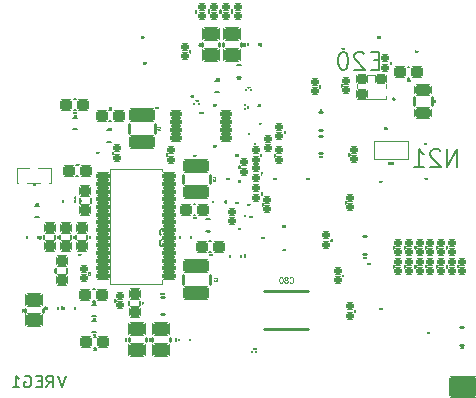
<source format=gbr>
G04 --- HEADER BEGIN --- *
G04 #@! TF.GenerationSoftware,LibrePCB,LibrePCB,1.1.0*
G04 #@! TF.CreationDate,2024-09-08T17:15:58*
G04 #@! TF.ProjectId,flasher,f4b07f79-14a2-4070-9d7d-1f686dcb10c4,v1*
G04 #@! TF.Part,Single*
G04 #@! TF.SameCoordinates*
G04 #@! TF.FileFunction,Legend,Bot*
G04 #@! TF.FilePolarity,Positive*
%FSLAX66Y66*%
%MOMM*%
G01*
G75*
G04 --- HEADER END --- *
G04 --- APERTURE LIST BEGIN --- *
%ADD10C,0.25*%
%ADD11C,0.1*%
%ADD12C,0.15*%
%ADD13C,0.2*%
%ADD14C,0.01*%
%ADD15C,0.02*%
%ADD16C,0.05*%
%AMROUNDEDRECT17*20,1,1.15,-0.625,0.0,0.625,0.0,90.0*20,1,0.95,-0.725,0.0,0.725,0.0,90.0*1,1,0.2,-0.475,-0.625*1,1,0.2,-0.475,0.625*1,1,0.2,0.475,0.625*1,1,0.2,0.475,-0.625*%
%ADD17ROUNDEDRECT17*%
%AMROUNDEDRECT18*20,1,0.6,-0.25,0.0,0.25,0.0,90.0*20,1,0.4,-0.35,0.0,0.35,0.0,90.0*1,1,0.2,-0.2,-0.25*1,1,0.2,-0.2,0.25*1,1,0.2,0.2,0.25*1,1,0.2,0.2,-0.25*%
%ADD18ROUNDEDRECT18*%
%AMROUNDEDRECT19*20,1,0.7,-0.35,0.0,0.35,0.0,90.0*20,1,0.5,-0.45,0.0,0.45,0.0,90.0*1,1,0.2,-0.25,-0.35*1,1,0.2,-0.25,0.35*1,1,0.2,0.25,0.35*1,1,0.2,0.25,-0.35*%
%ADD19ROUNDEDRECT19*%
%AMROUNDEDRECT20*20,1,0.65,-0.525,0.0,0.525,0.0,0.0*20,1,0.45,-0.625,0.0,0.625,0.0,0.0*1,1,0.2,-0.525,0.225*1,1,0.2,0.525,0.225*1,1,0.2,0.525,-0.225*1,1,0.2,-0.525,-0.225*%
%ADD20ROUNDEDRECT20*%
%AMROUNDEDRECT21*20,1,2.94,-2.375,0.0,2.375,0.0,90.0*20,1,2.74,-2.475,0.0,2.475,0.0,90.0*1,1,0.2,-1.37,-2.375*1,1,0.2,-1.37,2.375*1,1,0.2,1.37,2.375*1,1,0.2,1.37,-2.375*%
%ADD21ROUNDEDRECT21*%
%ADD22O,2.39X1.787*%
%AMROUNDEDRECT23*20,1,1.787,-1.095,0.0,1.095,0.0,0.0*20,1,1.587,-1.195,0.0,1.195,0.0,0.0*1,1,0.2,-1.095,0.7935*1,1,0.2,1.095,0.7935*1,1,0.2,1.095,-0.7935*1,1,0.2,-1.095,-0.7935*%
%ADD23ROUNDEDRECT23*%
%AMROUNDEDRECT24*20,1,0.6,-0.25,0.0,0.25,0.0,0.0*20,1,0.4,-0.35,0.0,0.35,0.0,0.0*1,1,0.2,-0.25,0.2*1,1,0.2,0.25,0.2*1,1,0.2,0.25,-0.2*1,1,0.2,-0.25,-0.2*%
%ADD24ROUNDEDRECT24*%
%AMROUNDEDRECT25*20,1,1.15,-0.625,0.0,0.625,0.0,0.0*20,1,0.95,-0.725,0.0,0.725,0.0,0.0*1,1,0.2,-0.625,0.475*1,1,0.2,0.625,0.475*1,1,0.2,0.625,-0.475*1,1,0.2,-0.625,-0.475*%
%ADD25ROUNDEDRECT25*%
%AMROUNDEDRECT26*20,1,1.15,-1.0,0.0,1.0,0.0,0.0*20,1,0.95,-1.1,0.0,1.1,0.0,0.0*1,1,0.2,-1.0,0.475*1,1,0.2,1.0,0.475*1,1,0.2,1.0,-0.475*1,1,0.2,-1.0,-0.475*%
%ADD26ROUNDEDRECT26*%
%AMROUNDEDRECT27*20,1,0.62,-0.4445,0.0,0.4445,0.0,0.0*20,1,0.42,-0.5445,0.0,0.5445,0.0,0.0*1,1,0.2,-0.4445,0.21*1,1,0.2,0.4445,0.21*1,1,0.2,0.4445,-0.21*1,1,0.2,-0.4445,-0.21*%
%ADD27ROUNDEDRECT27*%
%AMROUNDEDRECT28*20,1,1.88,-0.94,0.0,0.94,0.0,90.0*20,1,1.68,-1.04,0.0,1.04,0.0,90.0*1,1,0.2,-0.84,-0.94*1,1,0.2,-0.84,0.94*1,1,0.2,0.84,0.94*1,1,0.2,0.84,-0.94*%
%ADD28ROUNDEDRECT28*%
%AMROUNDEDRECT29*20,1,0.95,-0.4,0.0,0.4,0.0,0.0*20,1,0.75,-0.5,0.0,0.5,0.0,0.0*1,1,0.2,-0.4,0.375*1,1,0.2,0.4,0.375*1,1,0.2,0.4,-0.375*1,1,0.2,-0.4,-0.375*%
%ADD29ROUNDEDRECT29*%
%AMROUNDEDRECT30*20,1,0.9,-0.4,0.0,0.4,0.0,0.0*20,1,0.7,-0.5,0.0,0.5,0.0,0.0*1,1,0.2,-0.4,0.35*1,1,0.2,0.4,0.35*1,1,0.2,0.4,-0.35*1,1,0.2,-0.4,-0.35*%
%ADD30ROUNDEDRECT30*%
%AMOUTLINE31*4,1,13,-0.409327,-0.4805,-0.45,-0.4,-0.45,0.4,-0.4305,0.459327,-0.35,0.5,0.125,0.5,0.195711,0.470711,0.420711,0.245711,0.45,0.175,0.45,-0.4,0.4305,-0.459327,0.35,-0.5,-0.35,-0.5,-0.409327,-0.4805,270.0*%
%ADD31OUTLINE31*%
%AMROUNDEDRECT32*20,1,0.95,-0.4,0.0,0.4,0.0,90.0*20,1,0.75,-0.5,0.0,0.5,0.0,90.0*1,1,0.2,-0.375,-0.4*1,1,0.2,-0.375,0.4*1,1,0.2,0.375,0.4*1,1,0.2,0.375,-0.4*%
%ADD32ROUNDEDRECT32*%
%AMROUNDEDRECT33*20,1,0.4,-0.1,0.0,0.1,0.0,0.0*20,1,0.2,-0.2,0.0,0.2,0.0,0.0*1,1,0.2,-0.1,0.1*1,1,0.2,0.1,0.1*1,1,0.2,0.1,-0.1*1,1,0.2,-0.1,-0.1*%
%ADD33ROUNDEDRECT33*%
%AMROUNDEDRECT34*20,1,1.0,-0.425,0.0,0.425,0.0,0.0*20,1,0.8,-0.525,0.0,0.525,0.0,0.0*1,1,0.2,-0.425,0.4*1,1,0.2,0.425,0.4*1,1,0.2,0.425,-0.4*1,1,0.2,-0.425,-0.4*%
%ADD34ROUNDEDRECT34*%
%AMROUNDEDRECT35*20,1,1.0,-0.425,0.0,0.425,0.0,90.0*20,1,0.8,-0.525,0.0,0.525,0.0,90.0*1,1,0.2,-0.4,-0.425*1,1,0.2,-0.4,0.425*1,1,0.2,0.4,0.425*1,1,0.2,0.4,-0.425*%
%ADD35ROUNDEDRECT35*%
%AMROUNDEDRECT36*20,1,0.95,-0.625,0.0,0.625,0.0,0.0*20,1,0.75,-0.725,0.0,0.725,0.0,0.0*1,1,0.2,-0.625,0.375*1,1,0.2,0.625,0.375*1,1,0.2,0.625,-0.375*1,1,0.2,-0.625,-0.375*%
%ADD36ROUNDEDRECT36*%
%ADD37O,1.787X2.39*%
%AMROUNDEDRECT38*20,1,1.787,-1.095,0.0,1.095,0.0,90.0*20,1,1.587,-1.195,0.0,1.195,0.0,90.0*1,1,0.2,-0.7935,-1.095*1,1,0.2,-0.7935,1.095*1,1,0.2,0.7935,1.095*1,1,0.2,0.7935,-1.095*%
%ADD38ROUNDEDRECT38*%
%AMROUNDEDRECT39*20,1,1.5,-1.2,0.0,1.2,0.0,90.0*20,1,1.3,-1.3,0.0,1.3,0.0,90.0*1,1,0.2,-0.65,-1.2*1,1,0.2,-0.65,1.2*1,1,0.2,0.65,1.2*1,1,0.2,0.65,-1.2*%
%ADD39ROUNDEDRECT39*%
%AMROUNDEDRECT40*20,1,0.76,-0.475,0.0,0.475,0.0,90.0*20,1,0.56,-0.575,0.0,0.575,0.0,90.0*1,1,0.2,-0.28,-0.475*1,1,0.2,-0.28,0.475*1,1,0.2,0.28,0.475*1,1,0.2,0.28,-0.475*%
%ADD40ROUNDEDRECT40*%
%ADD41C,5.2*%
G04 --- APERTURE LIST END --- *
G04 --- BOARD BEGIN --- *
D10*
G04 #@! TO.C,C66*
X14847000Y-13964000D02*
X15097000Y-13964000D01*
X14847000Y-12464000D02*
X15097000Y-12464000D01*
D11*
G04 #@! TO.C,XTAL2*
X7517000Y1802000D02*
X10417000Y1802000D01*
X10417000Y3302000D01*
X7517000Y3302000D01*
X7517000Y1802000D01*
G04 #@! TO.C,VREG1*
X-10430028Y950000D02*
X-14830028Y950000D01*
X-14830028Y-8750000D01*
X-10430028Y-8750000D01*
X-10430028Y950000D01*
D10*
G04 #@! TO.C,C24*
X-7050000Y11625000D02*
X-7050000Y11375000D01*
X-5550000Y11625000D02*
X-5550000Y11375000D01*
G04 #@! TO.C,L4*
X-13223000Y3986000D02*
X-13223000Y4736000D01*
X-10973000Y3986000D02*
X-10973000Y4736000D01*
D11*
G04 #@! TO.C,VREG2*
X-6263028Y5526000D02*
X-7943028Y5526000D01*
X-7943028Y3646000D01*
X-6263028Y3646000D01*
X-6263028Y5526000D01*
D12*
G04 #@! TO.C,R10*
X-18425000Y-7475000D02*
X-18425000Y-7825000D01*
X-19375000Y-7475000D02*
X-19375000Y-7825000D01*
D11*
G04 #@! TO.C,OSC1*
X8575000Y8899000D02*
X6075000Y8899000D01*
X6075000Y6899000D01*
X8575000Y6899000D01*
X8575000Y8899000D01*
D13*
X9297195Y6844000D02*
G02*
X9112805Y6844000I-92195J0D01*
G01*
G02*
X9297195Y6844000I92195J0D01*
G01*
D10*
G04 #@! TO.C,L2*
X-6375000Y-8025000D02*
X-6375000Y-8775000D01*
X-8625000Y-8025000D02*
X-8625000Y-8775000D01*
G04 #@! TO.C,C18*
X-13250000Y-13375000D02*
X-13250000Y-13625000D01*
X-11750000Y-13375000D02*
X-11750000Y-13625000D01*
D12*
G04 #@! TO.C,R18*
X-4107000Y9715000D02*
X-3757000Y9715000D01*
X-4107000Y8765000D02*
X-3757000Y8765000D01*
G04 #@! TO.C,R14*
X-17605000Y4349000D02*
X-17955000Y4349000D01*
X-17605000Y5299000D02*
X-17955000Y5299000D01*
G04 #@! TO.C,R4*
X-19035000Y-5005000D02*
X-19035000Y-4655000D01*
X-18085000Y-5005000D02*
X-18085000Y-4655000D01*
G04 #@! TO.C,R7*
X-13210000Y-10575000D02*
X-13210000Y-10225000D01*
X-12260000Y-10575000D02*
X-12260000Y-10225000D01*
G04 #@! TO.C,C22*
X-17870000Y6860000D02*
X-17720000Y6860000D01*
X-17870000Y5910000D02*
X-17720000Y5910000D01*
G04 #@! TO.C,R11*
X-15998000Y-11531000D02*
X-16348000Y-11531000D01*
X-15998000Y-10581000D02*
X-16348000Y-10581000D01*
G04 #@! TO.C,C36*
X-19195000Y-10727972D02*
X-19195000Y-10877972D01*
X-20145000Y-10727972D02*
X-20145000Y-10877972D01*
D10*
G04 #@! TO.C,C34*
X-22020000Y-10878000D02*
X-22020000Y-11128000D01*
X-20520000Y-10878000D02*
X-20520000Y-11128000D01*
D12*
G04 #@! TO.C,C15*
X-4675000Y-6475000D02*
X-4675000Y-6325000D01*
X-3725000Y-6475000D02*
X-3725000Y-6325000D01*
D10*
G04 #@! TO.C,C25*
X-5250000Y11625000D02*
X-5250000Y11375000D01*
X-3750000Y11625000D02*
X-3750000Y11375000D01*
D12*
G04 #@! TO.C,C21*
X-6075000Y-1875000D02*
X-6075000Y-1725000D01*
X-5125000Y-1875000D02*
X-5125000Y-1725000D01*
G04 #@! TO.C,R3*
X-19459000Y-4655000D02*
X-19459000Y-5005000D01*
X-20409000Y-4655000D02*
X-20409000Y-5005000D01*
G04 #@! TO.C,R12*
X-16348000Y-11912000D02*
X-15998000Y-11912000D01*
X-16348000Y-12862000D02*
X-15998000Y-12862000D01*
G04 #@! TO.C,C9*
X-7925000Y-4725000D02*
X-7925000Y-4875000D01*
X-8875000Y-4725000D02*
X-8875000Y-4875000D01*
G04 #@! TO.C,C30*
X-14738000Y4986000D02*
X-14888000Y4986000D01*
X-14738000Y5936000D02*
X-14888000Y5936000D01*
G04 #@! TO.C,R5*
X-6675000Y-3325000D02*
X-6325000Y-3325000D01*
X-6675000Y-4275000D02*
X-6325000Y-4275000D01*
G04 #@! TO.C,R8*
X-17675000Y-5005000D02*
X-17675000Y-4655000D01*
X-16725000Y-5005000D02*
X-16725000Y-4655000D01*
G04 #@! TO.C,R19*
X-5903000Y8395000D02*
X-5553000Y8395000D01*
X-5903000Y7445000D02*
X-5553000Y7445000D01*
G04 #@! TO.C,C20*
X-8025000Y-13425000D02*
X-8025000Y-13575000D01*
X-8975000Y-13425000D02*
X-8975000Y-13575000D01*
G04 #@! TO.C,C16*
X-16177000Y-13239000D02*
X-16027000Y-13239000D01*
X-16177000Y-14189000D02*
X-16027000Y-14189000D01*
G04 #@! TO.C,C39*
X10375000Y9599000D02*
X10525000Y9599000D01*
X10375000Y8649000D02*
X10525000Y8649000D01*
D10*
G04 #@! TO.C,C49*
X6575000Y-6226000D02*
X6825000Y-6226000D01*
X6575000Y-4726000D02*
X6825000Y-4726000D01*
D12*
G04 #@! TO.C,C28*
X-6413000Y-5166000D02*
X-6263000Y-5166000D01*
X-6413000Y-6116000D02*
X-6263000Y-6116000D01*
G04 #@! TO.C,R21*
X-20850000Y-3125000D02*
X-21200000Y-3125000D01*
X-20850000Y-2175000D02*
X-21200000Y-2175000D01*
D10*
G04 #@! TO.C,R27*
X10915000Y6374000D02*
X10915000Y7024000D01*
X12415000Y6374000D02*
X12415000Y7024000D01*
G04 #@! TO.C,C8*
X3125000Y5750000D02*
X2875000Y5750000D01*
X3125000Y4250000D02*
X2875000Y4250000D01*
D12*
G04 #@! TO.C,C11*
X-18775000Y-1825000D02*
X-18775000Y-1675000D01*
X-17825000Y-1825000D02*
X-17825000Y-1675000D01*
G04 #@! TO.C,C95*
X-20925000Y-4755000D02*
X-20925000Y-4905000D01*
X-21875000Y-4755000D02*
X-21875000Y-4905000D01*
G04 #@! TO.C,C27*
X-7743000Y-2014000D02*
X-7593000Y-2014000D01*
X-7743000Y-2964000D02*
X-7593000Y-2964000D01*
D10*
G04 #@! TO.C,C19*
X-11250000Y-13375000D02*
X-11250000Y-13625000D01*
X-9750000Y-13375000D02*
X-9750000Y-13625000D01*
D12*
G04 #@! TO.C,C17*
X-16127000Y-10198000D02*
X-16277000Y-10198000D01*
X-16127000Y-9248000D02*
X-16277000Y-9248000D01*
D10*
G04 #@! TO.C,C80*
X1975000Y-9375000D02*
X-1775000Y-9375000D01*
X1975000Y-12625000D02*
X-1775000Y-12625000D01*
D12*
G04 #@! TO.C,C35*
X-17795000Y-10728000D02*
X-17795000Y-10878000D01*
X-18745000Y-10728000D02*
X-18745000Y-10878000D01*
D10*
G04 #@! TO.C,L3*
X-8625000Y-275000D02*
X-8625000Y475000D01*
X-6375000Y-275000D02*
X-6375000Y475000D01*
G04 #@! TO.C,C103*
X-10525000Y-11350000D02*
X-10275000Y-11350000D01*
X-10525000Y-9850000D02*
X-10275000Y-9850000D01*
D12*
G04 #@! TO.C,R13*
X-15055000Y4210000D02*
X-14705000Y4210000D01*
X-15055000Y3260000D02*
X-14705000Y3260000D01*
D11*
G04 #@! TO.C,T3*
X-22686000Y1067028D02*
X-22686000Y-232972D01*
X-19786000Y-232972D01*
X-19786000Y1067028D01*
X-22686000Y1067028D01*
D10*
G04 #@! TO.C,C73*
X2901000Y2263000D02*
X3151000Y2263000D01*
X2901000Y3763000D02*
X3151000Y3763000D01*
D12*
G04 #@! TO.C,C26*
X-2225000Y11575000D02*
X-2225000Y11425000D01*
X-3175000Y11575000D02*
X-3175000Y11425000D01*
G04 #@! TO.C,C10*
X-17525000Y325000D02*
X-17675000Y325000D01*
X-17525000Y1275000D02*
X-17675000Y1275000D01*
G04 #@! TO.C,R9*
X-17375000Y-1897000D02*
X-17375000Y-1547000D01*
X-16425000Y-1897000D02*
X-16425000Y-1547000D01*
D13*
G04 #@! TD*
X14580833Y1102000D02*
X14580833Y2602000D01*
X13724166Y1102000D01*
X13724166Y2602000D01*
X13152499Y2458667D02*
X13080833Y2530333D01*
X12939166Y2602000D01*
X12580833Y2602000D01*
X12439166Y2530333D01*
X12367499Y2458667D01*
X12295833Y2317000D01*
X12295833Y2173667D01*
X12367499Y1958667D01*
X13224166Y1102000D01*
X12295833Y1102000D01*
X10939166Y1102000D02*
X11795833Y1102000D01*
X11367500Y1102000D02*
X11367500Y2602000D01*
X11510833Y2387000D01*
X11652500Y2245333D01*
X11795833Y2173667D01*
X7992000Y10152000D02*
X7492000Y10152000D01*
X7277000Y9367000D02*
X7992000Y9367000D01*
X7992000Y10867000D01*
X7277000Y10867000D01*
X6705333Y10723667D02*
X6633667Y10795333D01*
X6492000Y10867000D01*
X6133667Y10867000D01*
X5992000Y10795333D01*
X5920333Y10723667D01*
X5848667Y10582000D01*
X5848667Y10438667D01*
X5920333Y10223667D01*
X6777000Y9367000D01*
X5848667Y9367000D01*
X4992000Y10867000D02*
X4848667Y10867000D01*
X4705334Y10795333D01*
X4633667Y10723667D01*
X4563667Y10582000D01*
X4492000Y10295333D01*
X4492000Y9938667D01*
X4563667Y9652000D01*
X4633667Y9510333D01*
X4705334Y9438667D01*
X4848667Y9367000D01*
X4992000Y9367000D01*
X5133667Y9438667D01*
X5205334Y9510333D01*
X5277000Y9652000D01*
X5348667Y9938667D01*
X5348667Y10295333D01*
X5277000Y10582000D01*
X5205334Y10723667D01*
X5133667Y10795333D01*
X4992000Y10867000D01*
D14*
G04 #@! TO.C,C66*
X15028166Y-14229444D02*
X15032944Y-14234222D01*
X15047166Y-14239000D01*
X15056722Y-14239000D01*
X15071055Y-14234222D01*
X15080499Y-14224667D01*
X15085277Y-14215222D01*
X15090055Y-14196111D01*
X15090055Y-14181889D01*
X15085277Y-14162778D01*
X15080499Y-14153333D01*
X15071055Y-14143778D01*
X15056722Y-14139000D01*
X15047166Y-14139000D01*
X15032944Y-14143778D01*
X15028166Y-14148556D01*
X14950499Y-14139000D02*
X14969610Y-14139000D01*
X14979166Y-14143778D01*
X14983833Y-14148556D01*
X14993388Y-14162778D01*
X14998166Y-14181889D01*
X14998166Y-14220000D01*
X14993388Y-14229444D01*
X14988610Y-14234222D01*
X14979166Y-14239000D01*
X14960055Y-14239000D01*
X14950499Y-14234222D01*
X14945833Y-14229444D01*
X14941055Y-14220000D01*
X14941055Y-14196111D01*
X14945833Y-14186667D01*
X14950499Y-14181889D01*
X14960055Y-14177111D01*
X14979166Y-14177111D01*
X14988610Y-14181889D01*
X14993388Y-14186667D01*
X14998166Y-14196111D01*
X14863388Y-14139000D02*
X14882499Y-14139000D01*
X14892055Y-14143778D01*
X14896722Y-14148556D01*
X14906277Y-14162778D01*
X14911055Y-14181889D01*
X14911055Y-14220000D01*
X14906277Y-14229444D01*
X14901499Y-14234222D01*
X14892055Y-14239000D01*
X14872944Y-14239000D01*
X14863388Y-14234222D01*
X14858722Y-14229444D01*
X14853944Y-14220000D01*
X14853944Y-14196111D01*
X14858722Y-14186667D01*
X14863388Y-14181889D01*
X14872944Y-14177111D01*
X14892055Y-14177111D01*
X14901499Y-14181889D01*
X14906277Y-14186667D01*
X14911055Y-14196111D01*
G04 #@! TO.C,C43*
X-1838056Y-4916444D02*
X-1833278Y-4921222D01*
X-1819056Y-4926000D01*
X-1809500Y-4926000D01*
X-1795167Y-4921222D01*
X-1785723Y-4911667D01*
X-1780945Y-4902222D01*
X-1776167Y-4883111D01*
X-1776167Y-4868889D01*
X-1780945Y-4849778D01*
X-1785723Y-4840333D01*
X-1795167Y-4830778D01*
X-1809500Y-4826000D01*
X-1819056Y-4826000D01*
X-1833278Y-4830778D01*
X-1838056Y-4835556D01*
X-1915723Y-4859333D02*
X-1915723Y-4926000D01*
X-1891834Y-4821222D02*
X-1868056Y-4892667D01*
X-1929945Y-4892667D01*
X-1959945Y-4826000D02*
X-2021834Y-4826000D01*
X-1988501Y-4864111D01*
X-2002834Y-4864111D01*
X-2012278Y-4868889D01*
X-2017056Y-4873667D01*
X-2021834Y-4883111D01*
X-2021834Y-4907000D01*
X-2017056Y-4916444D01*
X-2012278Y-4921222D01*
X-2002834Y-4926000D01*
X-1974278Y-4926000D01*
X-1964723Y-4921222D01*
X-1959945Y-4916444D01*
G04 #@! TO.C,C44*
X-3839056Y-4115444D02*
X-3834278Y-4120222D01*
X-3820056Y-4125000D01*
X-3810500Y-4125000D01*
X-3796167Y-4120222D01*
X-3786723Y-4110667D01*
X-3781945Y-4101222D01*
X-3777167Y-4082111D01*
X-3777167Y-4067889D01*
X-3781945Y-4048778D01*
X-3786723Y-4039333D01*
X-3796167Y-4029778D01*
X-3810500Y-4025000D01*
X-3820056Y-4025000D01*
X-3834278Y-4029778D01*
X-3839056Y-4034556D01*
X-3916723Y-4058333D02*
X-3916723Y-4125000D01*
X-3892834Y-4020222D02*
X-3869056Y-4091667D01*
X-3930945Y-4091667D01*
X-4008612Y-4058333D02*
X-4008612Y-4125000D01*
X-3984723Y-4020222D02*
X-3960945Y-4091667D01*
X-4022834Y-4091667D01*
G04 #@! TO.C,XTAL2*
X9147000Y1502000D02*
X9080333Y1402000D01*
X9080333Y1502000D02*
X9147000Y1402000D01*
X9050333Y1502000D02*
X8993222Y1502000D01*
X9021777Y1402000D02*
X9021777Y1502000D01*
X8953666Y1430556D02*
X8906111Y1430556D01*
X8963222Y1402000D02*
X8929889Y1502000D01*
X8896555Y1402000D01*
X8818888Y1402000D02*
X8866555Y1402000D01*
X8866555Y1502000D01*
X8784110Y1492444D02*
X8779332Y1497222D01*
X8769888Y1502000D01*
X8745999Y1502000D01*
X8736555Y1497222D01*
X8731777Y1492444D01*
X8726999Y1483000D01*
X8726999Y1473444D01*
X8731777Y1459111D01*
X8788888Y1402000D01*
X8726999Y1402000D01*
G04 #@! TO.C,C71*
X-39056Y-5920444D02*
X-34278Y-5925222D01*
X-20056Y-5930000D01*
X-10500Y-5930000D01*
X3833Y-5925222D01*
X13277Y-5915667D01*
X18055Y-5906222D01*
X22833Y-5887111D01*
X22833Y-5872889D01*
X18055Y-5853778D01*
X13277Y-5844333D01*
X3833Y-5834778D01*
X-10500Y-5830000D01*
X-20056Y-5830000D01*
X-34278Y-5834778D01*
X-39056Y-5839556D01*
X-69056Y-5830000D02*
X-135723Y-5830000D01*
X-92834Y-5930000D01*
X-222834Y-5930000D02*
X-165723Y-5930000D01*
X-194279Y-5930000D02*
X-194279Y-5830000D01*
X-184723Y-5844333D01*
X-175279Y-5853778D01*
X-165723Y-5858556D01*
D13*
G04 #@! TO.C,VREG1*
X-18567806Y-16540000D02*
X-18901139Y-17540000D01*
X-19234473Y-16540000D01*
X-20205584Y-17540000D02*
X-19872251Y-17063333D01*
X-19634473Y-17540000D02*
X-19634473Y-16540000D01*
X-20015584Y-16540000D01*
X-20111140Y-16587778D01*
X-20157806Y-16635556D01*
X-20205584Y-16730000D01*
X-20205584Y-16873333D01*
X-20157806Y-16968889D01*
X-20111140Y-17016667D01*
X-20015584Y-17063333D01*
X-19634473Y-17063333D01*
X-20605584Y-17016667D02*
X-20938917Y-17016667D01*
X-21082251Y-17540000D02*
X-20605584Y-17540000D01*
X-20605584Y-16540000D01*
X-21082251Y-16540000D01*
X-22053362Y-16587778D02*
X-21958918Y-16540000D01*
X-21815584Y-16540000D01*
X-21672251Y-16587778D01*
X-21577807Y-16683333D01*
X-21530029Y-16777778D01*
X-21482251Y-16968889D01*
X-21482251Y-17111111D01*
X-21530029Y-17302222D01*
X-21577807Y-17396667D01*
X-21672251Y-17492222D01*
X-21815584Y-17540000D01*
X-21911140Y-17540000D01*
X-22053362Y-17492222D01*
X-22101140Y-17444444D01*
X-22101140Y-17111111D01*
X-21911140Y-17111111D01*
X-23072251Y-17540000D02*
X-22501140Y-17540000D01*
X-22786696Y-17540000D02*
X-22786696Y-16540000D01*
X-22691140Y-16683333D01*
X-22596696Y-16777778D01*
X-22501140Y-16825556D01*
D14*
G04 #@! TO.C,C59*
X-11842834Y9881556D02*
X-11838056Y9876778D01*
X-11823834Y9872000D01*
X-11814278Y9872000D01*
X-11799945Y9876778D01*
X-11790501Y9886333D01*
X-11785723Y9895778D01*
X-11780945Y9914889D01*
X-11780945Y9929111D01*
X-11785723Y9948222D01*
X-11790501Y9957667D01*
X-11799945Y9967222D01*
X-11814278Y9972000D01*
X-11823834Y9972000D01*
X-11838056Y9967222D01*
X-11842834Y9962444D01*
X-11925167Y9972000D02*
X-11877612Y9972000D01*
X-11872834Y9924333D01*
X-11877612Y9929111D01*
X-11887167Y9933889D01*
X-11910945Y9933889D01*
X-11920501Y9929111D01*
X-11925167Y9924333D01*
X-11929945Y9914889D01*
X-11929945Y9891000D01*
X-11925167Y9881556D01*
X-11920501Y9876778D01*
X-11910945Y9872000D01*
X-11887167Y9872000D01*
X-11877612Y9876778D01*
X-11872834Y9881556D01*
X-11969501Y9872000D02*
X-11988501Y9872000D01*
X-11998056Y9876778D01*
X-12002834Y9881556D01*
X-12012278Y9895778D01*
X-12017056Y9914889D01*
X-12017056Y9953000D01*
X-12012278Y9962444D01*
X-12007612Y9967222D01*
X-11998056Y9972000D01*
X-11978945Y9972000D01*
X-11969501Y9967222D01*
X-11964723Y9962444D01*
X-11959945Y9953000D01*
X-11959945Y9929111D01*
X-11964723Y9919667D01*
X-11969501Y9914889D01*
X-11978945Y9910111D01*
X-11998056Y9910111D01*
X-12007612Y9914889D01*
X-12012278Y9919667D01*
X-12017056Y9929111D01*
G04 #@! TO.C,C6*
X3939444Y-5062389D02*
X3944222Y-5057611D01*
X3949000Y-5043389D01*
X3949000Y-5033833D01*
X3944222Y-5019500D01*
X3934667Y-5010056D01*
X3925222Y-5005278D01*
X3906111Y-5000500D01*
X3891889Y-5000500D01*
X3872778Y-5005278D01*
X3863333Y-5010056D01*
X3853778Y-5019500D01*
X3849000Y-5033833D01*
X3849000Y-5043389D01*
X3853778Y-5057611D01*
X3858556Y-5062389D01*
X3849000Y-5140056D02*
X3849000Y-5120945D01*
X3853778Y-5111389D01*
X3858556Y-5106722D01*
X3872778Y-5097167D01*
X3891889Y-5092389D01*
X3930000Y-5092389D01*
X3939444Y-5097167D01*
X3944222Y-5101945D01*
X3949000Y-5111389D01*
X3949000Y-5130500D01*
X3944222Y-5140056D01*
X3939444Y-5144722D01*
X3930000Y-5149500D01*
X3906111Y-5149500D01*
X3896667Y-5144722D01*
X3891889Y-5140056D01*
X3887111Y-5130500D01*
X3887111Y-5111389D01*
X3891889Y-5101945D01*
X3896667Y-5097167D01*
X3906111Y-5092389D01*
G04 #@! TO.C,C24*
X-7234556Y11560944D02*
X-7229778Y11565722D01*
X-7225000Y11579944D01*
X-7225000Y11589500D01*
X-7229778Y11603833D01*
X-7239333Y11613277D01*
X-7248778Y11618055D01*
X-7267889Y11622833D01*
X-7282111Y11622833D01*
X-7301222Y11618055D01*
X-7310667Y11613277D01*
X-7320222Y11603833D01*
X-7325000Y11589500D01*
X-7325000Y11579944D01*
X-7320222Y11565722D01*
X-7315444Y11560944D01*
X-7315444Y11526166D02*
X-7320222Y11521388D01*
X-7325000Y11511944D01*
X-7325000Y11488055D01*
X-7320222Y11478611D01*
X-7315444Y11473833D01*
X-7306000Y11469055D01*
X-7296444Y11469055D01*
X-7282111Y11473833D01*
X-7225000Y11530944D01*
X-7225000Y11469055D01*
X-7291667Y11391388D02*
X-7225000Y11391388D01*
X-7329778Y11415277D02*
X-7258333Y11439055D01*
X-7258333Y11377166D01*
D15*
G04 #@! TO.C,L4*
X-10598000Y4405222D02*
X-10598000Y4500555D01*
X-10798000Y4500555D01*
X-10731333Y4249889D02*
X-10598000Y4249889D01*
X-10807556Y4297666D02*
X-10664667Y4345222D01*
X-10664667Y4221444D01*
D14*
G04 #@! TO.C,C78*
X-4039056Y2084556D02*
X-4034278Y2079778D01*
X-4020056Y2075000D01*
X-4010500Y2075000D01*
X-3996167Y2079778D01*
X-3986723Y2089333D01*
X-3981945Y2098778D01*
X-3977167Y2117889D01*
X-3977167Y2132111D01*
X-3981945Y2151222D01*
X-3986723Y2160667D01*
X-3996167Y2170222D01*
X-4010500Y2175000D01*
X-4020056Y2175000D01*
X-4034278Y2170222D01*
X-4039056Y2165444D01*
X-4069056Y2175000D02*
X-4135723Y2175000D01*
X-4092834Y2075000D01*
X-4184723Y2132111D02*
X-4175279Y2136889D01*
X-4170501Y2141667D01*
X-4165723Y2151222D01*
X-4165723Y2156000D01*
X-4170501Y2165444D01*
X-4175279Y2170222D01*
X-4184723Y2175000D01*
X-4203834Y2175000D01*
X-4213390Y2170222D01*
X-4218056Y2165444D01*
X-4222834Y2156000D01*
X-4222834Y2151222D01*
X-4218056Y2141667D01*
X-4213390Y2136889D01*
X-4203834Y2132111D01*
X-4184723Y2132111D01*
X-4175279Y2127333D01*
X-4170501Y2122667D01*
X-4165723Y2113111D01*
X-4165723Y2094000D01*
X-4170501Y2084556D01*
X-4175279Y2079778D01*
X-4184723Y2075000D01*
X-4203834Y2075000D01*
X-4213390Y2079778D01*
X-4218056Y2084556D01*
X-4222834Y2094000D01*
X-4222834Y2113111D01*
X-4218056Y2122667D01*
X-4213390Y2127333D01*
X-4203834Y2132111D01*
G04 #@! TO.C,VREG2*
X-6895417Y5746000D02*
X-6928750Y5646000D01*
X-6962084Y5746000D01*
X-7049195Y5646000D02*
X-7015862Y5693667D01*
X-6992084Y5646000D02*
X-6992084Y5746000D01*
X-7030195Y5746000D01*
X-7039751Y5741222D01*
X-7044417Y5736444D01*
X-7049195Y5727000D01*
X-7049195Y5712667D01*
X-7044417Y5703111D01*
X-7039751Y5698333D01*
X-7030195Y5693667D01*
X-6992084Y5693667D01*
X-7079195Y5698333D02*
X-7112528Y5698333D01*
X-7126862Y5646000D02*
X-7079195Y5646000D01*
X-7079195Y5746000D01*
X-7126862Y5746000D01*
X-7213973Y5741222D02*
X-7204529Y5746000D01*
X-7190195Y5746000D01*
X-7175862Y5741222D01*
X-7166418Y5731667D01*
X-7161640Y5722222D01*
X-7156862Y5703111D01*
X-7156862Y5688889D01*
X-7161640Y5669778D01*
X-7166418Y5660333D01*
X-7175862Y5650778D01*
X-7190195Y5646000D01*
X-7199751Y5646000D01*
X-7213973Y5650778D01*
X-7218751Y5655556D01*
X-7218751Y5688889D01*
X-7199751Y5688889D01*
X-7253529Y5736444D02*
X-7258307Y5741222D01*
X-7267751Y5746000D01*
X-7291640Y5746000D01*
X-7301084Y5741222D01*
X-7305862Y5736444D01*
X-7310640Y5727000D01*
X-7310640Y5717444D01*
X-7305862Y5703111D01*
X-7248751Y5646000D01*
X-7310640Y5646000D01*
G04 #@! TO.C,C88*
X9240444Y-7243834D02*
X9245222Y-7239056D01*
X9250000Y-7224834D01*
X9250000Y-7215278D01*
X9245222Y-7200945D01*
X9235667Y-7191501D01*
X9226222Y-7186723D01*
X9207111Y-7181945D01*
X9192889Y-7181945D01*
X9173778Y-7186723D01*
X9164333Y-7191501D01*
X9154778Y-7200945D01*
X9150000Y-7215278D01*
X9150000Y-7224834D01*
X9154778Y-7239056D01*
X9159556Y-7243834D01*
X9192889Y-7292834D02*
X9188111Y-7283390D01*
X9183333Y-7278612D01*
X9173778Y-7273834D01*
X9169000Y-7273834D01*
X9159556Y-7278612D01*
X9154778Y-7283390D01*
X9150000Y-7292834D01*
X9150000Y-7311945D01*
X9154778Y-7321501D01*
X9159556Y-7326167D01*
X9169000Y-7330945D01*
X9173778Y-7330945D01*
X9183333Y-7326167D01*
X9188111Y-7321501D01*
X9192889Y-7311945D01*
X9192889Y-7292834D01*
X9197667Y-7283390D01*
X9202333Y-7278612D01*
X9211889Y-7273834D01*
X9231000Y-7273834D01*
X9240444Y-7278612D01*
X9245222Y-7283390D01*
X9250000Y-7292834D01*
X9250000Y-7311945D01*
X9245222Y-7321501D01*
X9240444Y-7326167D01*
X9231000Y-7330945D01*
X9211889Y-7330945D01*
X9202333Y-7326167D01*
X9197667Y-7321501D01*
X9192889Y-7311945D01*
X9192889Y-7379945D02*
X9188111Y-7370501D01*
X9183333Y-7365723D01*
X9173778Y-7360945D01*
X9169000Y-7360945D01*
X9159556Y-7365723D01*
X9154778Y-7370501D01*
X9150000Y-7379945D01*
X9150000Y-7399056D01*
X9154778Y-7408612D01*
X9159556Y-7413278D01*
X9169000Y-7418056D01*
X9173778Y-7418056D01*
X9183333Y-7413278D01*
X9188111Y-7408612D01*
X9192889Y-7399056D01*
X9192889Y-7379945D01*
X9197667Y-7370501D01*
X9202333Y-7365723D01*
X9211889Y-7360945D01*
X9231000Y-7360945D01*
X9240444Y-7365723D01*
X9245222Y-7370501D01*
X9250000Y-7379945D01*
X9250000Y-7399056D01*
X9245222Y-7408612D01*
X9240444Y-7413278D01*
X9231000Y-7418056D01*
X9211889Y-7418056D01*
X9202333Y-7413278D01*
X9197667Y-7408612D01*
X9192889Y-7399056D01*
G04 #@! TO.C,R10*
X-19500000Y-7591445D02*
X-19547667Y-7558112D01*
X-19500000Y-7534334D02*
X-19600000Y-7534334D01*
X-19600000Y-7572445D01*
X-19595222Y-7582001D01*
X-19590444Y-7586667D01*
X-19581000Y-7591445D01*
X-19566667Y-7591445D01*
X-19557111Y-7586667D01*
X-19552333Y-7582001D01*
X-19547667Y-7572445D01*
X-19547667Y-7534334D01*
X-19500000Y-7678556D02*
X-19500000Y-7621445D01*
X-19500000Y-7650001D02*
X-19600000Y-7650001D01*
X-19585667Y-7640445D01*
X-19576222Y-7631001D01*
X-19571444Y-7621445D01*
X-19600000Y-7732334D02*
X-19600000Y-7741889D01*
X-19595222Y-7751445D01*
X-19590444Y-7756223D01*
X-19581000Y-7760889D01*
X-19561889Y-7765667D01*
X-19538111Y-7765667D01*
X-19519000Y-7760889D01*
X-19509556Y-7756223D01*
X-19504778Y-7751445D01*
X-19500000Y-7741889D01*
X-19500000Y-7732334D01*
X-19504778Y-7722889D01*
X-19509556Y-7718112D01*
X-19519000Y-7713334D01*
X-19538111Y-7708556D01*
X-19561889Y-7708556D01*
X-19581000Y-7713334D01*
X-19590444Y-7718112D01*
X-19595222Y-7722889D01*
X-19600000Y-7732334D01*
G04 #@! TO.C,C56*
X8157166Y-141444D02*
X8161944Y-146222D01*
X8176166Y-151000D01*
X8185722Y-151000D01*
X8200055Y-146222D01*
X8209499Y-136667D01*
X8214277Y-127222D01*
X8219055Y-108111D01*
X8219055Y-93889D01*
X8214277Y-74778D01*
X8209499Y-65333D01*
X8200055Y-55778D01*
X8185722Y-51000D01*
X8176166Y-51000D01*
X8161944Y-55778D01*
X8157166Y-60556D01*
X8074833Y-51000D02*
X8122388Y-51000D01*
X8127166Y-98667D01*
X8122388Y-93889D01*
X8112833Y-89111D01*
X8089055Y-89111D01*
X8079499Y-93889D01*
X8074833Y-98667D01*
X8070055Y-108111D01*
X8070055Y-132000D01*
X8074833Y-141444D01*
X8079499Y-146222D01*
X8089055Y-151000D01*
X8112833Y-151000D01*
X8122388Y-146222D01*
X8127166Y-141444D01*
X7992388Y-51000D02*
X8011499Y-51000D01*
X8021055Y-55778D01*
X8025722Y-60556D01*
X8035277Y-74778D01*
X8040055Y-93889D01*
X8040055Y-132000D01*
X8035277Y-141444D01*
X8030499Y-146222D01*
X8021055Y-151000D01*
X8001944Y-151000D01*
X7992388Y-146222D01*
X7987722Y-141444D01*
X7982944Y-132000D01*
X7982944Y-108111D01*
X7987722Y-98667D01*
X7992388Y-93889D01*
X8001944Y-89111D01*
X8021055Y-89111D01*
X8030499Y-93889D01*
X8035277Y-98667D01*
X8040055Y-108111D01*
G04 #@! TO.C,C53*
X11915555Y3087556D02*
X11920333Y3082778D01*
X11934555Y3078000D01*
X11944111Y3078000D01*
X11958444Y3082778D01*
X11967888Y3092333D01*
X11972666Y3101778D01*
X11977444Y3120889D01*
X11977444Y3135111D01*
X11972666Y3154222D01*
X11967888Y3163667D01*
X11958444Y3173222D01*
X11944111Y3178000D01*
X11934555Y3178000D01*
X11920333Y3173222D01*
X11915555Y3168444D01*
X11833222Y3178000D02*
X11880777Y3178000D01*
X11885555Y3130333D01*
X11880777Y3135111D01*
X11871222Y3139889D01*
X11847444Y3139889D01*
X11837888Y3135111D01*
X11833222Y3130333D01*
X11828444Y3120889D01*
X11828444Y3097000D01*
X11833222Y3087556D01*
X11837888Y3082778D01*
X11847444Y3078000D01*
X11871222Y3078000D01*
X11880777Y3082778D01*
X11885555Y3087556D01*
X11798444Y3178000D02*
X11736555Y3178000D01*
X11769888Y3139889D01*
X11755555Y3139889D01*
X11746111Y3135111D01*
X11741333Y3130333D01*
X11736555Y3120889D01*
X11736555Y3097000D01*
X11741333Y3087556D01*
X11746111Y3082778D01*
X11755555Y3078000D01*
X11784111Y3078000D01*
X11793666Y3082778D01*
X11798444Y3087556D01*
G04 #@! TO.C,C40*
X-3042445Y-2115444D02*
X-3037667Y-2120222D01*
X-3023445Y-2125000D01*
X-3013889Y-2125000D01*
X-2999556Y-2120222D01*
X-2990112Y-2110667D01*
X-2985334Y-2101222D01*
X-2980556Y-2082111D01*
X-2980556Y-2067889D01*
X-2985334Y-2048778D01*
X-2990112Y-2039333D01*
X-2999556Y-2029778D01*
X-3013889Y-2025000D01*
X-3023445Y-2025000D01*
X-3037667Y-2029778D01*
X-3042445Y-2034556D01*
X-3120112Y-2058333D02*
X-3120112Y-2125000D01*
X-3096223Y-2020222D02*
X-3072445Y-2091667D01*
X-3134334Y-2091667D01*
X-3188112Y-2025000D02*
X-3197667Y-2025000D01*
X-3207223Y-2029778D01*
X-3212001Y-2034556D01*
X-3216667Y-2044000D01*
X-3221445Y-2063111D01*
X-3221445Y-2086889D01*
X-3216667Y-2106000D01*
X-3212001Y-2115444D01*
X-3207223Y-2120222D01*
X-3197667Y-2125000D01*
X-3188112Y-2125000D01*
X-3178667Y-2120222D01*
X-3173890Y-2115444D01*
X-3169112Y-2106000D01*
X-3164334Y-2086889D01*
X-3164334Y-2063111D01*
X-3169112Y-2044000D01*
X-3173890Y-2034556D01*
X-3178667Y-2029778D01*
X-3188112Y-2025000D01*
D15*
G04 #@! TO.C,L2*
X-5800000Y-8355778D02*
X-5800000Y-8260445D01*
X-6000000Y-8260445D01*
X-5980889Y-8425334D02*
X-5990444Y-8434889D01*
X-6000000Y-8453778D01*
X-6000000Y-8501556D01*
X-5990444Y-8520445D01*
X-5980889Y-8530000D01*
X-5962000Y-8539556D01*
X-5942889Y-8539556D01*
X-5914222Y-8530000D01*
X-5800000Y-8415778D01*
X-5800000Y-8539556D01*
D14*
G04 #@! TO.C,C99*
X-7559556Y14356166D02*
X-7554778Y14360944D01*
X-7550000Y14375166D01*
X-7550000Y14384722D01*
X-7554778Y14399055D01*
X-7564333Y14408499D01*
X-7573778Y14413277D01*
X-7592889Y14418055D01*
X-7607111Y14418055D01*
X-7626222Y14413277D01*
X-7635667Y14408499D01*
X-7645222Y14399055D01*
X-7650000Y14384722D01*
X-7650000Y14375166D01*
X-7645222Y14360944D01*
X-7640444Y14356166D01*
X-7550000Y14316610D02*
X-7550000Y14297610D01*
X-7554778Y14288055D01*
X-7559556Y14283277D01*
X-7573778Y14273833D01*
X-7592889Y14269055D01*
X-7631000Y14269055D01*
X-7640444Y14273833D01*
X-7645222Y14278499D01*
X-7650000Y14288055D01*
X-7650000Y14307166D01*
X-7645222Y14316610D01*
X-7640444Y14321388D01*
X-7631000Y14326166D01*
X-7607111Y14326166D01*
X-7597667Y14321388D01*
X-7592889Y14316610D01*
X-7588111Y14307166D01*
X-7588111Y14288055D01*
X-7592889Y14278499D01*
X-7597667Y14273833D01*
X-7607111Y14269055D01*
X-7550000Y14229499D02*
X-7550000Y14210499D01*
X-7554778Y14200944D01*
X-7559556Y14196166D01*
X-7573778Y14186722D01*
X-7592889Y14181944D01*
X-7631000Y14181944D01*
X-7640444Y14186722D01*
X-7645222Y14191388D01*
X-7650000Y14200944D01*
X-7650000Y14220055D01*
X-7645222Y14229499D01*
X-7640444Y14234277D01*
X-7631000Y14239055D01*
X-7607111Y14239055D01*
X-7597667Y14234277D01*
X-7592889Y14229499D01*
X-7588111Y14220055D01*
X-7588111Y14200944D01*
X-7592889Y14191388D01*
X-7597667Y14186722D01*
X-7607111Y14181944D01*
G04 #@! TO.C,C18*
X-13434556Y-13443834D02*
X-13429778Y-13439056D01*
X-13425000Y-13424834D01*
X-13425000Y-13415278D01*
X-13429778Y-13400945D01*
X-13439333Y-13391501D01*
X-13448778Y-13386723D01*
X-13467889Y-13381945D01*
X-13482111Y-13381945D01*
X-13501222Y-13386723D01*
X-13510667Y-13391501D01*
X-13520222Y-13400945D01*
X-13525000Y-13415278D01*
X-13525000Y-13424834D01*
X-13520222Y-13439056D01*
X-13515444Y-13443834D01*
X-13425000Y-13530945D02*
X-13425000Y-13473834D01*
X-13425000Y-13502390D02*
X-13525000Y-13502390D01*
X-13510667Y-13492834D01*
X-13501222Y-13483390D01*
X-13496444Y-13473834D01*
X-13482111Y-13579945D02*
X-13486889Y-13570501D01*
X-13491667Y-13565723D01*
X-13501222Y-13560945D01*
X-13506000Y-13560945D01*
X-13515444Y-13565723D01*
X-13520222Y-13570501D01*
X-13525000Y-13579945D01*
X-13525000Y-13599056D01*
X-13520222Y-13608612D01*
X-13515444Y-13613278D01*
X-13506000Y-13618056D01*
X-13501222Y-13618056D01*
X-13491667Y-13613278D01*
X-13486889Y-13608612D01*
X-13482111Y-13599056D01*
X-13482111Y-13579945D01*
X-13477333Y-13570501D01*
X-13472667Y-13565723D01*
X-13463111Y-13560945D01*
X-13444000Y-13560945D01*
X-13434556Y-13565723D01*
X-13429778Y-13570501D01*
X-13425000Y-13579945D01*
X-13425000Y-13599056D01*
X-13429778Y-13608612D01*
X-13434556Y-13613278D01*
X-13444000Y-13618056D01*
X-13463111Y-13618056D01*
X-13472667Y-13613278D01*
X-13477333Y-13608612D01*
X-13482111Y-13599056D01*
G04 #@! TO.C,C32*
X-5932056Y2859556D02*
X-5927278Y2854778D01*
X-5913056Y2850000D01*
X-5903500Y2850000D01*
X-5889167Y2854778D01*
X-5879723Y2864333D01*
X-5874945Y2873778D01*
X-5870167Y2892889D01*
X-5870167Y2907111D01*
X-5874945Y2926222D01*
X-5879723Y2935667D01*
X-5889167Y2945222D01*
X-5903500Y2950000D01*
X-5913056Y2950000D01*
X-5927278Y2945222D01*
X-5932056Y2940444D01*
X-5962056Y2950000D02*
X-6023945Y2950000D01*
X-5990612Y2911889D01*
X-6004945Y2911889D01*
X-6014389Y2907111D01*
X-6019167Y2902333D01*
X-6023945Y2892889D01*
X-6023945Y2869000D01*
X-6019167Y2859556D01*
X-6014389Y2854778D01*
X-6004945Y2850000D01*
X-5976389Y2850000D01*
X-5966834Y2854778D01*
X-5962056Y2859556D01*
X-6058723Y2940444D02*
X-6063501Y2945222D01*
X-6072945Y2950000D01*
X-6096834Y2950000D01*
X-6106278Y2945222D01*
X-6111056Y2940444D01*
X-6115834Y2931000D01*
X-6115834Y2921444D01*
X-6111056Y2907111D01*
X-6053945Y2850000D01*
X-6115834Y2850000D01*
G04 #@! TO.C,C75*
X-3359556Y-3014056D02*
X-3354778Y-3009278D01*
X-3350000Y-2995056D01*
X-3350000Y-2985500D01*
X-3354778Y-2971167D01*
X-3364333Y-2961723D01*
X-3373778Y-2956945D01*
X-3392889Y-2952167D01*
X-3407111Y-2952167D01*
X-3426222Y-2956945D01*
X-3435667Y-2961723D01*
X-3445222Y-2971167D01*
X-3450000Y-2985500D01*
X-3450000Y-2995056D01*
X-3445222Y-3009278D01*
X-3440444Y-3014056D01*
X-3450000Y-3044056D02*
X-3450000Y-3110723D01*
X-3350000Y-3067834D01*
X-3450000Y-3193056D02*
X-3450000Y-3145501D01*
X-3402333Y-3140723D01*
X-3407111Y-3145501D01*
X-3411889Y-3155056D01*
X-3411889Y-3178834D01*
X-3407111Y-3188390D01*
X-3402333Y-3193056D01*
X-3392889Y-3197834D01*
X-3369000Y-3197834D01*
X-3359556Y-3193056D01*
X-3354778Y-3188390D01*
X-3350000Y-3178834D01*
X-3350000Y-3155056D01*
X-3354778Y-3145501D01*
X-3359556Y-3140723D01*
G04 #@! TO.C,C90*
X11040444Y-7243834D02*
X11045222Y-7239056D01*
X11050000Y-7224834D01*
X11050000Y-7215278D01*
X11045222Y-7200945D01*
X11035667Y-7191501D01*
X11026222Y-7186723D01*
X11007111Y-7181945D01*
X10992889Y-7181945D01*
X10973778Y-7186723D01*
X10964333Y-7191501D01*
X10954778Y-7200945D01*
X10950000Y-7215278D01*
X10950000Y-7224834D01*
X10954778Y-7239056D01*
X10959556Y-7243834D01*
X11050000Y-7283390D02*
X11050000Y-7302390D01*
X11045222Y-7311945D01*
X11040444Y-7316723D01*
X11026222Y-7326167D01*
X11007111Y-7330945D01*
X10969000Y-7330945D01*
X10959556Y-7326167D01*
X10954778Y-7321501D01*
X10950000Y-7311945D01*
X10950000Y-7292834D01*
X10954778Y-7283390D01*
X10959556Y-7278612D01*
X10969000Y-7273834D01*
X10992889Y-7273834D01*
X11002333Y-7278612D01*
X11007111Y-7283390D01*
X11011889Y-7292834D01*
X11011889Y-7311945D01*
X11007111Y-7321501D01*
X11002333Y-7326167D01*
X10992889Y-7330945D01*
X10950000Y-7384723D02*
X10950000Y-7394278D01*
X10954778Y-7403834D01*
X10959556Y-7408612D01*
X10969000Y-7413278D01*
X10988111Y-7418056D01*
X11011889Y-7418056D01*
X11031000Y-7413278D01*
X11040444Y-7408612D01*
X11045222Y-7403834D01*
X11050000Y-7394278D01*
X11050000Y-7384723D01*
X11045222Y-7375278D01*
X11040444Y-7370501D01*
X11031000Y-7365723D01*
X11011889Y-7360945D01*
X10988111Y-7360945D01*
X10969000Y-7365723D01*
X10959556Y-7370501D01*
X10954778Y-7375278D01*
X10950000Y-7384723D01*
G04 #@! TO.C,R18*
X-3873445Y8540000D02*
X-3840112Y8587667D01*
X-3816334Y8540000D02*
X-3816334Y8640000D01*
X-3854445Y8640000D01*
X-3864001Y8635222D01*
X-3868667Y8630444D01*
X-3873445Y8621000D01*
X-3873445Y8606667D01*
X-3868667Y8597111D01*
X-3864001Y8592333D01*
X-3854445Y8587667D01*
X-3816334Y8587667D01*
X-3960556Y8540000D02*
X-3903445Y8540000D01*
X-3932001Y8540000D02*
X-3932001Y8640000D01*
X-3922445Y8625667D01*
X-3913001Y8616222D01*
X-3903445Y8611444D01*
X-4009556Y8597111D02*
X-4000112Y8601889D01*
X-3995334Y8606667D01*
X-3990556Y8616222D01*
X-3990556Y8621000D01*
X-3995334Y8630444D01*
X-4000112Y8635222D01*
X-4009556Y8640000D01*
X-4028667Y8640000D01*
X-4038223Y8635222D01*
X-4042889Y8630444D01*
X-4047667Y8621000D01*
X-4047667Y8616222D01*
X-4042889Y8606667D01*
X-4038223Y8601889D01*
X-4028667Y8597111D01*
X-4009556Y8597111D01*
X-4000112Y8592333D01*
X-3995334Y8587667D01*
X-3990556Y8578111D01*
X-3990556Y8559000D01*
X-3995334Y8549556D01*
X-4000112Y8544778D01*
X-4009556Y8540000D01*
X-4028667Y8540000D01*
X-4038223Y8544778D01*
X-4042889Y8549556D01*
X-4047667Y8559000D01*
X-4047667Y8578111D01*
X-4042889Y8587667D01*
X-4038223Y8592333D01*
X-4028667Y8597111D01*
G04 #@! TO.C,R14*
X-17719056Y5424000D02*
X-17685723Y5471667D01*
X-17661945Y5424000D02*
X-17661945Y5524000D01*
X-17700056Y5524000D01*
X-17709612Y5519222D01*
X-17714278Y5514444D01*
X-17719056Y5505000D01*
X-17719056Y5490667D01*
X-17714278Y5481111D01*
X-17709612Y5476333D01*
X-17700056Y5471667D01*
X-17661945Y5471667D01*
X-17806167Y5424000D02*
X-17749056Y5424000D01*
X-17777612Y5424000D02*
X-17777612Y5524000D01*
X-17768056Y5509667D01*
X-17758612Y5500222D01*
X-17749056Y5495444D01*
X-17883834Y5490667D02*
X-17883834Y5424000D01*
X-17859945Y5528778D02*
X-17836167Y5457333D01*
X-17898056Y5457333D01*
G04 #@! TO.C,C47*
X-3859556Y1188333D02*
X-3854778Y1193111D01*
X-3850000Y1207333D01*
X-3850000Y1216889D01*
X-3854778Y1231222D01*
X-3864333Y1240666D01*
X-3873778Y1245444D01*
X-3892889Y1250222D01*
X-3907111Y1250222D01*
X-3926222Y1245444D01*
X-3935667Y1240666D01*
X-3945222Y1231222D01*
X-3950000Y1216889D01*
X-3950000Y1207333D01*
X-3945222Y1193111D01*
X-3940444Y1188333D01*
X-3916667Y1110666D02*
X-3850000Y1110666D01*
X-3954778Y1134555D02*
X-3883333Y1158333D01*
X-3883333Y1096444D01*
X-3950000Y1066444D02*
X-3950000Y999777D01*
X-3850000Y1042666D01*
G04 #@! TO.C,C91*
X11940444Y-7243834D02*
X11945222Y-7239056D01*
X11950000Y-7224834D01*
X11950000Y-7215278D01*
X11945222Y-7200945D01*
X11935667Y-7191501D01*
X11926222Y-7186723D01*
X11907111Y-7181945D01*
X11892889Y-7181945D01*
X11873778Y-7186723D01*
X11864333Y-7191501D01*
X11854778Y-7200945D01*
X11850000Y-7215278D01*
X11850000Y-7224834D01*
X11854778Y-7239056D01*
X11859556Y-7243834D01*
X11950000Y-7283390D02*
X11950000Y-7302390D01*
X11945222Y-7311945D01*
X11940444Y-7316723D01*
X11926222Y-7326167D01*
X11907111Y-7330945D01*
X11869000Y-7330945D01*
X11859556Y-7326167D01*
X11854778Y-7321501D01*
X11850000Y-7311945D01*
X11850000Y-7292834D01*
X11854778Y-7283390D01*
X11859556Y-7278612D01*
X11869000Y-7273834D01*
X11892889Y-7273834D01*
X11902333Y-7278612D01*
X11907111Y-7283390D01*
X11911889Y-7292834D01*
X11911889Y-7311945D01*
X11907111Y-7321501D01*
X11902333Y-7326167D01*
X11892889Y-7330945D01*
X11950000Y-7418056D02*
X11950000Y-7360945D01*
X11950000Y-7389501D02*
X11850000Y-7389501D01*
X11864333Y-7379945D01*
X11873778Y-7370501D01*
X11878556Y-7360945D01*
G04 #@! TO.C,C92*
X12840444Y-7241445D02*
X12845222Y-7236667D01*
X12850000Y-7222445D01*
X12850000Y-7212889D01*
X12845222Y-7198556D01*
X12835667Y-7189112D01*
X12826222Y-7184334D01*
X12807111Y-7179556D01*
X12792889Y-7179556D01*
X12773778Y-7184334D01*
X12764333Y-7189112D01*
X12754778Y-7198556D01*
X12750000Y-7212889D01*
X12750000Y-7222445D01*
X12754778Y-7236667D01*
X12759556Y-7241445D01*
X12850000Y-7281001D02*
X12850000Y-7300001D01*
X12845222Y-7309556D01*
X12840444Y-7314334D01*
X12826222Y-7323778D01*
X12807111Y-7328556D01*
X12769000Y-7328556D01*
X12759556Y-7323778D01*
X12754778Y-7319112D01*
X12750000Y-7309556D01*
X12750000Y-7290445D01*
X12754778Y-7281001D01*
X12759556Y-7276223D01*
X12769000Y-7271445D01*
X12792889Y-7271445D01*
X12802333Y-7276223D01*
X12807111Y-7281001D01*
X12811889Y-7290445D01*
X12811889Y-7309556D01*
X12807111Y-7319112D01*
X12802333Y-7323778D01*
X12792889Y-7328556D01*
X12759556Y-7363334D02*
X12754778Y-7368112D01*
X12750000Y-7377556D01*
X12750000Y-7401445D01*
X12754778Y-7410889D01*
X12759556Y-7415667D01*
X12769000Y-7420445D01*
X12778556Y-7420445D01*
X12792889Y-7415667D01*
X12850000Y-7358556D01*
X12850000Y-7420445D01*
G04 #@! TO.C,C54*
X-8029556Y10965555D02*
X-8024778Y10970333D01*
X-8020000Y10984555D01*
X-8020000Y10994111D01*
X-8024778Y11008444D01*
X-8034333Y11017888D01*
X-8043778Y11022666D01*
X-8062889Y11027444D01*
X-8077111Y11027444D01*
X-8096222Y11022666D01*
X-8105667Y11017888D01*
X-8115222Y11008444D01*
X-8120000Y10994111D01*
X-8120000Y10984555D01*
X-8115222Y10970333D01*
X-8110444Y10965555D01*
X-8120000Y10883222D02*
X-8120000Y10930777D01*
X-8072333Y10935555D01*
X-8077111Y10930777D01*
X-8081889Y10921222D01*
X-8081889Y10897444D01*
X-8077111Y10887888D01*
X-8072333Y10883222D01*
X-8062889Y10878444D01*
X-8039000Y10878444D01*
X-8029556Y10883222D01*
X-8024778Y10887888D01*
X-8020000Y10897444D01*
X-8020000Y10921222D01*
X-8024778Y10930777D01*
X-8029556Y10935555D01*
X-8086667Y10800777D02*
X-8020000Y10800777D01*
X-8124778Y10824666D02*
X-8053333Y10848444D01*
X-8053333Y10786555D01*
G04 #@! TO.C,R4*
X-17860000Y-4812611D02*
X-17907667Y-4779278D01*
X-17860000Y-4755500D02*
X-17960000Y-4755500D01*
X-17960000Y-4793611D01*
X-17955222Y-4803167D01*
X-17950444Y-4807833D01*
X-17941000Y-4812611D01*
X-17926667Y-4812611D01*
X-17917111Y-4807833D01*
X-17912333Y-4803167D01*
X-17907667Y-4793611D01*
X-17907667Y-4755500D01*
X-17926667Y-4890278D02*
X-17860000Y-4890278D01*
X-17964778Y-4866389D02*
X-17893333Y-4842611D01*
X-17893333Y-4904500D01*
G04 #@! TO.C,R15*
X-3100000Y6258555D02*
X-3147667Y6291888D01*
X-3100000Y6315666D02*
X-3200000Y6315666D01*
X-3200000Y6277555D01*
X-3195222Y6267999D01*
X-3190444Y6263333D01*
X-3181000Y6258555D01*
X-3166667Y6258555D01*
X-3157111Y6263333D01*
X-3152333Y6267999D01*
X-3147667Y6277555D01*
X-3147667Y6315666D01*
X-3100000Y6171444D02*
X-3100000Y6228555D01*
X-3100000Y6199999D02*
X-3200000Y6199999D01*
X-3185667Y6209555D01*
X-3176222Y6218999D01*
X-3171444Y6228555D01*
X-3200000Y6089111D02*
X-3200000Y6136666D01*
X-3152333Y6141444D01*
X-3157111Y6136666D01*
X-3161889Y6127111D01*
X-3161889Y6103333D01*
X-3157111Y6093777D01*
X-3152333Y6089111D01*
X-3142889Y6084333D01*
X-3119000Y6084333D01*
X-3109556Y6089111D01*
X-3104778Y6093777D01*
X-3100000Y6103333D01*
X-3100000Y6127111D01*
X-3104778Y6136666D01*
X-3109556Y6141444D01*
G04 #@! TO.C,C14*
X-14359556Y-10141445D02*
X-14354778Y-10136667D01*
X-14350000Y-10122445D01*
X-14350000Y-10112889D01*
X-14354778Y-10098556D01*
X-14364333Y-10089112D01*
X-14373778Y-10084334D01*
X-14392889Y-10079556D01*
X-14407111Y-10079556D01*
X-14426222Y-10084334D01*
X-14435667Y-10089112D01*
X-14445222Y-10098556D01*
X-14450000Y-10112889D01*
X-14450000Y-10122445D01*
X-14445222Y-10136667D01*
X-14440444Y-10141445D01*
X-14350000Y-10228556D02*
X-14350000Y-10171445D01*
X-14350000Y-10200001D02*
X-14450000Y-10200001D01*
X-14435667Y-10190445D01*
X-14426222Y-10181001D01*
X-14421444Y-10171445D01*
X-14416667Y-10306223D02*
X-14350000Y-10306223D01*
X-14454778Y-10282334D02*
X-14383333Y-10258556D01*
X-14383333Y-10320445D01*
G04 #@! TO.C,C4*
X-2535556Y3115000D02*
X-2530778Y3119778D01*
X-2526000Y3134000D01*
X-2526000Y3143556D01*
X-2530778Y3157889D01*
X-2540333Y3167333D01*
X-2549778Y3172111D01*
X-2568889Y3176889D01*
X-2583111Y3176889D01*
X-2602222Y3172111D01*
X-2611667Y3167333D01*
X-2621222Y3157889D01*
X-2626000Y3143556D01*
X-2626000Y3134000D01*
X-2621222Y3119778D01*
X-2616444Y3115000D01*
X-2592667Y3037333D02*
X-2526000Y3037333D01*
X-2630778Y3061222D02*
X-2559333Y3085000D01*
X-2559333Y3023111D01*
G04 #@! TO.C,C72*
X-37667Y-3916444D02*
X-32889Y-3921222D01*
X-18667Y-3926000D01*
X-9111Y-3926000D01*
X5222Y-3921222D01*
X14666Y-3911667D01*
X19444Y-3902222D01*
X24222Y-3883111D01*
X24222Y-3868889D01*
X19444Y-3849778D01*
X14666Y-3840333D01*
X5222Y-3830778D01*
X-9111Y-3826000D01*
X-18667Y-3826000D01*
X-32889Y-3830778D01*
X-37667Y-3835556D01*
X-67667Y-3826000D02*
X-134334Y-3826000D01*
X-91445Y-3926000D01*
X-169112Y-3835556D02*
X-173890Y-3830778D01*
X-183334Y-3826000D01*
X-207223Y-3826000D01*
X-216667Y-3830778D01*
X-221445Y-3835556D01*
X-226223Y-3845000D01*
X-226223Y-3854556D01*
X-221445Y-3868889D01*
X-164334Y-3926000D01*
X-226223Y-3926000D01*
G04 #@! TO.C,R7*
X-12035000Y-10380222D02*
X-12082667Y-10346889D01*
X-12035000Y-10323111D02*
X-12135000Y-10323111D01*
X-12135000Y-10361222D01*
X-12130222Y-10370778D01*
X-12125444Y-10375444D01*
X-12116000Y-10380222D01*
X-12101667Y-10380222D01*
X-12092111Y-10375444D01*
X-12087333Y-10370778D01*
X-12082667Y-10361222D01*
X-12082667Y-10323111D01*
X-12135000Y-10410222D02*
X-12135000Y-10476889D01*
X-12035000Y-10434000D01*
G04 #@! TO.C,C22*
X-17734056Y5694556D02*
X-17729278Y5689778D01*
X-17715056Y5685000D01*
X-17705500Y5685000D01*
X-17691167Y5689778D01*
X-17681723Y5699333D01*
X-17676945Y5708778D01*
X-17672167Y5727889D01*
X-17672167Y5742111D01*
X-17676945Y5761222D01*
X-17681723Y5770667D01*
X-17691167Y5780222D01*
X-17705500Y5785000D01*
X-17715056Y5785000D01*
X-17729278Y5780222D01*
X-17734056Y5775444D01*
X-17768834Y5775444D02*
X-17773612Y5780222D01*
X-17783056Y5785000D01*
X-17806945Y5785000D01*
X-17816389Y5780222D01*
X-17821167Y5775444D01*
X-17825945Y5766000D01*
X-17825945Y5756444D01*
X-17821167Y5742111D01*
X-17764056Y5685000D01*
X-17825945Y5685000D01*
X-17860723Y5775444D02*
X-17865501Y5780222D01*
X-17874945Y5785000D01*
X-17898834Y5785000D01*
X-17908278Y5780222D01*
X-17913056Y5775444D01*
X-17917834Y5766000D01*
X-17917834Y5756444D01*
X-17913056Y5742111D01*
X-17855945Y5685000D01*
X-17917834Y5685000D01*
G04 #@! TO.C,C102*
X-4459556Y14402111D02*
X-4454778Y14406889D01*
X-4450000Y14421111D01*
X-4450000Y14430667D01*
X-4454778Y14445000D01*
X-4464333Y14454444D01*
X-4473778Y14459222D01*
X-4492889Y14464000D01*
X-4507111Y14464000D01*
X-4526222Y14459222D01*
X-4535667Y14454444D01*
X-4545222Y14445000D01*
X-4550000Y14430667D01*
X-4550000Y14421111D01*
X-4545222Y14406889D01*
X-4540444Y14402111D01*
X-4450000Y14315000D02*
X-4450000Y14372111D01*
X-4450000Y14343555D02*
X-4550000Y14343555D01*
X-4535667Y14353111D01*
X-4526222Y14362555D01*
X-4521444Y14372111D01*
X-4550000Y14261222D02*
X-4550000Y14251667D01*
X-4545222Y14242111D01*
X-4540444Y14237333D01*
X-4531000Y14232667D01*
X-4511889Y14227889D01*
X-4488111Y14227889D01*
X-4469000Y14232667D01*
X-4459556Y14237333D01*
X-4454778Y14242111D01*
X-4450000Y14251667D01*
X-4450000Y14261222D01*
X-4454778Y14270667D01*
X-4459556Y14275444D01*
X-4469000Y14280222D01*
X-4488111Y14285000D01*
X-4511889Y14285000D01*
X-4531000Y14280222D01*
X-4540444Y14275444D01*
X-4545222Y14270667D01*
X-4550000Y14261222D01*
X-4540444Y14193111D02*
X-4545222Y14188333D01*
X-4550000Y14178889D01*
X-4550000Y14155000D01*
X-4545222Y14145556D01*
X-4540444Y14140778D01*
X-4531000Y14136000D01*
X-4521444Y14136000D01*
X-4507111Y14140778D01*
X-4450000Y14197889D01*
X-4450000Y14136000D01*
G04 #@! TO.C,C37*
X-14559556Y2363333D02*
X-14554778Y2368111D01*
X-14550000Y2382333D01*
X-14550000Y2391889D01*
X-14554778Y2406222D01*
X-14564333Y2415666D01*
X-14573778Y2420444D01*
X-14592889Y2425222D01*
X-14607111Y2425222D01*
X-14626222Y2420444D01*
X-14635667Y2415666D01*
X-14645222Y2406222D01*
X-14650000Y2391889D01*
X-14650000Y2382333D01*
X-14645222Y2368111D01*
X-14640444Y2363333D01*
X-14650000Y2333333D02*
X-14650000Y2271444D01*
X-14611889Y2304777D01*
X-14611889Y2290444D01*
X-14607111Y2281000D01*
X-14602333Y2276222D01*
X-14592889Y2271444D01*
X-14569000Y2271444D01*
X-14559556Y2276222D01*
X-14554778Y2281000D01*
X-14550000Y2290444D01*
X-14550000Y2319000D01*
X-14554778Y2328555D01*
X-14559556Y2333333D01*
X-14650000Y2241444D02*
X-14650000Y2174777D01*
X-14550000Y2217666D01*
G04 #@! TO.C,C94*
X12158555Y-12915444D02*
X12163333Y-12920222D01*
X12177555Y-12925000D01*
X12187111Y-12925000D01*
X12201444Y-12920222D01*
X12210888Y-12910667D01*
X12215666Y-12901222D01*
X12220444Y-12882111D01*
X12220444Y-12867889D01*
X12215666Y-12848778D01*
X12210888Y-12839333D01*
X12201444Y-12829778D01*
X12187111Y-12825000D01*
X12177555Y-12825000D01*
X12163333Y-12829778D01*
X12158555Y-12834556D01*
X12118999Y-12925000D02*
X12099999Y-12925000D01*
X12090444Y-12920222D01*
X12085666Y-12915444D01*
X12076222Y-12901222D01*
X12071444Y-12882111D01*
X12071444Y-12844000D01*
X12076222Y-12834556D01*
X12080888Y-12829778D01*
X12090444Y-12825000D01*
X12109555Y-12825000D01*
X12118999Y-12829778D01*
X12123777Y-12834556D01*
X12128555Y-12844000D01*
X12128555Y-12867889D01*
X12123777Y-12877333D01*
X12118999Y-12882111D01*
X12109555Y-12886889D01*
X12090444Y-12886889D01*
X12080888Y-12882111D01*
X12076222Y-12877333D01*
X12071444Y-12867889D01*
X11993777Y-12858333D02*
X11993777Y-12925000D01*
X12017666Y-12820222D02*
X12041444Y-12891667D01*
X11979555Y-12891667D01*
G04 #@! TO.C,R11*
X-16114445Y-11756000D02*
X-16081112Y-11708333D01*
X-16057334Y-11756000D02*
X-16057334Y-11656000D01*
X-16095445Y-11656000D01*
X-16105001Y-11660778D01*
X-16109667Y-11665556D01*
X-16114445Y-11675000D01*
X-16114445Y-11689333D01*
X-16109667Y-11698889D01*
X-16105001Y-11703667D01*
X-16095445Y-11708333D01*
X-16057334Y-11708333D01*
X-16201556Y-11756000D02*
X-16144445Y-11756000D01*
X-16173001Y-11756000D02*
X-16173001Y-11656000D01*
X-16163445Y-11670333D01*
X-16154001Y-11679778D01*
X-16144445Y-11684556D01*
X-16288667Y-11756000D02*
X-16231556Y-11756000D01*
X-16260112Y-11756000D02*
X-16260112Y-11656000D01*
X-16250556Y-11670333D01*
X-16241112Y-11679778D01*
X-16231556Y-11684556D01*
G04 #@! TO.C,R28*
X-2557056Y-14338000D02*
X-2523723Y-14290333D01*
X-2499945Y-14338000D02*
X-2499945Y-14238000D01*
X-2538056Y-14238000D01*
X-2547612Y-14242778D01*
X-2552278Y-14247556D01*
X-2557056Y-14257000D01*
X-2557056Y-14271333D01*
X-2552278Y-14280889D01*
X-2547612Y-14285667D01*
X-2538056Y-14290333D01*
X-2499945Y-14290333D01*
X-2591834Y-14247556D02*
X-2596612Y-14242778D01*
X-2606056Y-14238000D01*
X-2629945Y-14238000D01*
X-2639389Y-14242778D01*
X-2644167Y-14247556D01*
X-2648945Y-14257000D01*
X-2648945Y-14266556D01*
X-2644167Y-14280889D01*
X-2587056Y-14338000D01*
X-2648945Y-14338000D01*
X-2697945Y-14280889D02*
X-2688501Y-14276111D01*
X-2683723Y-14271333D01*
X-2678945Y-14261778D01*
X-2678945Y-14257000D01*
X-2683723Y-14247556D01*
X-2688501Y-14242778D01*
X-2697945Y-14238000D01*
X-2717056Y-14238000D01*
X-2726612Y-14242778D01*
X-2731278Y-14247556D01*
X-2736056Y-14257000D01*
X-2736056Y-14261778D01*
X-2731278Y-14271333D01*
X-2726612Y-14276111D01*
X-2717056Y-14280889D01*
X-2697945Y-14280889D01*
X-2688501Y-14285667D01*
X-2683723Y-14290333D01*
X-2678945Y-14299889D01*
X-2678945Y-14319000D01*
X-2683723Y-14328444D01*
X-2688501Y-14333222D01*
X-2697945Y-14338000D01*
X-2717056Y-14338000D01*
X-2726612Y-14333222D01*
X-2731278Y-14328444D01*
X-2736056Y-14319000D01*
X-2736056Y-14299889D01*
X-2731278Y-14290333D01*
X-2726612Y-14285667D01*
X-2717056Y-14280889D01*
G04 #@! TO.C,C87*
X13740444Y-5639056D02*
X13745222Y-5634278D01*
X13750000Y-5620056D01*
X13750000Y-5610500D01*
X13745222Y-5596167D01*
X13735667Y-5586723D01*
X13726222Y-5581945D01*
X13707111Y-5577167D01*
X13692889Y-5577167D01*
X13673778Y-5581945D01*
X13664333Y-5586723D01*
X13654778Y-5596167D01*
X13650000Y-5610500D01*
X13650000Y-5620056D01*
X13654778Y-5634278D01*
X13659556Y-5639056D01*
X13692889Y-5688056D02*
X13688111Y-5678612D01*
X13683333Y-5673834D01*
X13673778Y-5669056D01*
X13669000Y-5669056D01*
X13659556Y-5673834D01*
X13654778Y-5678612D01*
X13650000Y-5688056D01*
X13650000Y-5707167D01*
X13654778Y-5716723D01*
X13659556Y-5721389D01*
X13669000Y-5726167D01*
X13673778Y-5726167D01*
X13683333Y-5721389D01*
X13688111Y-5716723D01*
X13692889Y-5707167D01*
X13692889Y-5688056D01*
X13697667Y-5678612D01*
X13702333Y-5673834D01*
X13711889Y-5669056D01*
X13731000Y-5669056D01*
X13740444Y-5673834D01*
X13745222Y-5678612D01*
X13750000Y-5688056D01*
X13750000Y-5707167D01*
X13745222Y-5716723D01*
X13740444Y-5721389D01*
X13731000Y-5726167D01*
X13711889Y-5726167D01*
X13702333Y-5721389D01*
X13697667Y-5716723D01*
X13692889Y-5707167D01*
X13650000Y-5756167D02*
X13650000Y-5822834D01*
X13750000Y-5779945D01*
G04 #@! TO.C,C36*
X-20279556Y-10744417D02*
X-20274778Y-10739639D01*
X-20270000Y-10725417D01*
X-20270000Y-10715861D01*
X-20274778Y-10701528D01*
X-20284333Y-10692084D01*
X-20293778Y-10687306D01*
X-20312889Y-10682528D01*
X-20327111Y-10682528D01*
X-20346222Y-10687306D01*
X-20355667Y-10692084D01*
X-20365222Y-10701528D01*
X-20370000Y-10715861D01*
X-20370000Y-10725417D01*
X-20365222Y-10739639D01*
X-20360444Y-10744417D01*
X-20370000Y-10774417D02*
X-20370000Y-10836306D01*
X-20331889Y-10802973D01*
X-20331889Y-10817306D01*
X-20327111Y-10826750D01*
X-20322333Y-10831528D01*
X-20312889Y-10836306D01*
X-20289000Y-10836306D01*
X-20279556Y-10831528D01*
X-20274778Y-10826750D01*
X-20270000Y-10817306D01*
X-20270000Y-10788750D01*
X-20274778Y-10779195D01*
X-20279556Y-10774417D01*
X-20370000Y-10913973D02*
X-20370000Y-10894862D01*
X-20365222Y-10885306D01*
X-20360444Y-10880639D01*
X-20346222Y-10871084D01*
X-20327111Y-10866306D01*
X-20289000Y-10866306D01*
X-20279556Y-10871084D01*
X-20274778Y-10875862D01*
X-20270000Y-10885306D01*
X-20270000Y-10904417D01*
X-20274778Y-10913973D01*
X-20279556Y-10918639D01*
X-20289000Y-10923417D01*
X-20312889Y-10923417D01*
X-20322333Y-10918639D01*
X-20327111Y-10913973D01*
X-20331889Y-10904417D01*
X-20331889Y-10885306D01*
X-20327111Y-10875862D01*
X-20322333Y-10871084D01*
X-20312889Y-10866306D01*
G04 #@! TO.C,C34*
X-22204556Y-10942056D02*
X-22199778Y-10937278D01*
X-22195000Y-10923056D01*
X-22195000Y-10913500D01*
X-22199778Y-10899167D01*
X-22209333Y-10889723D01*
X-22218778Y-10884945D01*
X-22237889Y-10880167D01*
X-22252111Y-10880167D01*
X-22271222Y-10884945D01*
X-22280667Y-10889723D01*
X-22290222Y-10899167D01*
X-22295000Y-10913500D01*
X-22295000Y-10923056D01*
X-22290222Y-10937278D01*
X-22285444Y-10942056D01*
X-22295000Y-10972056D02*
X-22295000Y-11033945D01*
X-22256889Y-11000612D01*
X-22256889Y-11014945D01*
X-22252111Y-11024389D01*
X-22247333Y-11029167D01*
X-22237889Y-11033945D01*
X-22214000Y-11033945D01*
X-22204556Y-11029167D01*
X-22199778Y-11024389D01*
X-22195000Y-11014945D01*
X-22195000Y-10986389D01*
X-22199778Y-10976834D01*
X-22204556Y-10972056D01*
X-22261667Y-11111612D02*
X-22195000Y-11111612D01*
X-22299778Y-11087723D02*
X-22228333Y-11063945D01*
X-22228333Y-11125834D01*
G04 #@! TO.C,C15*
X-3409556Y-6343834D02*
X-3404778Y-6339056D01*
X-3400000Y-6324834D01*
X-3400000Y-6315278D01*
X-3404778Y-6300945D01*
X-3414333Y-6291501D01*
X-3423778Y-6286723D01*
X-3442889Y-6281945D01*
X-3457111Y-6281945D01*
X-3476222Y-6286723D01*
X-3485667Y-6291501D01*
X-3495222Y-6300945D01*
X-3500000Y-6315278D01*
X-3500000Y-6324834D01*
X-3495222Y-6339056D01*
X-3490444Y-6343834D01*
X-3400000Y-6430945D02*
X-3400000Y-6373834D01*
X-3400000Y-6402390D02*
X-3500000Y-6402390D01*
X-3485667Y-6392834D01*
X-3476222Y-6383390D01*
X-3471444Y-6373834D01*
X-3500000Y-6513278D02*
X-3500000Y-6465723D01*
X-3452333Y-6460945D01*
X-3457111Y-6465723D01*
X-3461889Y-6475278D01*
X-3461889Y-6499056D01*
X-3457111Y-6508612D01*
X-3452333Y-6513278D01*
X-3442889Y-6518056D01*
X-3419000Y-6518056D01*
X-3409556Y-6513278D01*
X-3404778Y-6508612D01*
X-3400000Y-6499056D01*
X-3400000Y-6475278D01*
X-3404778Y-6465723D01*
X-3409556Y-6460945D01*
G04 #@! TO.C,C65*
X4840444Y8083166D02*
X4845222Y8087944D01*
X4850000Y8102166D01*
X4850000Y8111722D01*
X4845222Y8126055D01*
X4835667Y8135499D01*
X4826222Y8140277D01*
X4807111Y8145055D01*
X4792889Y8145055D01*
X4773778Y8140277D01*
X4764333Y8135499D01*
X4754778Y8126055D01*
X4750000Y8111722D01*
X4750000Y8102166D01*
X4754778Y8087944D01*
X4759556Y8083166D01*
X4750000Y8005499D02*
X4750000Y8024610D01*
X4754778Y8034166D01*
X4759556Y8038833D01*
X4773778Y8048388D01*
X4792889Y8053166D01*
X4831000Y8053166D01*
X4840444Y8048388D01*
X4845222Y8043610D01*
X4850000Y8034166D01*
X4850000Y8015055D01*
X4845222Y8005499D01*
X4840444Y8000833D01*
X4831000Y7996055D01*
X4807111Y7996055D01*
X4797667Y8000833D01*
X4792889Y8005499D01*
X4788111Y8015055D01*
X4788111Y8034166D01*
X4792889Y8043610D01*
X4797667Y8048388D01*
X4807111Y8053166D01*
X4750000Y7913722D02*
X4750000Y7961277D01*
X4797667Y7966055D01*
X4792889Y7961277D01*
X4788111Y7951722D01*
X4788111Y7927944D01*
X4792889Y7918388D01*
X4797667Y7913722D01*
X4807111Y7908944D01*
X4831000Y7908944D01*
X4840444Y7913722D01*
X4845222Y7918388D01*
X4850000Y7927944D01*
X4850000Y7951722D01*
X4845222Y7961277D01*
X4840444Y7966055D01*
G04 #@! TO.C,C25*
X-3434556Y11558555D02*
X-3429778Y11563333D01*
X-3425000Y11577555D01*
X-3425000Y11587111D01*
X-3429778Y11601444D01*
X-3439333Y11610888D01*
X-3448778Y11615666D01*
X-3467889Y11620444D01*
X-3482111Y11620444D01*
X-3501222Y11615666D01*
X-3510667Y11610888D01*
X-3520222Y11601444D01*
X-3525000Y11587111D01*
X-3525000Y11577555D01*
X-3520222Y11563333D01*
X-3515444Y11558555D01*
X-3515444Y11523777D02*
X-3520222Y11518999D01*
X-3525000Y11509555D01*
X-3525000Y11485666D01*
X-3520222Y11476222D01*
X-3515444Y11471444D01*
X-3506000Y11466666D01*
X-3496444Y11466666D01*
X-3482111Y11471444D01*
X-3425000Y11528555D01*
X-3425000Y11466666D01*
X-3525000Y11384333D02*
X-3525000Y11431888D01*
X-3477333Y11436666D01*
X-3482111Y11431888D01*
X-3486889Y11422333D01*
X-3486889Y11398555D01*
X-3482111Y11388999D01*
X-3477333Y11384333D01*
X-3467889Y11379555D01*
X-3444000Y11379555D01*
X-3434556Y11384333D01*
X-3429778Y11388999D01*
X-3425000Y11398555D01*
X-3425000Y11422333D01*
X-3429778Y11431888D01*
X-3434556Y11436666D01*
G04 #@! TO.C,C21*
X-5009556Y-1741445D02*
X-5004778Y-1736667D01*
X-5000000Y-1722445D01*
X-5000000Y-1712889D01*
X-5004778Y-1698556D01*
X-5014333Y-1689112D01*
X-5023778Y-1684334D01*
X-5042889Y-1679556D01*
X-5057111Y-1679556D01*
X-5076222Y-1684334D01*
X-5085667Y-1689112D01*
X-5095222Y-1698556D01*
X-5100000Y-1712889D01*
X-5100000Y-1722445D01*
X-5095222Y-1736667D01*
X-5090444Y-1741445D01*
X-5090444Y-1776223D02*
X-5095222Y-1781001D01*
X-5100000Y-1790445D01*
X-5100000Y-1814334D01*
X-5095222Y-1823778D01*
X-5090444Y-1828556D01*
X-5081000Y-1833334D01*
X-5071444Y-1833334D01*
X-5057111Y-1828556D01*
X-5000000Y-1771445D01*
X-5000000Y-1833334D01*
X-5000000Y-1920445D02*
X-5000000Y-1863334D01*
X-5000000Y-1891890D02*
X-5100000Y-1891890D01*
X-5085667Y-1882334D01*
X-5076222Y-1872890D01*
X-5071444Y-1863334D01*
G04 #@! TO.C,C84*
X11040444Y-5641445D02*
X11045222Y-5636667D01*
X11050000Y-5622445D01*
X11050000Y-5612889D01*
X11045222Y-5598556D01*
X11035667Y-5589112D01*
X11026222Y-5584334D01*
X11007111Y-5579556D01*
X10992889Y-5579556D01*
X10973778Y-5584334D01*
X10964333Y-5589112D01*
X10954778Y-5598556D01*
X10950000Y-5612889D01*
X10950000Y-5622445D01*
X10954778Y-5636667D01*
X10959556Y-5641445D01*
X10992889Y-5690445D02*
X10988111Y-5681001D01*
X10983333Y-5676223D01*
X10973778Y-5671445D01*
X10969000Y-5671445D01*
X10959556Y-5676223D01*
X10954778Y-5681001D01*
X10950000Y-5690445D01*
X10950000Y-5709556D01*
X10954778Y-5719112D01*
X10959556Y-5723778D01*
X10969000Y-5728556D01*
X10973778Y-5728556D01*
X10983333Y-5723778D01*
X10988111Y-5719112D01*
X10992889Y-5709556D01*
X10992889Y-5690445D01*
X10997667Y-5681001D01*
X11002333Y-5676223D01*
X11011889Y-5671445D01*
X11031000Y-5671445D01*
X11040444Y-5676223D01*
X11045222Y-5681001D01*
X11050000Y-5690445D01*
X11050000Y-5709556D01*
X11045222Y-5719112D01*
X11040444Y-5723778D01*
X11031000Y-5728556D01*
X11011889Y-5728556D01*
X11002333Y-5723778D01*
X10997667Y-5719112D01*
X10992889Y-5709556D01*
X10983333Y-5806223D02*
X11050000Y-5806223D01*
X10945222Y-5782334D02*
X11016667Y-5758556D01*
X11016667Y-5820445D01*
G04 #@! TO.C,R17*
X-7406667Y6690000D02*
X-7373334Y6737667D01*
X-7349556Y6690000D02*
X-7349556Y6790000D01*
X-7387667Y6790000D01*
X-7397223Y6785222D01*
X-7401889Y6780444D01*
X-7406667Y6771000D01*
X-7406667Y6756667D01*
X-7401889Y6747111D01*
X-7397223Y6742333D01*
X-7387667Y6737667D01*
X-7349556Y6737667D01*
X-7493778Y6690000D02*
X-7436667Y6690000D01*
X-7465223Y6690000D02*
X-7465223Y6790000D01*
X-7455667Y6775667D01*
X-7446223Y6766222D01*
X-7436667Y6761444D01*
X-7523778Y6790000D02*
X-7590445Y6790000D01*
X-7547556Y6690000D01*
G04 #@! TO.C,C23*
X-15834056Y2334556D02*
X-15829278Y2329778D01*
X-15815056Y2325000D01*
X-15805500Y2325000D01*
X-15791167Y2329778D01*
X-15781723Y2339333D01*
X-15776945Y2348778D01*
X-15772167Y2367889D01*
X-15772167Y2382111D01*
X-15776945Y2401222D01*
X-15781723Y2410667D01*
X-15791167Y2420222D01*
X-15805500Y2425000D01*
X-15815056Y2425000D01*
X-15829278Y2420222D01*
X-15834056Y2415444D01*
X-15868834Y2415444D02*
X-15873612Y2420222D01*
X-15883056Y2425000D01*
X-15906945Y2425000D01*
X-15916389Y2420222D01*
X-15921167Y2415444D01*
X-15925945Y2406000D01*
X-15925945Y2396444D01*
X-15921167Y2382111D01*
X-15864056Y2325000D01*
X-15925945Y2325000D01*
X-15955945Y2425000D02*
X-16017834Y2425000D01*
X-15984501Y2386889D01*
X-15998834Y2386889D01*
X-16008278Y2382111D01*
X-16013056Y2377333D01*
X-16017834Y2367889D01*
X-16017834Y2344000D01*
X-16013056Y2334556D01*
X-16008278Y2329778D01*
X-15998834Y2325000D01*
X-15970278Y2325000D01*
X-15960723Y2329778D01*
X-15955945Y2334556D01*
G04 #@! TO.C,C100*
X-6459556Y14399722D02*
X-6454778Y14404500D01*
X-6450000Y14418722D01*
X-6450000Y14428278D01*
X-6454778Y14442611D01*
X-6464333Y14452055D01*
X-6473778Y14456833D01*
X-6492889Y14461611D01*
X-6507111Y14461611D01*
X-6526222Y14456833D01*
X-6535667Y14452055D01*
X-6545222Y14442611D01*
X-6550000Y14428278D01*
X-6550000Y14418722D01*
X-6545222Y14404500D01*
X-6540444Y14399722D01*
X-6450000Y14312611D02*
X-6450000Y14369722D01*
X-6450000Y14341166D02*
X-6550000Y14341166D01*
X-6535667Y14350722D01*
X-6526222Y14360166D01*
X-6521444Y14369722D01*
X-6550000Y14258833D02*
X-6550000Y14249278D01*
X-6545222Y14239722D01*
X-6540444Y14234944D01*
X-6531000Y14230278D01*
X-6511889Y14225500D01*
X-6488111Y14225500D01*
X-6469000Y14230278D01*
X-6459556Y14234944D01*
X-6454778Y14239722D01*
X-6450000Y14249278D01*
X-6450000Y14258833D01*
X-6454778Y14268278D01*
X-6459556Y14273055D01*
X-6469000Y14277833D01*
X-6488111Y14282611D01*
X-6511889Y14282611D01*
X-6531000Y14277833D01*
X-6540444Y14273055D01*
X-6545222Y14268278D01*
X-6550000Y14258833D01*
X-6550000Y14171722D02*
X-6550000Y14162167D01*
X-6545222Y14152611D01*
X-6540444Y14147833D01*
X-6531000Y14143167D01*
X-6511889Y14138389D01*
X-6488111Y14138389D01*
X-6469000Y14143167D01*
X-6459556Y14147833D01*
X-6454778Y14152611D01*
X-6450000Y14162167D01*
X-6450000Y14171722D01*
X-6454778Y14181167D01*
X-6459556Y14185944D01*
X-6469000Y14190722D01*
X-6488111Y14195500D01*
X-6511889Y14195500D01*
X-6531000Y14190722D01*
X-6540444Y14185944D01*
X-6545222Y14181167D01*
X-6550000Y14171722D01*
G04 #@! TO.C,C41*
X-3841445Y-115444D02*
X-3836667Y-120222D01*
X-3822445Y-125000D01*
X-3812889Y-125000D01*
X-3798556Y-120222D01*
X-3789112Y-110667D01*
X-3784334Y-101222D01*
X-3779556Y-82111D01*
X-3779556Y-67889D01*
X-3784334Y-48778D01*
X-3789112Y-39333D01*
X-3798556Y-29778D01*
X-3812889Y-25000D01*
X-3822445Y-25000D01*
X-3836667Y-29778D01*
X-3841445Y-34556D01*
X-3919112Y-58333D02*
X-3919112Y-125000D01*
X-3895223Y-20222D02*
X-3871445Y-91667D01*
X-3933334Y-91667D01*
X-4020445Y-125000D02*
X-3963334Y-125000D01*
X-3991890Y-125000D02*
X-3991890Y-25000D01*
X-3982334Y-39333D01*
X-3972890Y-48778D01*
X-3963334Y-53556D01*
G04 #@! TO.C,R3*
X-19234000Y-4812611D02*
X-19281667Y-4779278D01*
X-19234000Y-4755500D02*
X-19334000Y-4755500D01*
X-19334000Y-4793611D01*
X-19329222Y-4803167D01*
X-19324444Y-4807833D01*
X-19315000Y-4812611D01*
X-19300667Y-4812611D01*
X-19291111Y-4807833D01*
X-19286333Y-4803167D01*
X-19281667Y-4793611D01*
X-19281667Y-4755500D01*
X-19334000Y-4842611D02*
X-19334000Y-4904500D01*
X-19295889Y-4871167D01*
X-19295889Y-4885500D01*
X-19291111Y-4894944D01*
X-19286333Y-4899722D01*
X-19276889Y-4904500D01*
X-19253000Y-4904500D01*
X-19243556Y-4899722D01*
X-19238778Y-4894944D01*
X-19234000Y-4885500D01*
X-19234000Y-4856944D01*
X-19238778Y-4847389D01*
X-19243556Y-4842611D01*
G04 #@! TO.C,C82*
X12840444Y-5641445D02*
X12845222Y-5636667D01*
X12850000Y-5622445D01*
X12850000Y-5612889D01*
X12845222Y-5598556D01*
X12835667Y-5589112D01*
X12826222Y-5584334D01*
X12807111Y-5579556D01*
X12792889Y-5579556D01*
X12773778Y-5584334D01*
X12764333Y-5589112D01*
X12754778Y-5598556D01*
X12750000Y-5612889D01*
X12750000Y-5622445D01*
X12754778Y-5636667D01*
X12759556Y-5641445D01*
X12792889Y-5690445D02*
X12788111Y-5681001D01*
X12783333Y-5676223D01*
X12773778Y-5671445D01*
X12769000Y-5671445D01*
X12759556Y-5676223D01*
X12754778Y-5681001D01*
X12750000Y-5690445D01*
X12750000Y-5709556D01*
X12754778Y-5719112D01*
X12759556Y-5723778D01*
X12769000Y-5728556D01*
X12773778Y-5728556D01*
X12783333Y-5723778D01*
X12788111Y-5719112D01*
X12792889Y-5709556D01*
X12792889Y-5690445D01*
X12797667Y-5681001D01*
X12802333Y-5676223D01*
X12811889Y-5671445D01*
X12831000Y-5671445D01*
X12840444Y-5676223D01*
X12845222Y-5681001D01*
X12850000Y-5690445D01*
X12850000Y-5709556D01*
X12845222Y-5719112D01*
X12840444Y-5723778D01*
X12831000Y-5728556D01*
X12811889Y-5728556D01*
X12802333Y-5723778D01*
X12797667Y-5719112D01*
X12792889Y-5709556D01*
X12759556Y-5763334D02*
X12754778Y-5768112D01*
X12750000Y-5777556D01*
X12750000Y-5801445D01*
X12754778Y-5810889D01*
X12759556Y-5815667D01*
X12769000Y-5820445D01*
X12778556Y-5820445D01*
X12792889Y-5815667D01*
X12850000Y-5758556D01*
X12850000Y-5820445D01*
G04 #@! TO.C,R12*
X-16112056Y-13087000D02*
X-16078723Y-13039333D01*
X-16054945Y-13087000D02*
X-16054945Y-12987000D01*
X-16093056Y-12987000D01*
X-16102612Y-12991778D01*
X-16107278Y-12996556D01*
X-16112056Y-13006000D01*
X-16112056Y-13020333D01*
X-16107278Y-13029889D01*
X-16102612Y-13034667D01*
X-16093056Y-13039333D01*
X-16054945Y-13039333D01*
X-16199167Y-13087000D02*
X-16142056Y-13087000D01*
X-16170612Y-13087000D02*
X-16170612Y-12987000D01*
X-16161056Y-13001333D01*
X-16151612Y-13010778D01*
X-16142056Y-13015556D01*
X-16233945Y-12996556D02*
X-16238723Y-12991778D01*
X-16248167Y-12987000D01*
X-16272056Y-12987000D01*
X-16281500Y-12991778D01*
X-16286278Y-12996556D01*
X-16291056Y-13006000D01*
X-16291056Y-13015556D01*
X-16286278Y-13029889D01*
X-16229167Y-13087000D01*
X-16291056Y-13087000D01*
D13*
G04 #@! TO.C,C9*
X-9695556Y-4623889D02*
X-9647778Y-4576111D01*
X-9600000Y-4433889D01*
X-9600000Y-4338333D01*
X-9647778Y-4195000D01*
X-9743333Y-4100556D01*
X-9837778Y-4052778D01*
X-10028889Y-4005000D01*
X-10171111Y-4005000D01*
X-10362222Y-4052778D01*
X-10456667Y-4100556D01*
X-10552222Y-4195000D01*
X-10600000Y-4338333D01*
X-10600000Y-4433889D01*
X-10552222Y-4576111D01*
X-10504444Y-4623889D01*
X-9600000Y-5119445D02*
X-9600000Y-5309445D01*
X-9647778Y-5405000D01*
X-9695556Y-5452778D01*
X-9837778Y-5547222D01*
X-10028889Y-5595000D01*
X-10410000Y-5595000D01*
X-10504444Y-5547222D01*
X-10552222Y-5500556D01*
X-10600000Y-5405000D01*
X-10600000Y-5213889D01*
X-10552222Y-5119445D01*
X-10504444Y-5071667D01*
X-10410000Y-5023889D01*
X-10171111Y-5023889D01*
X-10076667Y-5071667D01*
X-10028889Y-5119445D01*
X-9981111Y-5213889D01*
X-9981111Y-5405000D01*
X-10028889Y-5500556D01*
X-10076667Y-5547222D01*
X-10171111Y-5595000D01*
D14*
G04 #@! TO.C,C98*
X-1959556Y-1043834D02*
X-1954778Y-1039056D01*
X-1950000Y-1024834D01*
X-1950000Y-1015278D01*
X-1954778Y-1000945D01*
X-1964333Y-991501D01*
X-1973778Y-986723D01*
X-1992889Y-981945D01*
X-2007111Y-981945D01*
X-2026222Y-986723D01*
X-2035667Y-991501D01*
X-2045222Y-1000945D01*
X-2050000Y-1015278D01*
X-2050000Y-1024834D01*
X-2045222Y-1039056D01*
X-2040444Y-1043834D01*
X-1950000Y-1083390D02*
X-1950000Y-1102390D01*
X-1954778Y-1111945D01*
X-1959556Y-1116723D01*
X-1973778Y-1126167D01*
X-1992889Y-1130945D01*
X-2031000Y-1130945D01*
X-2040444Y-1126167D01*
X-2045222Y-1121501D01*
X-2050000Y-1111945D01*
X-2050000Y-1092834D01*
X-2045222Y-1083390D01*
X-2040444Y-1078612D01*
X-2031000Y-1073834D01*
X-2007111Y-1073834D01*
X-1997667Y-1078612D01*
X-1992889Y-1083390D01*
X-1988111Y-1092834D01*
X-1988111Y-1111945D01*
X-1992889Y-1121501D01*
X-1997667Y-1126167D01*
X-2007111Y-1130945D01*
X-2007111Y-1179945D02*
X-2011889Y-1170501D01*
X-2016667Y-1165723D01*
X-2026222Y-1160945D01*
X-2031000Y-1160945D01*
X-2040444Y-1165723D01*
X-2045222Y-1170501D01*
X-2050000Y-1179945D01*
X-2050000Y-1199056D01*
X-2045222Y-1208612D01*
X-2040444Y-1213278D01*
X-2031000Y-1218056D01*
X-2026222Y-1218056D01*
X-2016667Y-1213278D01*
X-2011889Y-1208612D01*
X-2007111Y-1199056D01*
X-2007111Y-1179945D01*
X-2002333Y-1170501D01*
X-1997667Y-1165723D01*
X-1988111Y-1160945D01*
X-1969000Y-1160945D01*
X-1959556Y-1165723D01*
X-1954778Y-1170501D01*
X-1950000Y-1179945D01*
X-1950000Y-1199056D01*
X-1954778Y-1208612D01*
X-1959556Y-1213278D01*
X-1969000Y-1218056D01*
X-1988111Y-1218056D01*
X-1997667Y-1213278D01*
X-2002333Y-1208612D01*
X-2007111Y-1199056D01*
G04 #@! TO.C,C60*
X8156166Y-10912444D02*
X8160944Y-10917222D01*
X8175166Y-10922000D01*
X8184722Y-10922000D01*
X8199055Y-10917222D01*
X8208499Y-10907667D01*
X8213277Y-10898222D01*
X8218055Y-10879111D01*
X8218055Y-10864889D01*
X8213277Y-10845778D01*
X8208499Y-10836333D01*
X8199055Y-10826778D01*
X8184722Y-10822000D01*
X8175166Y-10822000D01*
X8160944Y-10826778D01*
X8156166Y-10831556D01*
X8078499Y-10822000D02*
X8097610Y-10822000D01*
X8107166Y-10826778D01*
X8111833Y-10831556D01*
X8121388Y-10845778D01*
X8126166Y-10864889D01*
X8126166Y-10903000D01*
X8121388Y-10912444D01*
X8116610Y-10917222D01*
X8107166Y-10922000D01*
X8088055Y-10922000D01*
X8078499Y-10917222D01*
X8073833Y-10912444D01*
X8069055Y-10903000D01*
X8069055Y-10879111D01*
X8073833Y-10869667D01*
X8078499Y-10864889D01*
X8088055Y-10860111D01*
X8107166Y-10860111D01*
X8116610Y-10864889D01*
X8121388Y-10869667D01*
X8126166Y-10879111D01*
X8015277Y-10822000D02*
X8005722Y-10822000D01*
X7996166Y-10826778D01*
X7991388Y-10831556D01*
X7986722Y-10841000D01*
X7981944Y-10860111D01*
X7981944Y-10883889D01*
X7986722Y-10903000D01*
X7991388Y-10912444D01*
X7996166Y-10917222D01*
X8005722Y-10922000D01*
X8015277Y-10922000D01*
X8024722Y-10917222D01*
X8029499Y-10912444D01*
X8034277Y-10903000D01*
X8039055Y-10883889D01*
X8039055Y-10860111D01*
X8034277Y-10841000D01*
X8029499Y-10831556D01*
X8024722Y-10826778D01*
X8015277Y-10822000D01*
G04 #@! TO.C,C30*
X-14754445Y6070556D02*
X-14749667Y6065778D01*
X-14735445Y6061000D01*
X-14725889Y6061000D01*
X-14711556Y6065778D01*
X-14702112Y6075333D01*
X-14697334Y6084778D01*
X-14692556Y6103889D01*
X-14692556Y6118111D01*
X-14697334Y6137222D01*
X-14702112Y6146667D01*
X-14711556Y6156222D01*
X-14725889Y6161000D01*
X-14735445Y6161000D01*
X-14749667Y6156222D01*
X-14754445Y6151444D01*
X-14784445Y6161000D02*
X-14846334Y6161000D01*
X-14813001Y6122889D01*
X-14827334Y6122889D01*
X-14836778Y6118111D01*
X-14841556Y6113333D01*
X-14846334Y6103889D01*
X-14846334Y6080000D01*
X-14841556Y6070556D01*
X-14836778Y6065778D01*
X-14827334Y6061000D01*
X-14798778Y6061000D01*
X-14789223Y6065778D01*
X-14784445Y6070556D01*
X-14900112Y6161000D02*
X-14909667Y6161000D01*
X-14919223Y6156222D01*
X-14924001Y6151444D01*
X-14928667Y6142000D01*
X-14933445Y6122889D01*
X-14933445Y6099111D01*
X-14928667Y6080000D01*
X-14924001Y6070556D01*
X-14919223Y6065778D01*
X-14909667Y6061000D01*
X-14900112Y6061000D01*
X-14890667Y6065778D01*
X-14885890Y6070556D01*
X-14881112Y6080000D01*
X-14876334Y6099111D01*
X-14876334Y6122889D01*
X-14881112Y6142000D01*
X-14885890Y6151444D01*
X-14890667Y6156222D01*
X-14900112Y6161000D01*
G04 #@! TO.C,C31*
X-2158445Y6318556D02*
X-2153667Y6313778D01*
X-2139445Y6309000D01*
X-2129889Y6309000D01*
X-2115556Y6313778D01*
X-2106112Y6323333D01*
X-2101334Y6332778D01*
X-2096556Y6351889D01*
X-2096556Y6366111D01*
X-2101334Y6385222D01*
X-2106112Y6394667D01*
X-2115556Y6404222D01*
X-2129889Y6409000D01*
X-2139445Y6409000D01*
X-2153667Y6404222D01*
X-2158445Y6399444D01*
X-2188445Y6409000D02*
X-2250334Y6409000D01*
X-2217001Y6370889D01*
X-2231334Y6370889D01*
X-2240778Y6366111D01*
X-2245556Y6361333D01*
X-2250334Y6351889D01*
X-2250334Y6328000D01*
X-2245556Y6318556D01*
X-2240778Y6313778D01*
X-2231334Y6309000D01*
X-2202778Y6309000D01*
X-2193223Y6313778D01*
X-2188445Y6318556D01*
X-2337445Y6309000D02*
X-2280334Y6309000D01*
X-2308890Y6309000D02*
X-2308890Y6409000D01*
X-2299334Y6394667D01*
X-2289890Y6385222D01*
X-2280334Y6380444D01*
G04 #@! TO.C,R5*
X-6485000Y-4400000D02*
X-6451667Y-4352333D01*
X-6427889Y-4400000D02*
X-6427889Y-4300000D01*
X-6466000Y-4300000D01*
X-6475556Y-4304778D01*
X-6480222Y-4309556D01*
X-6485000Y-4319000D01*
X-6485000Y-4333333D01*
X-6480222Y-4342889D01*
X-6475556Y-4347667D01*
X-6466000Y-4352333D01*
X-6427889Y-4352333D01*
X-6567333Y-4300000D02*
X-6519778Y-4300000D01*
X-6515000Y-4347667D01*
X-6519778Y-4342889D01*
X-6529333Y-4338111D01*
X-6553111Y-4338111D01*
X-6562667Y-4342889D01*
X-6567333Y-4347667D01*
X-6572111Y-4357111D01*
X-6572111Y-4381000D01*
X-6567333Y-4390444D01*
X-6562667Y-4395222D01*
X-6553111Y-4400000D01*
X-6529333Y-4400000D01*
X-6519778Y-4395222D01*
X-6515000Y-4390444D01*
G04 #@! TO.C,R8*
X-16500000Y-4815000D02*
X-16547667Y-4781667D01*
X-16500000Y-4757889D02*
X-16600000Y-4757889D01*
X-16600000Y-4796000D01*
X-16595222Y-4805556D01*
X-16590444Y-4810222D01*
X-16581000Y-4815000D01*
X-16566667Y-4815000D01*
X-16557111Y-4810222D01*
X-16552333Y-4805556D01*
X-16547667Y-4796000D01*
X-16547667Y-4757889D01*
X-16557111Y-4864000D02*
X-16561889Y-4854556D01*
X-16566667Y-4849778D01*
X-16576222Y-4845000D01*
X-16581000Y-4845000D01*
X-16590444Y-4849778D01*
X-16595222Y-4854556D01*
X-16600000Y-4864000D01*
X-16600000Y-4883111D01*
X-16595222Y-4892667D01*
X-16590444Y-4897333D01*
X-16581000Y-4902111D01*
X-16576222Y-4902111D01*
X-16566667Y-4897333D01*
X-16561889Y-4892667D01*
X-16557111Y-4883111D01*
X-16557111Y-4864000D01*
X-16552333Y-4854556D01*
X-16547667Y-4849778D01*
X-16538111Y-4845000D01*
X-16519000Y-4845000D01*
X-16509556Y-4849778D01*
X-16504778Y-4854556D01*
X-16500000Y-4864000D01*
X-16500000Y-4883111D01*
X-16504778Y-4892667D01*
X-16509556Y-4897333D01*
X-16519000Y-4902111D01*
X-16538111Y-4902111D01*
X-16547667Y-4897333D01*
X-16552333Y-4892667D01*
X-16557111Y-4883111D01*
G04 #@! TO.C,C1*
X-2058556Y2136611D02*
X-2053778Y2141389D01*
X-2049000Y2155611D01*
X-2049000Y2165167D01*
X-2053778Y2179500D01*
X-2063333Y2188944D01*
X-2072778Y2193722D01*
X-2091889Y2198500D01*
X-2106111Y2198500D01*
X-2125222Y2193722D01*
X-2134667Y2188944D01*
X-2144222Y2179500D01*
X-2149000Y2165167D01*
X-2149000Y2155611D01*
X-2144222Y2141389D01*
X-2139444Y2136611D01*
X-2049000Y2049500D02*
X-2049000Y2106611D01*
X-2049000Y2078055D02*
X-2149000Y2078055D01*
X-2134667Y2087611D01*
X-2125222Y2097055D01*
X-2120444Y2106611D01*
G04 #@! TO.C,R19*
X-5669445Y8520000D02*
X-5636112Y8567667D01*
X-5612334Y8520000D02*
X-5612334Y8620000D01*
X-5650445Y8620000D01*
X-5660001Y8615222D01*
X-5664667Y8610444D01*
X-5669445Y8601000D01*
X-5669445Y8586667D01*
X-5664667Y8577111D01*
X-5660001Y8572333D01*
X-5650445Y8567667D01*
X-5612334Y8567667D01*
X-5756556Y8520000D02*
X-5699445Y8520000D01*
X-5728001Y8520000D02*
X-5728001Y8620000D01*
X-5718445Y8605667D01*
X-5709001Y8596222D01*
X-5699445Y8591444D01*
X-5796112Y8520000D02*
X-5815112Y8520000D01*
X-5824667Y8524778D01*
X-5829445Y8529556D01*
X-5838889Y8543778D01*
X-5843667Y8562889D01*
X-5843667Y8601000D01*
X-5838889Y8610444D01*
X-5834223Y8615222D01*
X-5824667Y8620000D01*
X-5805556Y8620000D01*
X-5796112Y8615222D01*
X-5791334Y8610444D01*
X-5786556Y8601000D01*
X-5786556Y8577111D01*
X-5791334Y8567667D01*
X-5796112Y8562889D01*
X-5805556Y8558111D01*
X-5824667Y8558111D01*
X-5834223Y8562889D01*
X-5838889Y8567667D01*
X-5843667Y8577111D01*
G04 #@! TO.C,C2*
X-33556Y4115000D02*
X-28778Y4119778D01*
X-24000Y4134000D01*
X-24000Y4143556D01*
X-28778Y4157889D01*
X-38333Y4167333D01*
X-47778Y4172111D01*
X-66889Y4176889D01*
X-81111Y4176889D01*
X-100222Y4172111D01*
X-109667Y4167333D01*
X-119222Y4157889D01*
X-124000Y4143556D01*
X-124000Y4134000D01*
X-119222Y4119778D01*
X-114444Y4115000D01*
X-114444Y4080222D02*
X-119222Y4075444D01*
X-124000Y4066000D01*
X-124000Y4042111D01*
X-119222Y4032667D01*
X-114444Y4027889D01*
X-105000Y4023111D01*
X-95444Y4023111D01*
X-81111Y4027889D01*
X-24000Y4085000D01*
X-24000Y4023111D01*
G04 #@! TO.C,C20*
X-9209556Y-13441445D02*
X-9204778Y-13436667D01*
X-9200000Y-13422445D01*
X-9200000Y-13412889D01*
X-9204778Y-13398556D01*
X-9214333Y-13389112D01*
X-9223778Y-13384334D01*
X-9242889Y-13379556D01*
X-9257111Y-13379556D01*
X-9276222Y-13384334D01*
X-9285667Y-13389112D01*
X-9295222Y-13398556D01*
X-9300000Y-13412889D01*
X-9300000Y-13422445D01*
X-9295222Y-13436667D01*
X-9290444Y-13441445D01*
X-9290444Y-13476223D02*
X-9295222Y-13481001D01*
X-9300000Y-13490445D01*
X-9300000Y-13514334D01*
X-9295222Y-13523778D01*
X-9290444Y-13528556D01*
X-9281000Y-13533334D01*
X-9271444Y-13533334D01*
X-9257111Y-13528556D01*
X-9200000Y-13471445D01*
X-9200000Y-13533334D01*
X-9300000Y-13587112D02*
X-9300000Y-13596667D01*
X-9295222Y-13606223D01*
X-9290444Y-13611001D01*
X-9281000Y-13615667D01*
X-9261889Y-13620445D01*
X-9238111Y-13620445D01*
X-9219000Y-13615667D01*
X-9209556Y-13611001D01*
X-9204778Y-13606223D01*
X-9200000Y-13596667D01*
X-9200000Y-13587112D01*
X-9204778Y-13577667D01*
X-9209556Y-13572890D01*
X-9219000Y-13568112D01*
X-9238111Y-13563334D01*
X-9261889Y-13563334D01*
X-9281000Y-13568112D01*
X-9290444Y-13572890D01*
X-9295222Y-13577667D01*
X-9300000Y-13587112D01*
G04 #@! TO.C,C69*
X-7836834Y7082556D02*
X-7832056Y7077778D01*
X-7817834Y7073000D01*
X-7808278Y7073000D01*
X-7793945Y7077778D01*
X-7784501Y7087333D01*
X-7779723Y7096778D01*
X-7774945Y7115889D01*
X-7774945Y7130111D01*
X-7779723Y7149222D01*
X-7784501Y7158667D01*
X-7793945Y7168222D01*
X-7808278Y7173000D01*
X-7817834Y7173000D01*
X-7832056Y7168222D01*
X-7836834Y7163444D01*
X-7914501Y7173000D02*
X-7895390Y7173000D01*
X-7885834Y7168222D01*
X-7881167Y7163444D01*
X-7871612Y7149222D01*
X-7866834Y7130111D01*
X-7866834Y7092000D01*
X-7871612Y7082556D01*
X-7876390Y7077778D01*
X-7885834Y7073000D01*
X-7904945Y7073000D01*
X-7914501Y7077778D01*
X-7919167Y7082556D01*
X-7923945Y7092000D01*
X-7923945Y7115889D01*
X-7919167Y7125333D01*
X-7914501Y7130111D01*
X-7904945Y7134889D01*
X-7885834Y7134889D01*
X-7876390Y7130111D01*
X-7871612Y7125333D01*
X-7866834Y7115889D01*
X-7963501Y7073000D02*
X-7982501Y7073000D01*
X-7992056Y7077778D01*
X-7996834Y7082556D01*
X-8006278Y7096778D01*
X-8011056Y7115889D01*
X-8011056Y7154000D01*
X-8006278Y7163444D01*
X-8001612Y7168222D01*
X-7992056Y7173000D01*
X-7972945Y7173000D01*
X-7963501Y7168222D01*
X-7958723Y7163444D01*
X-7953945Y7154000D01*
X-7953945Y7130111D01*
X-7958723Y7120667D01*
X-7963501Y7115889D01*
X-7972945Y7111111D01*
X-7992056Y7111111D01*
X-8001612Y7115889D01*
X-8006278Y7120667D01*
X-8011056Y7130111D01*
G04 #@! TO.C,C16*
X-16045834Y-14404444D02*
X-16041056Y-14409222D01*
X-16026834Y-14414000D01*
X-16017278Y-14414000D01*
X-16002945Y-14409222D01*
X-15993501Y-14399667D01*
X-15988723Y-14390222D01*
X-15983945Y-14371111D01*
X-15983945Y-14356889D01*
X-15988723Y-14337778D01*
X-15993501Y-14328333D01*
X-16002945Y-14318778D01*
X-16017278Y-14314000D01*
X-16026834Y-14314000D01*
X-16041056Y-14318778D01*
X-16045834Y-14323556D01*
X-16132945Y-14414000D02*
X-16075834Y-14414000D01*
X-16104390Y-14414000D02*
X-16104390Y-14314000D01*
X-16094834Y-14328333D01*
X-16085390Y-14337778D01*
X-16075834Y-14342556D01*
X-16210612Y-14314000D02*
X-16191501Y-14314000D01*
X-16181945Y-14318778D01*
X-16177278Y-14323556D01*
X-16167723Y-14337778D01*
X-16162945Y-14356889D01*
X-16162945Y-14395000D01*
X-16167723Y-14404444D01*
X-16172501Y-14409222D01*
X-16181945Y-14414000D01*
X-16201056Y-14414000D01*
X-16210612Y-14409222D01*
X-16215278Y-14404444D01*
X-16220056Y-14395000D01*
X-16220056Y-14371111D01*
X-16215278Y-14361667D01*
X-16210612Y-14356889D01*
X-16201056Y-14352111D01*
X-16181945Y-14352111D01*
X-16172501Y-14356889D01*
X-16167723Y-14361667D01*
X-16162945Y-14371111D01*
G04 #@! TO.C,C63*
X7958555Y12083556D02*
X7963333Y12078778D01*
X7977555Y12074000D01*
X7987111Y12074000D01*
X8001444Y12078778D01*
X8010888Y12088333D01*
X8015666Y12097778D01*
X8020444Y12116889D01*
X8020444Y12131111D01*
X8015666Y12150222D01*
X8010888Y12159667D01*
X8001444Y12169222D01*
X7987111Y12174000D01*
X7977555Y12174000D01*
X7963333Y12169222D01*
X7958555Y12164444D01*
X7880888Y12174000D02*
X7899999Y12174000D01*
X7909555Y12169222D01*
X7914222Y12164444D01*
X7923777Y12150222D01*
X7928555Y12131111D01*
X7928555Y12093000D01*
X7923777Y12083556D01*
X7918999Y12078778D01*
X7909555Y12074000D01*
X7890444Y12074000D01*
X7880888Y12078778D01*
X7876222Y12083556D01*
X7871444Y12093000D01*
X7871444Y12116889D01*
X7876222Y12126333D01*
X7880888Y12131111D01*
X7890444Y12135889D01*
X7909555Y12135889D01*
X7918999Y12131111D01*
X7923777Y12126333D01*
X7928555Y12116889D01*
X7841444Y12174000D02*
X7779555Y12174000D01*
X7812888Y12135889D01*
X7798555Y12135889D01*
X7789111Y12131111D01*
X7784333Y12126333D01*
X7779555Y12116889D01*
X7779555Y12093000D01*
X7784333Y12083556D01*
X7789111Y12078778D01*
X7798555Y12074000D01*
X7827111Y12074000D01*
X7836666Y12078778D01*
X7841444Y12083556D01*
G04 #@! TO.C,C39*
X10508555Y8433556D02*
X10513333Y8428778D01*
X10527555Y8424000D01*
X10537111Y8424000D01*
X10551444Y8428778D01*
X10560888Y8438333D01*
X10565666Y8447778D01*
X10570444Y8466889D01*
X10570444Y8481111D01*
X10565666Y8500222D01*
X10560888Y8509667D01*
X10551444Y8519222D01*
X10537111Y8524000D01*
X10527555Y8524000D01*
X10513333Y8519222D01*
X10508555Y8514444D01*
X10478555Y8524000D02*
X10416666Y8524000D01*
X10449999Y8485889D01*
X10435666Y8485889D01*
X10426222Y8481111D01*
X10421444Y8476333D01*
X10416666Y8466889D01*
X10416666Y8443000D01*
X10421444Y8433556D01*
X10426222Y8428778D01*
X10435666Y8424000D01*
X10464222Y8424000D01*
X10473777Y8428778D01*
X10478555Y8433556D01*
X10377110Y8424000D02*
X10358110Y8424000D01*
X10348555Y8428778D01*
X10343777Y8433556D01*
X10334333Y8447778D01*
X10329555Y8466889D01*
X10329555Y8505000D01*
X10334333Y8514444D01*
X10338999Y8519222D01*
X10348555Y8524000D01*
X10367666Y8524000D01*
X10377110Y8519222D01*
X10381888Y8514444D01*
X10386666Y8505000D01*
X10386666Y8481111D01*
X10381888Y8471667D01*
X10377110Y8466889D01*
X10367666Y8462111D01*
X10348555Y8462111D01*
X10338999Y8466889D01*
X10334333Y8471667D01*
X10329555Y8481111D01*
G04 #@! TO.C,C49*
X6758555Y-6591444D02*
X6763333Y-6596222D01*
X6777555Y-6601000D01*
X6787111Y-6601000D01*
X6801444Y-6596222D01*
X6810888Y-6586667D01*
X6815666Y-6577222D01*
X6820444Y-6558111D01*
X6820444Y-6543889D01*
X6815666Y-6524778D01*
X6810888Y-6515333D01*
X6801444Y-6505778D01*
X6787111Y-6501000D01*
X6777555Y-6501000D01*
X6763333Y-6505778D01*
X6758555Y-6510556D01*
X6680888Y-6534333D02*
X6680888Y-6601000D01*
X6704777Y-6496222D02*
X6728555Y-6567667D01*
X6666666Y-6567667D01*
X6627110Y-6601000D02*
X6608110Y-6601000D01*
X6598555Y-6596222D01*
X6593777Y-6591444D01*
X6584333Y-6577222D01*
X6579555Y-6558111D01*
X6579555Y-6520000D01*
X6584333Y-6510556D01*
X6588999Y-6505778D01*
X6598555Y-6501000D01*
X6617666Y-6501000D01*
X6627110Y-6505778D01*
X6631888Y-6510556D01*
X6636666Y-6520000D01*
X6636666Y-6543889D01*
X6631888Y-6553333D01*
X6627110Y-6558111D01*
X6617666Y-6562889D01*
X6598555Y-6562889D01*
X6588999Y-6558111D01*
X6584333Y-6553333D01*
X6579555Y-6543889D01*
G04 #@! TO.C,C62*
X2940444Y7983555D02*
X2945222Y7988333D01*
X2950000Y8002555D01*
X2950000Y8012111D01*
X2945222Y8026444D01*
X2935667Y8035888D01*
X2926222Y8040666D01*
X2907111Y8045444D01*
X2892889Y8045444D01*
X2873778Y8040666D01*
X2864333Y8035888D01*
X2854778Y8026444D01*
X2850000Y8012111D01*
X2850000Y8002555D01*
X2854778Y7988333D01*
X2859556Y7983555D01*
X2850000Y7905888D02*
X2850000Y7924999D01*
X2854778Y7934555D01*
X2859556Y7939222D01*
X2873778Y7948777D01*
X2892889Y7953555D01*
X2931000Y7953555D01*
X2940444Y7948777D01*
X2945222Y7943999D01*
X2950000Y7934555D01*
X2950000Y7915444D01*
X2945222Y7905888D01*
X2940444Y7901222D01*
X2931000Y7896444D01*
X2907111Y7896444D01*
X2897667Y7901222D01*
X2892889Y7905888D01*
X2888111Y7915444D01*
X2888111Y7934555D01*
X2892889Y7943999D01*
X2897667Y7948777D01*
X2907111Y7953555D01*
X2859556Y7861666D02*
X2854778Y7856888D01*
X2850000Y7847444D01*
X2850000Y7823555D01*
X2854778Y7814111D01*
X2859556Y7809333D01*
X2869000Y7804555D01*
X2878556Y7804555D01*
X2892889Y7809333D01*
X2950000Y7866444D01*
X2950000Y7804555D01*
G04 #@! TO.C,C46*
X-859556Y2182555D02*
X-854778Y2187333D01*
X-850000Y2201555D01*
X-850000Y2211111D01*
X-854778Y2225444D01*
X-864333Y2234888D01*
X-873778Y2239666D01*
X-892889Y2244444D01*
X-907111Y2244444D01*
X-926222Y2239666D01*
X-935667Y2234888D01*
X-945222Y2225444D01*
X-950000Y2211111D01*
X-950000Y2201555D01*
X-945222Y2187333D01*
X-940444Y2182555D01*
X-916667Y2104888D02*
X-850000Y2104888D01*
X-954778Y2128777D02*
X-883333Y2152555D01*
X-883333Y2090666D01*
X-950000Y2012999D02*
X-950000Y2032110D01*
X-945222Y2041666D01*
X-940444Y2046333D01*
X-926222Y2055888D01*
X-907111Y2060666D01*
X-869000Y2060666D01*
X-859556Y2055888D01*
X-854778Y2051110D01*
X-850000Y2041666D01*
X-850000Y2022555D01*
X-854778Y2012999D01*
X-859556Y2008333D01*
X-869000Y2003555D01*
X-892889Y2003555D01*
X-902333Y2008333D01*
X-907111Y2012999D01*
X-911889Y2022555D01*
X-911889Y2041666D01*
X-907111Y2051110D01*
X-902333Y2055888D01*
X-892889Y2060666D01*
G04 #@! TO.C,C28*
X-6279445Y-6331444D02*
X-6274667Y-6336222D01*
X-6260445Y-6341000D01*
X-6250889Y-6341000D01*
X-6236556Y-6336222D01*
X-6227112Y-6326667D01*
X-6222334Y-6317222D01*
X-6217556Y-6298111D01*
X-6217556Y-6283889D01*
X-6222334Y-6264778D01*
X-6227112Y-6255333D01*
X-6236556Y-6245778D01*
X-6250889Y-6241000D01*
X-6260445Y-6241000D01*
X-6274667Y-6245778D01*
X-6279445Y-6250556D01*
X-6314223Y-6250556D02*
X-6319001Y-6245778D01*
X-6328445Y-6241000D01*
X-6352334Y-6241000D01*
X-6361778Y-6245778D01*
X-6366556Y-6250556D01*
X-6371334Y-6260000D01*
X-6371334Y-6269556D01*
X-6366556Y-6283889D01*
X-6309445Y-6341000D01*
X-6371334Y-6341000D01*
X-6420334Y-6283889D02*
X-6410890Y-6279111D01*
X-6406112Y-6274333D01*
X-6401334Y-6264778D01*
X-6401334Y-6260000D01*
X-6406112Y-6250556D01*
X-6410890Y-6245778D01*
X-6420334Y-6241000D01*
X-6439445Y-6241000D01*
X-6449001Y-6245778D01*
X-6453667Y-6250556D01*
X-6458445Y-6260000D01*
X-6458445Y-6264778D01*
X-6453667Y-6274333D01*
X-6449001Y-6279111D01*
X-6439445Y-6283889D01*
X-6420334Y-6283889D01*
X-6410890Y-6288667D01*
X-6406112Y-6293333D01*
X-6401334Y-6302889D01*
X-6401334Y-6322000D01*
X-6406112Y-6331444D01*
X-6410890Y-6336222D01*
X-6420334Y-6341000D01*
X-6439445Y-6341000D01*
X-6449001Y-6336222D01*
X-6453667Y-6331444D01*
X-6458445Y-6322000D01*
X-6458445Y-6302889D01*
X-6453667Y-6293333D01*
X-6449001Y-6288667D01*
X-6439445Y-6283889D01*
G04 #@! TO.C,C13*
X-17341445Y-6340444D02*
X-17336667Y-6345222D01*
X-17322445Y-6350000D01*
X-17312889Y-6350000D01*
X-17298556Y-6345222D01*
X-17289112Y-6335667D01*
X-17284334Y-6326222D01*
X-17279556Y-6307111D01*
X-17279556Y-6292889D01*
X-17284334Y-6273778D01*
X-17289112Y-6264333D01*
X-17298556Y-6254778D01*
X-17312889Y-6250000D01*
X-17322445Y-6250000D01*
X-17336667Y-6254778D01*
X-17341445Y-6259556D01*
X-17428556Y-6350000D02*
X-17371445Y-6350000D01*
X-17400001Y-6350000D02*
X-17400001Y-6250000D01*
X-17390445Y-6264333D01*
X-17381001Y-6273778D01*
X-17371445Y-6278556D01*
X-17458556Y-6250000D02*
X-17520445Y-6250000D01*
X-17487112Y-6288111D01*
X-17501445Y-6288111D01*
X-17510889Y-6292889D01*
X-17515667Y-6297667D01*
X-17520445Y-6307111D01*
X-17520445Y-6331000D01*
X-17515667Y-6340444D01*
X-17510889Y-6345222D01*
X-17501445Y-6350000D01*
X-17472889Y-6350000D01*
X-17463334Y-6345222D01*
X-17458556Y-6340444D01*
G04 #@! TO.C,C79*
X-9977556Y2209944D02*
X-9972778Y2214722D01*
X-9968000Y2228944D01*
X-9968000Y2238500D01*
X-9972778Y2252833D01*
X-9982333Y2262277D01*
X-9991778Y2267055D01*
X-10010889Y2271833D01*
X-10025111Y2271833D01*
X-10044222Y2267055D01*
X-10053667Y2262277D01*
X-10063222Y2252833D01*
X-10068000Y2238500D01*
X-10068000Y2228944D01*
X-10063222Y2214722D01*
X-10058444Y2209944D01*
X-10068000Y2179944D02*
X-10068000Y2113277D01*
X-9968000Y2156166D01*
X-9968000Y2073721D02*
X-9968000Y2054721D01*
X-9972778Y2045166D01*
X-9977556Y2040388D01*
X-9991778Y2030944D01*
X-10010889Y2026166D01*
X-10049000Y2026166D01*
X-10058444Y2030944D01*
X-10063222Y2035610D01*
X-10068000Y2045166D01*
X-10068000Y2064277D01*
X-10063222Y2073721D01*
X-10058444Y2078499D01*
X-10049000Y2083277D01*
X-10025111Y2083277D01*
X-10015667Y2078499D01*
X-10010889Y2073721D01*
X-10006111Y2064277D01*
X-10006111Y2045166D01*
X-10010889Y2035610D01*
X-10015667Y2030944D01*
X-10025111Y2026166D01*
G04 #@! TO.C,C64*
X11158555Y10883556D02*
X11163333Y10878778D01*
X11177555Y10874000D01*
X11187111Y10874000D01*
X11201444Y10878778D01*
X11210888Y10888333D01*
X11215666Y10897778D01*
X11220444Y10916889D01*
X11220444Y10931111D01*
X11215666Y10950222D01*
X11210888Y10959667D01*
X11201444Y10969222D01*
X11187111Y10974000D01*
X11177555Y10974000D01*
X11163333Y10969222D01*
X11158555Y10964444D01*
X11080888Y10974000D02*
X11099999Y10974000D01*
X11109555Y10969222D01*
X11114222Y10964444D01*
X11123777Y10950222D01*
X11128555Y10931111D01*
X11128555Y10893000D01*
X11123777Y10883556D01*
X11118999Y10878778D01*
X11109555Y10874000D01*
X11090444Y10874000D01*
X11080888Y10878778D01*
X11076222Y10883556D01*
X11071444Y10893000D01*
X11071444Y10916889D01*
X11076222Y10926333D01*
X11080888Y10931111D01*
X11090444Y10935889D01*
X11109555Y10935889D01*
X11118999Y10931111D01*
X11123777Y10926333D01*
X11128555Y10916889D01*
X10993777Y10940667D02*
X10993777Y10874000D01*
X11017666Y10978778D02*
X11041444Y10907333D01*
X10979555Y10907333D01*
G04 #@! TO.C,R21*
X-20964056Y-2050000D02*
X-20930723Y-2002333D01*
X-20906945Y-2050000D02*
X-20906945Y-1950000D01*
X-20945056Y-1950000D01*
X-20954612Y-1954778D01*
X-20959278Y-1959556D01*
X-20964056Y-1969000D01*
X-20964056Y-1983333D01*
X-20959278Y-1992889D01*
X-20954612Y-1997667D01*
X-20945056Y-2002333D01*
X-20906945Y-2002333D01*
X-20998834Y-1959556D02*
X-21003612Y-1954778D01*
X-21013056Y-1950000D01*
X-21036945Y-1950000D01*
X-21046389Y-1954778D01*
X-21051167Y-1959556D01*
X-21055945Y-1969000D01*
X-21055945Y-1978556D01*
X-21051167Y-1992889D01*
X-20994056Y-2050000D01*
X-21055945Y-2050000D01*
X-21143056Y-2050000D02*
X-21085945Y-2050000D01*
X-21114501Y-2050000D02*
X-21114501Y-1950000D01*
X-21104945Y-1964333D01*
X-21095501Y-1973778D01*
X-21085945Y-1978556D01*
G04 #@! TO.C,R27*
X12690000Y6764722D02*
X12642333Y6798055D01*
X12690000Y6821833D02*
X12590000Y6821833D01*
X12590000Y6783722D01*
X12594778Y6774166D01*
X12599556Y6769500D01*
X12609000Y6764722D01*
X12623333Y6764722D01*
X12632889Y6769500D01*
X12637667Y6774166D01*
X12642333Y6783722D01*
X12642333Y6821833D01*
X12599556Y6729944D02*
X12594778Y6725166D01*
X12590000Y6715722D01*
X12590000Y6691833D01*
X12594778Y6682389D01*
X12599556Y6677611D01*
X12609000Y6672833D01*
X12618556Y6672833D01*
X12632889Y6677611D01*
X12690000Y6734722D01*
X12690000Y6672833D01*
X12590000Y6642833D02*
X12590000Y6576166D01*
X12690000Y6619055D01*
G04 #@! TO.C,C5*
X-3088389Y3884556D02*
X-3083611Y3879778D01*
X-3069389Y3875000D01*
X-3059833Y3875000D01*
X-3045500Y3879778D01*
X-3036056Y3889333D01*
X-3031278Y3898778D01*
X-3026500Y3917889D01*
X-3026500Y3932111D01*
X-3031278Y3951222D01*
X-3036056Y3960667D01*
X-3045500Y3970222D01*
X-3059833Y3975000D01*
X-3069389Y3975000D01*
X-3083611Y3970222D01*
X-3088389Y3965444D01*
X-3170722Y3975000D02*
X-3123167Y3975000D01*
X-3118389Y3927333D01*
X-3123167Y3932111D01*
X-3132722Y3936889D01*
X-3156500Y3936889D01*
X-3166056Y3932111D01*
X-3170722Y3927333D01*
X-3175500Y3917889D01*
X-3175500Y3894000D01*
X-3170722Y3884556D01*
X-3166056Y3879778D01*
X-3156500Y3875000D01*
X-3132722Y3875000D01*
X-3123167Y3879778D01*
X-3118389Y3884556D01*
G04 #@! TO.C,C12*
X-16559556Y-7841445D02*
X-16554778Y-7836667D01*
X-16550000Y-7822445D01*
X-16550000Y-7812889D01*
X-16554778Y-7798556D01*
X-16564333Y-7789112D01*
X-16573778Y-7784334D01*
X-16592889Y-7779556D01*
X-16607111Y-7779556D01*
X-16626222Y-7784334D01*
X-16635667Y-7789112D01*
X-16645222Y-7798556D01*
X-16650000Y-7812889D01*
X-16650000Y-7822445D01*
X-16645222Y-7836667D01*
X-16640444Y-7841445D01*
X-16550000Y-7928556D02*
X-16550000Y-7871445D01*
X-16550000Y-7900001D02*
X-16650000Y-7900001D01*
X-16635667Y-7890445D01*
X-16626222Y-7881001D01*
X-16621444Y-7871445D01*
X-16640444Y-7963334D02*
X-16645222Y-7968112D01*
X-16650000Y-7977556D01*
X-16650000Y-8001445D01*
X-16645222Y-8010889D01*
X-16640444Y-8015667D01*
X-16631000Y-8020445D01*
X-16621444Y-8020445D01*
X-16607111Y-8015667D01*
X-16550000Y-7958556D01*
X-16550000Y-8020445D01*
G04 #@! TO.C,C8*
X3012611Y5934556D02*
X3017389Y5929778D01*
X3031611Y5925000D01*
X3041167Y5925000D01*
X3055500Y5929778D01*
X3064944Y5939333D01*
X3069722Y5948778D01*
X3074500Y5967889D01*
X3074500Y5982111D01*
X3069722Y6001222D01*
X3064944Y6010667D01*
X3055500Y6020222D01*
X3041167Y6025000D01*
X3031611Y6025000D01*
X3017389Y6020222D01*
X3012611Y6015444D01*
X2963611Y5982111D02*
X2973055Y5986889D01*
X2977833Y5991667D01*
X2982611Y6001222D01*
X2982611Y6006000D01*
X2977833Y6015444D01*
X2973055Y6020222D01*
X2963611Y6025000D01*
X2944500Y6025000D01*
X2934944Y6020222D01*
X2930278Y6015444D01*
X2925500Y6006000D01*
X2925500Y6001222D01*
X2930278Y5991667D01*
X2934944Y5986889D01*
X2944500Y5982111D01*
X2963611Y5982111D01*
X2973055Y5977333D01*
X2977833Y5972667D01*
X2982611Y5963111D01*
X2982611Y5944000D01*
X2977833Y5934556D01*
X2973055Y5929778D01*
X2963611Y5925000D01*
X2944500Y5925000D01*
X2934944Y5929778D01*
X2930278Y5934556D01*
X2925500Y5944000D01*
X2925500Y5963111D01*
X2930278Y5972667D01*
X2934944Y5977333D01*
X2944500Y5982111D01*
G04 #@! TO.C,C86*
X9240444Y-5643834D02*
X9245222Y-5639056D01*
X9250000Y-5624834D01*
X9250000Y-5615278D01*
X9245222Y-5600945D01*
X9235667Y-5591501D01*
X9226222Y-5586723D01*
X9207111Y-5581945D01*
X9192889Y-5581945D01*
X9173778Y-5586723D01*
X9164333Y-5591501D01*
X9154778Y-5600945D01*
X9150000Y-5615278D01*
X9150000Y-5624834D01*
X9154778Y-5639056D01*
X9159556Y-5643834D01*
X9192889Y-5692834D02*
X9188111Y-5683390D01*
X9183333Y-5678612D01*
X9173778Y-5673834D01*
X9169000Y-5673834D01*
X9159556Y-5678612D01*
X9154778Y-5683390D01*
X9150000Y-5692834D01*
X9150000Y-5711945D01*
X9154778Y-5721501D01*
X9159556Y-5726167D01*
X9169000Y-5730945D01*
X9173778Y-5730945D01*
X9183333Y-5726167D01*
X9188111Y-5721501D01*
X9192889Y-5711945D01*
X9192889Y-5692834D01*
X9197667Y-5683390D01*
X9202333Y-5678612D01*
X9211889Y-5673834D01*
X9231000Y-5673834D01*
X9240444Y-5678612D01*
X9245222Y-5683390D01*
X9250000Y-5692834D01*
X9250000Y-5711945D01*
X9245222Y-5721501D01*
X9240444Y-5726167D01*
X9231000Y-5730945D01*
X9211889Y-5730945D01*
X9202333Y-5726167D01*
X9197667Y-5721501D01*
X9192889Y-5711945D01*
X9150000Y-5808612D02*
X9150000Y-5789501D01*
X9154778Y-5779945D01*
X9159556Y-5775278D01*
X9173778Y-5765723D01*
X9192889Y-5760945D01*
X9231000Y-5760945D01*
X9240444Y-5765723D01*
X9245222Y-5770501D01*
X9250000Y-5779945D01*
X9250000Y-5799056D01*
X9245222Y-5808612D01*
X9240444Y-5813278D01*
X9231000Y-5818056D01*
X9207111Y-5818056D01*
X9197667Y-5813278D01*
X9192889Y-5808612D01*
X9188111Y-5799056D01*
X9188111Y-5779945D01*
X9192889Y-5770501D01*
X9197667Y-5765723D01*
X9207111Y-5760945D01*
G04 #@! TO.C,C81*
X14640444Y-7243834D02*
X14645222Y-7239056D01*
X14650000Y-7224834D01*
X14650000Y-7215278D01*
X14645222Y-7200945D01*
X14635667Y-7191501D01*
X14626222Y-7186723D01*
X14607111Y-7181945D01*
X14592889Y-7181945D01*
X14573778Y-7186723D01*
X14564333Y-7191501D01*
X14554778Y-7200945D01*
X14550000Y-7215278D01*
X14550000Y-7224834D01*
X14554778Y-7239056D01*
X14559556Y-7243834D01*
X14592889Y-7292834D02*
X14588111Y-7283390D01*
X14583333Y-7278612D01*
X14573778Y-7273834D01*
X14569000Y-7273834D01*
X14559556Y-7278612D01*
X14554778Y-7283390D01*
X14550000Y-7292834D01*
X14550000Y-7311945D01*
X14554778Y-7321501D01*
X14559556Y-7326167D01*
X14569000Y-7330945D01*
X14573778Y-7330945D01*
X14583333Y-7326167D01*
X14588111Y-7321501D01*
X14592889Y-7311945D01*
X14592889Y-7292834D01*
X14597667Y-7283390D01*
X14602333Y-7278612D01*
X14611889Y-7273834D01*
X14631000Y-7273834D01*
X14640444Y-7278612D01*
X14645222Y-7283390D01*
X14650000Y-7292834D01*
X14650000Y-7311945D01*
X14645222Y-7321501D01*
X14640444Y-7326167D01*
X14631000Y-7330945D01*
X14611889Y-7330945D01*
X14602333Y-7326167D01*
X14597667Y-7321501D01*
X14592889Y-7311945D01*
X14650000Y-7418056D02*
X14650000Y-7360945D01*
X14650000Y-7389501D02*
X14550000Y-7389501D01*
X14564333Y-7379945D01*
X14573778Y-7370501D01*
X14578556Y-7360945D01*
G04 #@! TO.C,C68*
X-12043834Y12081556D02*
X-12039056Y12076778D01*
X-12024834Y12072000D01*
X-12015278Y12072000D01*
X-12000945Y12076778D01*
X-11991501Y12086333D01*
X-11986723Y12095778D01*
X-11981945Y12114889D01*
X-11981945Y12129111D01*
X-11986723Y12148222D01*
X-11991501Y12157667D01*
X-12000945Y12167222D01*
X-12015278Y12172000D01*
X-12024834Y12172000D01*
X-12039056Y12167222D01*
X-12043834Y12162444D01*
X-12121501Y12172000D02*
X-12102390Y12172000D01*
X-12092834Y12167222D01*
X-12088167Y12162444D01*
X-12078612Y12148222D01*
X-12073834Y12129111D01*
X-12073834Y12091000D01*
X-12078612Y12081556D01*
X-12083390Y12076778D01*
X-12092834Y12072000D01*
X-12111945Y12072000D01*
X-12121501Y12076778D01*
X-12126167Y12081556D01*
X-12130945Y12091000D01*
X-12130945Y12114889D01*
X-12126167Y12124333D01*
X-12121501Y12129111D01*
X-12111945Y12133889D01*
X-12092834Y12133889D01*
X-12083390Y12129111D01*
X-12078612Y12124333D01*
X-12073834Y12114889D01*
X-12179945Y12129111D02*
X-12170501Y12133889D01*
X-12165723Y12138667D01*
X-12160945Y12148222D01*
X-12160945Y12153000D01*
X-12165723Y12162444D01*
X-12170501Y12167222D01*
X-12179945Y12172000D01*
X-12199056Y12172000D01*
X-12208612Y12167222D01*
X-12213278Y12162444D01*
X-12218056Y12153000D01*
X-12218056Y12148222D01*
X-12213278Y12138667D01*
X-12208612Y12133889D01*
X-12199056Y12129111D01*
X-12179945Y12129111D01*
X-12170501Y12124333D01*
X-12165723Y12119667D01*
X-12160945Y12110111D01*
X-12160945Y12091000D01*
X-12165723Y12081556D01*
X-12170501Y12076778D01*
X-12179945Y12072000D01*
X-12199056Y12072000D01*
X-12208612Y12076778D01*
X-12213278Y12081556D01*
X-12218056Y12091000D01*
X-12218056Y12110111D01*
X-12213278Y12119667D01*
X-12208612Y12124333D01*
X-12199056Y12129111D01*
G04 #@! TO.C,C11*
X-17809556Y-1393834D02*
X-17804778Y-1389056D01*
X-17800000Y-1374834D01*
X-17800000Y-1365278D01*
X-17804778Y-1350945D01*
X-17814333Y-1341501D01*
X-17823778Y-1336723D01*
X-17842889Y-1331945D01*
X-17857111Y-1331945D01*
X-17876222Y-1336723D01*
X-17885667Y-1341501D01*
X-17895222Y-1350945D01*
X-17900000Y-1365278D01*
X-17900000Y-1374834D01*
X-17895222Y-1389056D01*
X-17890444Y-1393834D01*
X-17800000Y-1480945D02*
X-17800000Y-1423834D01*
X-17800000Y-1452390D02*
X-17900000Y-1452390D01*
X-17885667Y-1442834D01*
X-17876222Y-1433390D01*
X-17871444Y-1423834D01*
X-17800000Y-1568056D02*
X-17800000Y-1510945D01*
X-17800000Y-1539501D02*
X-17900000Y-1539501D01*
X-17885667Y-1529945D01*
X-17876222Y-1520501D01*
X-17871444Y-1510945D01*
G04 #@! TO.C,C50*
X-10843834Y6083556D02*
X-10839056Y6078778D01*
X-10824834Y6074000D01*
X-10815278Y6074000D01*
X-10800945Y6078778D01*
X-10791501Y6088333D01*
X-10786723Y6097778D01*
X-10781945Y6116889D01*
X-10781945Y6131111D01*
X-10786723Y6150222D01*
X-10791501Y6159667D01*
X-10800945Y6169222D01*
X-10815278Y6174000D01*
X-10824834Y6174000D01*
X-10839056Y6169222D01*
X-10843834Y6164444D01*
X-10926167Y6174000D02*
X-10878612Y6174000D01*
X-10873834Y6126333D01*
X-10878612Y6131111D01*
X-10888167Y6135889D01*
X-10911945Y6135889D01*
X-10921501Y6131111D01*
X-10926167Y6126333D01*
X-10930945Y6116889D01*
X-10930945Y6093000D01*
X-10926167Y6083556D01*
X-10921501Y6078778D01*
X-10911945Y6074000D01*
X-10888167Y6074000D01*
X-10878612Y6078778D01*
X-10873834Y6083556D01*
X-10984723Y6174000D02*
X-10994278Y6174000D01*
X-11003834Y6169222D01*
X-11008612Y6164444D01*
X-11013278Y6155000D01*
X-11018056Y6135889D01*
X-11018056Y6112111D01*
X-11013278Y6093000D01*
X-11008612Y6083556D01*
X-11003834Y6078778D01*
X-10994278Y6074000D01*
X-10984723Y6074000D01*
X-10975278Y6078778D01*
X-10970501Y6083556D01*
X-10965723Y6093000D01*
X-10960945Y6112111D01*
X-10960945Y6135889D01*
X-10965723Y6155000D01*
X-10970501Y6164444D01*
X-10975278Y6169222D01*
X-10984723Y6174000D01*
G04 #@! TO.C,C70*
X-7639056Y2059556D02*
X-7634278Y2054778D01*
X-7620056Y2050000D01*
X-7610500Y2050000D01*
X-7596167Y2054778D01*
X-7586723Y2064333D01*
X-7581945Y2073778D01*
X-7577167Y2092889D01*
X-7577167Y2107111D01*
X-7581945Y2126222D01*
X-7586723Y2135667D01*
X-7596167Y2145222D01*
X-7610500Y2150000D01*
X-7620056Y2150000D01*
X-7634278Y2145222D01*
X-7639056Y2140444D01*
X-7669056Y2150000D02*
X-7735723Y2150000D01*
X-7692834Y2050000D01*
X-7789501Y2150000D02*
X-7799056Y2150000D01*
X-7808612Y2145222D01*
X-7813390Y2140444D01*
X-7818056Y2131000D01*
X-7822834Y2111889D01*
X-7822834Y2088111D01*
X-7818056Y2069000D01*
X-7813390Y2059556D01*
X-7808612Y2054778D01*
X-7799056Y2050000D01*
X-7789501Y2050000D01*
X-7780056Y2054778D01*
X-7775279Y2059556D01*
X-7770501Y2069000D01*
X-7765723Y2088111D01*
X-7765723Y2111889D01*
X-7770501Y2131000D01*
X-7775279Y2140444D01*
X-7780056Y2145222D01*
X-7789501Y2150000D01*
G04 #@! TO.C,C38*
X8550555Y4371556D02*
X8555333Y4366778D01*
X8569555Y4362000D01*
X8579111Y4362000D01*
X8593444Y4366778D01*
X8602888Y4376333D01*
X8607666Y4385778D01*
X8612444Y4404889D01*
X8612444Y4419111D01*
X8607666Y4438222D01*
X8602888Y4447667D01*
X8593444Y4457222D01*
X8579111Y4462000D01*
X8569555Y4462000D01*
X8555333Y4457222D01*
X8550555Y4452444D01*
X8520555Y4462000D02*
X8458666Y4462000D01*
X8491999Y4423889D01*
X8477666Y4423889D01*
X8468222Y4419111D01*
X8463444Y4414333D01*
X8458666Y4404889D01*
X8458666Y4381000D01*
X8463444Y4371556D01*
X8468222Y4366778D01*
X8477666Y4362000D01*
X8506222Y4362000D01*
X8515777Y4366778D01*
X8520555Y4371556D01*
X8409666Y4419111D02*
X8419110Y4423889D01*
X8423888Y4428667D01*
X8428666Y4438222D01*
X8428666Y4443000D01*
X8423888Y4452444D01*
X8419110Y4457222D01*
X8409666Y4462000D01*
X8390555Y4462000D01*
X8380999Y4457222D01*
X8376333Y4452444D01*
X8371555Y4443000D01*
X8371555Y4438222D01*
X8376333Y4428667D01*
X8380999Y4423889D01*
X8390555Y4419111D01*
X8409666Y4419111D01*
X8419110Y4414333D01*
X8423888Y4409667D01*
X8428666Y4400111D01*
X8428666Y4381000D01*
X8423888Y4371556D01*
X8419110Y4366778D01*
X8409666Y4362000D01*
X8390555Y4362000D01*
X8380999Y4366778D01*
X8376333Y4371556D01*
X8371555Y4381000D01*
X8371555Y4400111D01*
X8376333Y4409667D01*
X8380999Y4414333D01*
X8390555Y4419111D01*
G04 #@! TO.C,R16*
X-3041445Y7800000D02*
X-3008112Y7847667D01*
X-2984334Y7800000D02*
X-2984334Y7900000D01*
X-3022445Y7900000D01*
X-3032001Y7895222D01*
X-3036667Y7890444D01*
X-3041445Y7881000D01*
X-3041445Y7866667D01*
X-3036667Y7857111D01*
X-3032001Y7852333D01*
X-3022445Y7847667D01*
X-2984334Y7847667D01*
X-3128556Y7800000D02*
X-3071445Y7800000D01*
X-3100001Y7800000D02*
X-3100001Y7900000D01*
X-3090445Y7885667D01*
X-3081001Y7876222D01*
X-3071445Y7871444D01*
X-3206223Y7900000D02*
X-3187112Y7900000D01*
X-3177556Y7895222D01*
X-3172889Y7890444D01*
X-3163334Y7876222D01*
X-3158556Y7857111D01*
X-3158556Y7819000D01*
X-3163334Y7809556D01*
X-3168112Y7804778D01*
X-3177556Y7800000D01*
X-3196667Y7800000D01*
X-3206223Y7804778D01*
X-3210889Y7809556D01*
X-3215667Y7819000D01*
X-3215667Y7842889D01*
X-3210889Y7852333D01*
X-3206223Y7857111D01*
X-3196667Y7861889D01*
X-3177556Y7861889D01*
X-3168112Y7857111D01*
X-3163334Y7852333D01*
X-3158556Y7842889D01*
G04 #@! TO.C,C93*
X13740444Y-7241445D02*
X13745222Y-7236667D01*
X13750000Y-7222445D01*
X13750000Y-7212889D01*
X13745222Y-7198556D01*
X13735667Y-7189112D01*
X13726222Y-7184334D01*
X13707111Y-7179556D01*
X13692889Y-7179556D01*
X13673778Y-7184334D01*
X13664333Y-7189112D01*
X13654778Y-7198556D01*
X13650000Y-7212889D01*
X13650000Y-7222445D01*
X13654778Y-7236667D01*
X13659556Y-7241445D01*
X13750000Y-7281001D02*
X13750000Y-7300001D01*
X13745222Y-7309556D01*
X13740444Y-7314334D01*
X13726222Y-7323778D01*
X13707111Y-7328556D01*
X13669000Y-7328556D01*
X13659556Y-7323778D01*
X13654778Y-7319112D01*
X13650000Y-7309556D01*
X13650000Y-7290445D01*
X13654778Y-7281001D01*
X13659556Y-7276223D01*
X13669000Y-7271445D01*
X13692889Y-7271445D01*
X13702333Y-7276223D01*
X13707111Y-7281001D01*
X13711889Y-7290445D01*
X13711889Y-7309556D01*
X13707111Y-7319112D01*
X13702333Y-7323778D01*
X13692889Y-7328556D01*
X13650000Y-7358556D02*
X13650000Y-7420445D01*
X13688111Y-7387112D01*
X13688111Y-7401445D01*
X13692889Y-7410889D01*
X13697667Y-7415667D01*
X13707111Y-7420445D01*
X13731000Y-7420445D01*
X13740444Y-7415667D01*
X13745222Y-7410889D01*
X13750000Y-7401445D01*
X13750000Y-7372889D01*
X13745222Y-7363334D01*
X13740444Y-7358556D01*
G04 #@! TO.C,C77*
X-4834278Y83556D02*
X-4829500Y78778D01*
X-4815278Y74000D01*
X-4805722Y74000D01*
X-4791389Y78778D01*
X-4781945Y88333D01*
X-4777167Y97778D01*
X-4772389Y116889D01*
X-4772389Y131111D01*
X-4777167Y150222D01*
X-4781945Y159667D01*
X-4791389Y169222D01*
X-4805722Y174000D01*
X-4815278Y174000D01*
X-4829500Y169222D01*
X-4834278Y164444D01*
X-4864278Y174000D02*
X-4930945Y174000D01*
X-4888056Y74000D01*
X-4960945Y174000D02*
X-5027612Y174000D01*
X-4984723Y74000D01*
G04 #@! TO.C,C95*
X-20709556Y-4773834D02*
X-20704778Y-4769056D01*
X-20700000Y-4754834D01*
X-20700000Y-4745278D01*
X-20704778Y-4730945D01*
X-20714333Y-4721501D01*
X-20723778Y-4716723D01*
X-20742889Y-4711945D01*
X-20757111Y-4711945D01*
X-20776222Y-4716723D01*
X-20785667Y-4721501D01*
X-20795222Y-4730945D01*
X-20800000Y-4745278D01*
X-20800000Y-4754834D01*
X-20795222Y-4769056D01*
X-20790444Y-4773834D01*
X-20700000Y-4813390D02*
X-20700000Y-4832390D01*
X-20704778Y-4841945D01*
X-20709556Y-4846723D01*
X-20723778Y-4856167D01*
X-20742889Y-4860945D01*
X-20781000Y-4860945D01*
X-20790444Y-4856167D01*
X-20795222Y-4851501D01*
X-20800000Y-4841945D01*
X-20800000Y-4822834D01*
X-20795222Y-4813390D01*
X-20790444Y-4808612D01*
X-20781000Y-4803834D01*
X-20757111Y-4803834D01*
X-20747667Y-4808612D01*
X-20742889Y-4813390D01*
X-20738111Y-4822834D01*
X-20738111Y-4841945D01*
X-20742889Y-4851501D01*
X-20747667Y-4856167D01*
X-20757111Y-4860945D01*
X-20800000Y-4943278D02*
X-20800000Y-4895723D01*
X-20752333Y-4890945D01*
X-20757111Y-4895723D01*
X-20761889Y-4905278D01*
X-20761889Y-4929056D01*
X-20757111Y-4938612D01*
X-20752333Y-4943278D01*
X-20742889Y-4948056D01*
X-20719000Y-4948056D01*
X-20709556Y-4943278D01*
X-20704778Y-4938612D01*
X-20700000Y-4929056D01*
X-20700000Y-4905278D01*
X-20704778Y-4895723D01*
X-20709556Y-4890945D01*
G04 #@! TO.C,C76*
X-4039056Y-1915444D02*
X-4034278Y-1920222D01*
X-4020056Y-1925000D01*
X-4010500Y-1925000D01*
X-3996167Y-1920222D01*
X-3986723Y-1910667D01*
X-3981945Y-1901222D01*
X-3977167Y-1882111D01*
X-3977167Y-1867889D01*
X-3981945Y-1848778D01*
X-3986723Y-1839333D01*
X-3996167Y-1829778D01*
X-4010500Y-1825000D01*
X-4020056Y-1825000D01*
X-4034278Y-1829778D01*
X-4039056Y-1834556D01*
X-4069056Y-1825000D02*
X-4135723Y-1825000D01*
X-4092834Y-1925000D01*
X-4213390Y-1825000D02*
X-4194279Y-1825000D01*
X-4184723Y-1829778D01*
X-4180056Y-1834556D01*
X-4170501Y-1848778D01*
X-4165723Y-1867889D01*
X-4165723Y-1906000D01*
X-4170501Y-1915444D01*
X-4175279Y-1920222D01*
X-4184723Y-1925000D01*
X-4203834Y-1925000D01*
X-4213390Y-1920222D01*
X-4218056Y-1915444D01*
X-4222834Y-1906000D01*
X-4222834Y-1882111D01*
X-4218056Y-1872667D01*
X-4213390Y-1867889D01*
X-4203834Y-1863111D01*
X-4184723Y-1863111D01*
X-4175279Y-1867889D01*
X-4170501Y-1872667D01*
X-4165723Y-1882111D01*
G04 #@! TO.C,C27*
X-7604667Y-3179444D02*
X-7599889Y-3184222D01*
X-7585667Y-3189000D01*
X-7576111Y-3189000D01*
X-7561778Y-3184222D01*
X-7552334Y-3174667D01*
X-7547556Y-3165222D01*
X-7542778Y-3146111D01*
X-7542778Y-3131889D01*
X-7547556Y-3112778D01*
X-7552334Y-3103333D01*
X-7561778Y-3093778D01*
X-7576111Y-3089000D01*
X-7585667Y-3089000D01*
X-7599889Y-3093778D01*
X-7604667Y-3098556D01*
X-7639445Y-3098556D02*
X-7644223Y-3093778D01*
X-7653667Y-3089000D01*
X-7677556Y-3089000D01*
X-7687000Y-3093778D01*
X-7691778Y-3098556D01*
X-7696556Y-3108000D01*
X-7696556Y-3117556D01*
X-7691778Y-3131889D01*
X-7634667Y-3189000D01*
X-7696556Y-3189000D01*
X-7726556Y-3089000D02*
X-7793223Y-3089000D01*
X-7750334Y-3189000D01*
G04 #@! TO.C,C3*
X-2086000Y4784556D02*
X-2081222Y4779778D01*
X-2067000Y4775000D01*
X-2057444Y4775000D01*
X-2043111Y4779778D01*
X-2033667Y4789333D01*
X-2028889Y4798778D01*
X-2024111Y4817889D01*
X-2024111Y4832111D01*
X-2028889Y4851222D01*
X-2033667Y4860667D01*
X-2043111Y4870222D01*
X-2057444Y4875000D01*
X-2067000Y4875000D01*
X-2081222Y4870222D01*
X-2086000Y4865444D01*
X-2116000Y4875000D02*
X-2177889Y4875000D01*
X-2144556Y4836889D01*
X-2158889Y4836889D01*
X-2168333Y4832111D01*
X-2173111Y4827333D01*
X-2177889Y4817889D01*
X-2177889Y4794000D01*
X-2173111Y4784556D01*
X-2168333Y4779778D01*
X-2158889Y4775000D01*
X-2130333Y4775000D01*
X-2120778Y4779778D01*
X-2116000Y4784556D01*
G04 #@! TO.C,C52*
X5941444Y-11017445D02*
X5946222Y-11012667D01*
X5951000Y-10998445D01*
X5951000Y-10988889D01*
X5946222Y-10974556D01*
X5936667Y-10965112D01*
X5927222Y-10960334D01*
X5908111Y-10955556D01*
X5893889Y-10955556D01*
X5874778Y-10960334D01*
X5865333Y-10965112D01*
X5855778Y-10974556D01*
X5851000Y-10988889D01*
X5851000Y-10998445D01*
X5855778Y-11012667D01*
X5860556Y-11017445D01*
X5851000Y-11099778D02*
X5851000Y-11052223D01*
X5898667Y-11047445D01*
X5893889Y-11052223D01*
X5889111Y-11061778D01*
X5889111Y-11085556D01*
X5893889Y-11095112D01*
X5898667Y-11099778D01*
X5908111Y-11104556D01*
X5932000Y-11104556D01*
X5941444Y-11099778D01*
X5946222Y-11095112D01*
X5951000Y-11085556D01*
X5951000Y-11061778D01*
X5946222Y-11052223D01*
X5941444Y-11047445D01*
X5860556Y-11139334D02*
X5855778Y-11144112D01*
X5851000Y-11153556D01*
X5851000Y-11177445D01*
X5855778Y-11186889D01*
X5860556Y-11191667D01*
X5870000Y-11196445D01*
X5879556Y-11196445D01*
X5893889Y-11191667D01*
X5951000Y-11134556D01*
X5951000Y-11196445D01*
G04 #@! TO.C,C58*
X5449444Y2220166D02*
X5454222Y2224944D01*
X5459000Y2239166D01*
X5459000Y2248722D01*
X5454222Y2263055D01*
X5444667Y2272499D01*
X5435222Y2277277D01*
X5416111Y2282055D01*
X5401889Y2282055D01*
X5382778Y2277277D01*
X5373333Y2272499D01*
X5363778Y2263055D01*
X5359000Y2248722D01*
X5359000Y2239166D01*
X5363778Y2224944D01*
X5368556Y2220166D01*
X5359000Y2137833D02*
X5359000Y2185388D01*
X5406667Y2190166D01*
X5401889Y2185388D01*
X5397111Y2175833D01*
X5397111Y2152055D01*
X5401889Y2142499D01*
X5406667Y2137833D01*
X5416111Y2133055D01*
X5440000Y2133055D01*
X5449444Y2137833D01*
X5454222Y2142499D01*
X5459000Y2152055D01*
X5459000Y2175833D01*
X5454222Y2185388D01*
X5449444Y2190166D01*
X5401889Y2084055D02*
X5397111Y2093499D01*
X5392333Y2098277D01*
X5382778Y2103055D01*
X5378000Y2103055D01*
X5368556Y2098277D01*
X5363778Y2093499D01*
X5359000Y2084055D01*
X5359000Y2064944D01*
X5363778Y2055388D01*
X5368556Y2050722D01*
X5378000Y2045944D01*
X5382778Y2045944D01*
X5392333Y2050722D01*
X5397111Y2055388D01*
X5401889Y2064944D01*
X5401889Y2084055D01*
X5406667Y2093499D01*
X5411333Y2098277D01*
X5420889Y2103055D01*
X5440000Y2103055D01*
X5449444Y2098277D01*
X5454222Y2093499D01*
X5459000Y2084055D01*
X5459000Y2064944D01*
X5454222Y2055388D01*
X5449444Y2050722D01*
X5440000Y2045944D01*
X5420889Y2045944D01*
X5411333Y2050722D01*
X5406667Y2055388D01*
X5401889Y2064944D01*
G04 #@! TO.C,C19*
X-11434556Y-13443834D02*
X-11429778Y-13439056D01*
X-11425000Y-13424834D01*
X-11425000Y-13415278D01*
X-11429778Y-13400945D01*
X-11439333Y-13391501D01*
X-11448778Y-13386723D01*
X-11467889Y-13381945D01*
X-11482111Y-13381945D01*
X-11501222Y-13386723D01*
X-11510667Y-13391501D01*
X-11520222Y-13400945D01*
X-11525000Y-13415278D01*
X-11525000Y-13424834D01*
X-11520222Y-13439056D01*
X-11515444Y-13443834D01*
X-11425000Y-13530945D02*
X-11425000Y-13473834D01*
X-11425000Y-13502390D02*
X-11525000Y-13502390D01*
X-11510667Y-13492834D01*
X-11501222Y-13483390D01*
X-11496444Y-13473834D01*
X-11425000Y-13570501D02*
X-11425000Y-13589501D01*
X-11429778Y-13599056D01*
X-11434556Y-13603834D01*
X-11448778Y-13613278D01*
X-11467889Y-13618056D01*
X-11506000Y-13618056D01*
X-11515444Y-13613278D01*
X-11520222Y-13608612D01*
X-11525000Y-13599056D01*
X-11525000Y-13579945D01*
X-11520222Y-13570501D01*
X-11515444Y-13565723D01*
X-11506000Y-13560945D01*
X-11482111Y-13560945D01*
X-11472667Y-13565723D01*
X-11467889Y-13570501D01*
X-11463111Y-13579945D01*
X-11463111Y-13599056D01*
X-11467889Y-13608612D01*
X-11472667Y-13613278D01*
X-11482111Y-13618056D01*
G04 #@! TO.C,C17*
X-16141056Y-10413444D02*
X-16136278Y-10418222D01*
X-16122056Y-10423000D01*
X-16112500Y-10423000D01*
X-16098167Y-10418222D01*
X-16088723Y-10408667D01*
X-16083945Y-10399222D01*
X-16079167Y-10380111D01*
X-16079167Y-10365889D01*
X-16083945Y-10346778D01*
X-16088723Y-10337333D01*
X-16098167Y-10327778D01*
X-16112500Y-10323000D01*
X-16122056Y-10323000D01*
X-16136278Y-10327778D01*
X-16141056Y-10332556D01*
X-16228167Y-10423000D02*
X-16171056Y-10423000D01*
X-16199612Y-10423000D02*
X-16199612Y-10323000D01*
X-16190056Y-10337333D01*
X-16180612Y-10346778D01*
X-16171056Y-10351556D01*
X-16258167Y-10323000D02*
X-16324834Y-10323000D01*
X-16281945Y-10423000D01*
G04 #@! TO.C,C51*
X8940444Y9981166D02*
X8945222Y9985944D01*
X8950000Y10000166D01*
X8950000Y10009722D01*
X8945222Y10024055D01*
X8935667Y10033499D01*
X8926222Y10038277D01*
X8907111Y10043055D01*
X8892889Y10043055D01*
X8873778Y10038277D01*
X8864333Y10033499D01*
X8854778Y10024055D01*
X8850000Y10009722D01*
X8850000Y10000166D01*
X8854778Y9985944D01*
X8859556Y9981166D01*
X8850000Y9898833D02*
X8850000Y9946388D01*
X8897667Y9951166D01*
X8892889Y9946388D01*
X8888111Y9936833D01*
X8888111Y9913055D01*
X8892889Y9903499D01*
X8897667Y9898833D01*
X8907111Y9894055D01*
X8931000Y9894055D01*
X8940444Y9898833D01*
X8945222Y9903499D01*
X8950000Y9913055D01*
X8950000Y9936833D01*
X8945222Y9946388D01*
X8940444Y9951166D01*
X8950000Y9806944D02*
X8950000Y9864055D01*
X8950000Y9835499D02*
X8850000Y9835499D01*
X8864333Y9845055D01*
X8873778Y9854499D01*
X8878556Y9864055D01*
D16*
G04 #@! TO.C,C80*
X380834Y-8652222D02*
X404722Y-8676111D01*
X475834Y-8700000D01*
X523611Y-8700000D01*
X595278Y-8676111D01*
X642500Y-8628333D01*
X666389Y-8581111D01*
X690278Y-8485556D01*
X690278Y-8414444D01*
X666389Y-8318889D01*
X642500Y-8271667D01*
X595278Y-8223889D01*
X523611Y-8200000D01*
X475834Y-8200000D01*
X404722Y-8223889D01*
X380834Y-8247778D01*
X135834Y-8414444D02*
X183056Y-8390556D01*
X206945Y-8366667D01*
X230834Y-8318889D01*
X230834Y-8295000D01*
X206945Y-8247778D01*
X183056Y-8223889D01*
X135834Y-8200000D01*
X40278Y-8200000D01*
X-7499Y-8223889D01*
X-30833Y-8247778D01*
X-54722Y-8295000D01*
X-54722Y-8318889D01*
X-30833Y-8366667D01*
X-7499Y-8390556D01*
X40278Y-8414444D01*
X135834Y-8414444D01*
X183056Y-8438333D01*
X206945Y-8461667D01*
X230834Y-8509444D01*
X230834Y-8605000D01*
X206945Y-8652222D01*
X183056Y-8676111D01*
X135834Y-8700000D01*
X40278Y-8700000D01*
X-7499Y-8676111D01*
X-30833Y-8652222D01*
X-54722Y-8605000D01*
X-54722Y-8509444D01*
X-30833Y-8461667D01*
X-7499Y-8438333D01*
X40278Y-8414444D01*
X-323611Y-8200000D02*
X-371389Y-8200000D01*
X-419166Y-8223889D01*
X-443055Y-8247778D01*
X-466389Y-8295000D01*
X-490278Y-8390556D01*
X-490278Y-8509444D01*
X-466389Y-8605000D01*
X-443055Y-8652222D01*
X-419166Y-8676111D01*
X-371389Y-8700000D01*
X-323611Y-8700000D01*
X-276389Y-8676111D01*
X-252500Y-8652222D01*
X-228611Y-8605000D01*
X-204722Y-8509444D01*
X-204722Y-8390556D01*
X-228611Y-8295000D01*
X-252500Y-8247778D01*
X-276389Y-8223889D01*
X-323611Y-8200000D01*
D14*
G04 #@! TO.C,C7*
X4939444Y-8054611D02*
X4944222Y-8049833D01*
X4949000Y-8035611D01*
X4949000Y-8026055D01*
X4944222Y-8011722D01*
X4934667Y-8002278D01*
X4925222Y-7997500D01*
X4906111Y-7992722D01*
X4891889Y-7992722D01*
X4872778Y-7997500D01*
X4863333Y-8002278D01*
X4853778Y-8011722D01*
X4849000Y-8026055D01*
X4849000Y-8035611D01*
X4853778Y-8049833D01*
X4858556Y-8054611D01*
X4849000Y-8084611D02*
X4849000Y-8151278D01*
X4949000Y-8108389D01*
G04 #@! TO.C,C55*
X5139444Y-1818834D02*
X5144222Y-1814056D01*
X5149000Y-1799834D01*
X5149000Y-1790278D01*
X5144222Y-1775945D01*
X5134667Y-1766501D01*
X5125222Y-1761723D01*
X5106111Y-1756945D01*
X5091889Y-1756945D01*
X5072778Y-1761723D01*
X5063333Y-1766501D01*
X5053778Y-1775945D01*
X5049000Y-1790278D01*
X5049000Y-1799834D01*
X5053778Y-1814056D01*
X5058556Y-1818834D01*
X5049000Y-1901167D02*
X5049000Y-1853612D01*
X5096667Y-1848834D01*
X5091889Y-1853612D01*
X5087111Y-1863167D01*
X5087111Y-1886945D01*
X5091889Y-1896501D01*
X5096667Y-1901167D01*
X5106111Y-1905945D01*
X5130000Y-1905945D01*
X5139444Y-1901167D01*
X5144222Y-1896501D01*
X5149000Y-1886945D01*
X5149000Y-1863167D01*
X5144222Y-1853612D01*
X5139444Y-1848834D01*
X5049000Y-1988278D02*
X5049000Y-1940723D01*
X5096667Y-1935945D01*
X5091889Y-1940723D01*
X5087111Y-1950278D01*
X5087111Y-1974056D01*
X5091889Y-1983612D01*
X5096667Y-1988278D01*
X5106111Y-1993056D01*
X5130000Y-1993056D01*
X5139444Y-1988278D01*
X5144222Y-1983612D01*
X5149000Y-1974056D01*
X5149000Y-1950278D01*
X5144222Y-1940723D01*
X5139444Y-1935945D01*
G04 #@! TO.C,C35*
X-18879556Y-10744445D02*
X-18874778Y-10739667D01*
X-18870000Y-10725445D01*
X-18870000Y-10715889D01*
X-18874778Y-10701556D01*
X-18884333Y-10692112D01*
X-18893778Y-10687334D01*
X-18912889Y-10682556D01*
X-18927111Y-10682556D01*
X-18946222Y-10687334D01*
X-18955667Y-10692112D01*
X-18965222Y-10701556D01*
X-18970000Y-10715889D01*
X-18970000Y-10725445D01*
X-18965222Y-10739667D01*
X-18960444Y-10744445D01*
X-18970000Y-10774445D02*
X-18970000Y-10836334D01*
X-18931889Y-10803001D01*
X-18931889Y-10817334D01*
X-18927111Y-10826778D01*
X-18922333Y-10831556D01*
X-18912889Y-10836334D01*
X-18889000Y-10836334D01*
X-18879556Y-10831556D01*
X-18874778Y-10826778D01*
X-18870000Y-10817334D01*
X-18870000Y-10788778D01*
X-18874778Y-10779223D01*
X-18879556Y-10774445D01*
X-18970000Y-10918667D02*
X-18970000Y-10871112D01*
X-18922333Y-10866334D01*
X-18927111Y-10871112D01*
X-18931889Y-10880667D01*
X-18931889Y-10904445D01*
X-18927111Y-10914001D01*
X-18922333Y-10918667D01*
X-18912889Y-10923445D01*
X-18889000Y-10923445D01*
X-18879556Y-10918667D01*
X-18874778Y-10914001D01*
X-18870000Y-10904445D01*
X-18870000Y-10880667D01*
X-18874778Y-10871112D01*
X-18879556Y-10866334D01*
G04 #@! TO.C,C45*
X-2841445Y-3115444D02*
X-2836667Y-3120222D01*
X-2822445Y-3125000D01*
X-2812889Y-3125000D01*
X-2798556Y-3120222D01*
X-2789112Y-3110667D01*
X-2784334Y-3101222D01*
X-2779556Y-3082111D01*
X-2779556Y-3067889D01*
X-2784334Y-3048778D01*
X-2789112Y-3039333D01*
X-2798556Y-3029778D01*
X-2812889Y-3025000D01*
X-2822445Y-3025000D01*
X-2836667Y-3029778D01*
X-2841445Y-3034556D01*
X-2919112Y-3058333D02*
X-2919112Y-3125000D01*
X-2895223Y-3020222D02*
X-2871445Y-3091667D01*
X-2933334Y-3091667D01*
X-3015667Y-3025000D02*
X-2968112Y-3025000D01*
X-2963334Y-3072667D01*
X-2968112Y-3067889D01*
X-2977667Y-3063111D01*
X-3001445Y-3063111D01*
X-3011001Y-3067889D01*
X-3015667Y-3072667D01*
X-3020445Y-3082111D01*
X-3020445Y-3106000D01*
X-3015667Y-3115444D01*
X-3011001Y-3120222D01*
X-3001445Y-3125000D01*
X-2977667Y-3125000D01*
X-2968112Y-3120222D01*
X-2963334Y-3115444D01*
G04 #@! TO.C,C33*
X-5932056Y6330556D02*
X-5927278Y6325778D01*
X-5913056Y6321000D01*
X-5903500Y6321000D01*
X-5889167Y6325778D01*
X-5879723Y6335333D01*
X-5874945Y6344778D01*
X-5870167Y6363889D01*
X-5870167Y6378111D01*
X-5874945Y6397222D01*
X-5879723Y6406667D01*
X-5889167Y6416222D01*
X-5903500Y6421000D01*
X-5913056Y6421000D01*
X-5927278Y6416222D01*
X-5932056Y6411444D01*
X-5962056Y6421000D02*
X-6023945Y6421000D01*
X-5990612Y6382889D01*
X-6004945Y6382889D01*
X-6014389Y6378111D01*
X-6019167Y6373333D01*
X-6023945Y6363889D01*
X-6023945Y6340000D01*
X-6019167Y6330556D01*
X-6014389Y6325778D01*
X-6004945Y6321000D01*
X-5976389Y6321000D01*
X-5966834Y6325778D01*
X-5962056Y6330556D01*
X-6053945Y6421000D02*
X-6115834Y6421000D01*
X-6082501Y6382889D01*
X-6096834Y6382889D01*
X-6106278Y6378111D01*
X-6111056Y6373333D01*
X-6115834Y6363889D01*
X-6115834Y6340000D01*
X-6111056Y6330556D01*
X-6106278Y6325778D01*
X-6096834Y6321000D01*
X-6068278Y6321000D01*
X-6058723Y6325778D01*
X-6053945Y6330556D01*
G04 #@! TO.C,C57*
X11961944Y83556D02*
X11966722Y78778D01*
X11980944Y74000D01*
X11990500Y74000D01*
X12004833Y78778D01*
X12014277Y88333D01*
X12019055Y97778D01*
X12023833Y116889D01*
X12023833Y131111D01*
X12019055Y150222D01*
X12014277Y159667D01*
X12004833Y169222D01*
X11990500Y174000D01*
X11980944Y174000D01*
X11966722Y169222D01*
X11961944Y164444D01*
X11879611Y174000D02*
X11927166Y174000D01*
X11931944Y126333D01*
X11927166Y131111D01*
X11917611Y135889D01*
X11893833Y135889D01*
X11884277Y131111D01*
X11879611Y126333D01*
X11874833Y116889D01*
X11874833Y93000D01*
X11879611Y83556D01*
X11884277Y78778D01*
X11893833Y74000D01*
X11917611Y74000D01*
X11927166Y78778D01*
X11931944Y83556D01*
X11844833Y174000D02*
X11778166Y174000D01*
X11821055Y74000D01*
D15*
G04 #@! TO.C,L3*
X-5900000Y144222D02*
X-5900000Y239555D01*
X-6100000Y239555D01*
X-6100000Y84222D02*
X-6100000Y-39556D01*
X-6023778Y27111D01*
X-6023778Y-1556D01*
X-6014222Y-20445D01*
X-6004667Y-30000D01*
X-5985778Y-39556D01*
X-5938000Y-39556D01*
X-5919111Y-30000D01*
X-5909556Y-20445D01*
X-5900000Y-1556D01*
X-5900000Y55555D01*
X-5909556Y74666D01*
X-5919111Y84222D01*
D14*
G04 #@! TO.C,C61*
X1956166Y84556D02*
X1960944Y79778D01*
X1975166Y75000D01*
X1984722Y75000D01*
X1999055Y79778D01*
X2008499Y89333D01*
X2013277Y98778D01*
X2018055Y117889D01*
X2018055Y132111D01*
X2013277Y151222D01*
X2008499Y160667D01*
X1999055Y170222D01*
X1984722Y175000D01*
X1975166Y175000D01*
X1960944Y170222D01*
X1956166Y165444D01*
X1878499Y175000D02*
X1897610Y175000D01*
X1907166Y170222D01*
X1911833Y165444D01*
X1921388Y151222D01*
X1926166Y132111D01*
X1926166Y94000D01*
X1921388Y84556D01*
X1916610Y79778D01*
X1907166Y75000D01*
X1888055Y75000D01*
X1878499Y79778D01*
X1873833Y84556D01*
X1869055Y94000D01*
X1869055Y117889D01*
X1873833Y127333D01*
X1878499Y132111D01*
X1888055Y136889D01*
X1907166Y136889D01*
X1916610Y132111D01*
X1921388Y127333D01*
X1926166Y117889D01*
X1781944Y75000D02*
X1839055Y75000D01*
X1810499Y75000D02*
X1810499Y175000D01*
X1820055Y160667D01*
X1829499Y151222D01*
X1839055Y146444D01*
G04 #@! TO.C,C103*
X-10297889Y-9615444D02*
X-10293111Y-9620222D01*
X-10278889Y-9625000D01*
X-10269333Y-9625000D01*
X-10255000Y-9620222D01*
X-10245556Y-9610667D01*
X-10240778Y-9601222D01*
X-10236000Y-9582111D01*
X-10236000Y-9567889D01*
X-10240778Y-9548778D01*
X-10245556Y-9539333D01*
X-10255000Y-9529778D01*
X-10269333Y-9525000D01*
X-10278889Y-9525000D01*
X-10293111Y-9529778D01*
X-10297889Y-9534556D01*
X-10385000Y-9625000D02*
X-10327889Y-9625000D01*
X-10356445Y-9625000D02*
X-10356445Y-9525000D01*
X-10346889Y-9539333D01*
X-10337445Y-9548778D01*
X-10327889Y-9553556D01*
X-10438778Y-9525000D02*
X-10448333Y-9525000D01*
X-10457889Y-9529778D01*
X-10462667Y-9534556D01*
X-10467333Y-9544000D01*
X-10472111Y-9563111D01*
X-10472111Y-9586889D01*
X-10467333Y-9606000D01*
X-10462667Y-9615444D01*
X-10457889Y-9620222D01*
X-10448333Y-9625000D01*
X-10438778Y-9625000D01*
X-10429333Y-9620222D01*
X-10424556Y-9615444D01*
X-10419778Y-9606000D01*
X-10415000Y-9586889D01*
X-10415000Y-9563111D01*
X-10419778Y-9544000D01*
X-10424556Y-9534556D01*
X-10429333Y-9529778D01*
X-10438778Y-9525000D01*
X-10502111Y-9525000D02*
X-10564000Y-9525000D01*
X-10530667Y-9563111D01*
X-10545000Y-9563111D01*
X-10554444Y-9567889D01*
X-10559222Y-9572667D01*
X-10564000Y-9582111D01*
X-10564000Y-9606000D01*
X-10559222Y-9615444D01*
X-10554444Y-9620222D01*
X-10545000Y-9625000D01*
X-10516444Y-9625000D01*
X-10506889Y-9620222D01*
X-10502111Y-9615444D01*
G04 #@! TO.C,R13*
X-14819056Y4335000D02*
X-14785723Y4382667D01*
X-14761945Y4335000D02*
X-14761945Y4435000D01*
X-14800056Y4435000D01*
X-14809612Y4430222D01*
X-14814278Y4425444D01*
X-14819056Y4416000D01*
X-14819056Y4401667D01*
X-14814278Y4392111D01*
X-14809612Y4387333D01*
X-14800056Y4382667D01*
X-14761945Y4382667D01*
X-14906167Y4335000D02*
X-14849056Y4335000D01*
X-14877612Y4335000D02*
X-14877612Y4435000D01*
X-14868056Y4420667D01*
X-14858612Y4411222D01*
X-14849056Y4406444D01*
X-14936167Y4435000D02*
X-14998056Y4435000D01*
X-14964723Y4396889D01*
X-14979056Y4396889D01*
X-14988500Y4392111D01*
X-14993278Y4387333D01*
X-14998056Y4377889D01*
X-14998056Y4354000D01*
X-14993278Y4344556D01*
X-14988500Y4339778D01*
X-14979056Y4335000D01*
X-14950500Y4335000D01*
X-14940945Y4339778D01*
X-14936167Y4344556D01*
G04 #@! TO.C,C85*
X10140444Y-5643834D02*
X10145222Y-5639056D01*
X10150000Y-5624834D01*
X10150000Y-5615278D01*
X10145222Y-5600945D01*
X10135667Y-5591501D01*
X10126222Y-5586723D01*
X10107111Y-5581945D01*
X10092889Y-5581945D01*
X10073778Y-5586723D01*
X10064333Y-5591501D01*
X10054778Y-5600945D01*
X10050000Y-5615278D01*
X10050000Y-5624834D01*
X10054778Y-5639056D01*
X10059556Y-5643834D01*
X10092889Y-5692834D02*
X10088111Y-5683390D01*
X10083333Y-5678612D01*
X10073778Y-5673834D01*
X10069000Y-5673834D01*
X10059556Y-5678612D01*
X10054778Y-5683390D01*
X10050000Y-5692834D01*
X10050000Y-5711945D01*
X10054778Y-5721501D01*
X10059556Y-5726167D01*
X10069000Y-5730945D01*
X10073778Y-5730945D01*
X10083333Y-5726167D01*
X10088111Y-5721501D01*
X10092889Y-5711945D01*
X10092889Y-5692834D01*
X10097667Y-5683390D01*
X10102333Y-5678612D01*
X10111889Y-5673834D01*
X10131000Y-5673834D01*
X10140444Y-5678612D01*
X10145222Y-5683390D01*
X10150000Y-5692834D01*
X10150000Y-5711945D01*
X10145222Y-5721501D01*
X10140444Y-5726167D01*
X10131000Y-5730945D01*
X10111889Y-5730945D01*
X10102333Y-5726167D01*
X10097667Y-5721501D01*
X10092889Y-5711945D01*
X10050000Y-5813278D02*
X10050000Y-5765723D01*
X10097667Y-5760945D01*
X10092889Y-5765723D01*
X10088111Y-5775278D01*
X10088111Y-5799056D01*
X10092889Y-5808612D01*
X10097667Y-5813278D01*
X10107111Y-5818056D01*
X10131000Y-5818056D01*
X10140444Y-5813278D01*
X10145222Y-5808612D01*
X10150000Y-5799056D01*
X10150000Y-5775278D01*
X10145222Y-5765723D01*
X10140444Y-5760945D01*
G04 #@! TO.C,C97*
X-1959556Y660944D02*
X-1954778Y665722D01*
X-1950000Y679944D01*
X-1950000Y689500D01*
X-1954778Y703833D01*
X-1964333Y713277D01*
X-1973778Y718055D01*
X-1992889Y722833D01*
X-2007111Y722833D01*
X-2026222Y718055D01*
X-2035667Y713277D01*
X-2045222Y703833D01*
X-2050000Y689500D01*
X-2050000Y679944D01*
X-2045222Y665722D01*
X-2040444Y660944D01*
X-1950000Y621388D02*
X-1950000Y602388D01*
X-1954778Y592833D01*
X-1959556Y588055D01*
X-1973778Y578611D01*
X-1992889Y573833D01*
X-2031000Y573833D01*
X-2040444Y578611D01*
X-2045222Y583277D01*
X-2050000Y592833D01*
X-2050000Y611944D01*
X-2045222Y621388D01*
X-2040444Y626166D01*
X-2031000Y630944D01*
X-2007111Y630944D01*
X-1997667Y626166D01*
X-1992889Y621388D01*
X-1988111Y611944D01*
X-1988111Y592833D01*
X-1992889Y583277D01*
X-1997667Y578611D01*
X-2007111Y573833D01*
X-2050000Y543833D02*
X-2050000Y477166D01*
X-1950000Y520055D01*
G04 #@! TO.C,T3*
X-21161500Y-342972D02*
X-21218611Y-342972D01*
X-21190056Y-442972D02*
X-21190056Y-342972D01*
X-21248611Y-342972D02*
X-21310500Y-342972D01*
X-21277167Y-381083D01*
X-21291500Y-381083D01*
X-21300944Y-385861D01*
X-21305722Y-390639D01*
X-21310500Y-400083D01*
X-21310500Y-423972D01*
X-21305722Y-433416D01*
X-21300944Y-438194D01*
X-21291500Y-442972D01*
X-21262944Y-442972D01*
X-21253389Y-438194D01*
X-21248611Y-433416D01*
G04 #@! TO.C,C48*
X7155555Y-7112444D02*
X7160333Y-7117222D01*
X7174555Y-7122000D01*
X7184111Y-7122000D01*
X7198444Y-7117222D01*
X7207888Y-7107667D01*
X7212666Y-7098222D01*
X7217444Y-7079111D01*
X7217444Y-7064889D01*
X7212666Y-7045778D01*
X7207888Y-7036333D01*
X7198444Y-7026778D01*
X7184111Y-7022000D01*
X7174555Y-7022000D01*
X7160333Y-7026778D01*
X7155555Y-7031556D01*
X7077888Y-7055333D02*
X7077888Y-7122000D01*
X7101777Y-7017222D02*
X7125555Y-7088667D01*
X7063666Y-7088667D01*
X7014666Y-7064889D02*
X7024110Y-7060111D01*
X7028888Y-7055333D01*
X7033666Y-7045778D01*
X7033666Y-7041000D01*
X7028888Y-7031556D01*
X7024110Y-7026778D01*
X7014666Y-7022000D01*
X6995555Y-7022000D01*
X6985999Y-7026778D01*
X6981333Y-7031556D01*
X6976555Y-7041000D01*
X6976555Y-7045778D01*
X6981333Y-7055333D01*
X6985999Y-7060111D01*
X6995555Y-7064889D01*
X7014666Y-7064889D01*
X7024110Y-7069667D01*
X7028888Y-7074333D01*
X7033666Y-7083889D01*
X7033666Y-7103000D01*
X7028888Y-7112444D01*
X7024110Y-7117222D01*
X7014666Y-7122000D01*
X6995555Y-7122000D01*
X6985999Y-7117222D01*
X6981333Y-7112444D01*
X6976555Y-7103000D01*
X6976555Y-7083889D01*
X6981333Y-7074333D01*
X6985999Y-7069667D01*
X6995555Y-7064889D01*
G04 #@! TO.C,C83*
X11940444Y-5641445D02*
X11945222Y-5636667D01*
X11950000Y-5622445D01*
X11950000Y-5612889D01*
X11945222Y-5598556D01*
X11935667Y-5589112D01*
X11926222Y-5584334D01*
X11907111Y-5579556D01*
X11892889Y-5579556D01*
X11873778Y-5584334D01*
X11864333Y-5589112D01*
X11854778Y-5598556D01*
X11850000Y-5612889D01*
X11850000Y-5622445D01*
X11854778Y-5636667D01*
X11859556Y-5641445D01*
X11892889Y-5690445D02*
X11888111Y-5681001D01*
X11883333Y-5676223D01*
X11873778Y-5671445D01*
X11869000Y-5671445D01*
X11859556Y-5676223D01*
X11854778Y-5681001D01*
X11850000Y-5690445D01*
X11850000Y-5709556D01*
X11854778Y-5719112D01*
X11859556Y-5723778D01*
X11869000Y-5728556D01*
X11873778Y-5728556D01*
X11883333Y-5723778D01*
X11888111Y-5719112D01*
X11892889Y-5709556D01*
X11892889Y-5690445D01*
X11897667Y-5681001D01*
X11902333Y-5676223D01*
X11911889Y-5671445D01*
X11931000Y-5671445D01*
X11940444Y-5676223D01*
X11945222Y-5681001D01*
X11950000Y-5690445D01*
X11950000Y-5709556D01*
X11945222Y-5719112D01*
X11940444Y-5723778D01*
X11931000Y-5728556D01*
X11911889Y-5728556D01*
X11902333Y-5723778D01*
X11897667Y-5719112D01*
X11892889Y-5709556D01*
X11850000Y-5758556D02*
X11850000Y-5820445D01*
X11888111Y-5787112D01*
X11888111Y-5801445D01*
X11892889Y-5810889D01*
X11897667Y-5815667D01*
X11907111Y-5820445D01*
X11931000Y-5820445D01*
X11940444Y-5815667D01*
X11945222Y-5810889D01*
X11950000Y-5801445D01*
X11950000Y-5772889D01*
X11945222Y-5763334D01*
X11940444Y-5758556D01*
G04 #@! TO.C,C89*
X10140444Y-7243834D02*
X10145222Y-7239056D01*
X10150000Y-7224834D01*
X10150000Y-7215278D01*
X10145222Y-7200945D01*
X10135667Y-7191501D01*
X10126222Y-7186723D01*
X10107111Y-7181945D01*
X10092889Y-7181945D01*
X10073778Y-7186723D01*
X10064333Y-7191501D01*
X10054778Y-7200945D01*
X10050000Y-7215278D01*
X10050000Y-7224834D01*
X10054778Y-7239056D01*
X10059556Y-7243834D01*
X10092889Y-7292834D02*
X10088111Y-7283390D01*
X10083333Y-7278612D01*
X10073778Y-7273834D01*
X10069000Y-7273834D01*
X10059556Y-7278612D01*
X10054778Y-7283390D01*
X10050000Y-7292834D01*
X10050000Y-7311945D01*
X10054778Y-7321501D01*
X10059556Y-7326167D01*
X10069000Y-7330945D01*
X10073778Y-7330945D01*
X10083333Y-7326167D01*
X10088111Y-7321501D01*
X10092889Y-7311945D01*
X10092889Y-7292834D01*
X10097667Y-7283390D01*
X10102333Y-7278612D01*
X10111889Y-7273834D01*
X10131000Y-7273834D01*
X10140444Y-7278612D01*
X10145222Y-7283390D01*
X10150000Y-7292834D01*
X10150000Y-7311945D01*
X10145222Y-7321501D01*
X10140444Y-7326167D01*
X10131000Y-7330945D01*
X10111889Y-7330945D01*
X10102333Y-7326167D01*
X10097667Y-7321501D01*
X10092889Y-7311945D01*
X10150000Y-7370501D02*
X10150000Y-7389501D01*
X10145222Y-7399056D01*
X10140444Y-7403834D01*
X10126222Y-7413278D01*
X10107111Y-7418056D01*
X10069000Y-7418056D01*
X10059556Y-7413278D01*
X10054778Y-7408612D01*
X10050000Y-7399056D01*
X10050000Y-7379945D01*
X10054778Y-7370501D01*
X10059556Y-7365723D01*
X10069000Y-7360945D01*
X10092889Y-7360945D01*
X10102333Y-7365723D01*
X10107111Y-7370501D01*
X10111889Y-7379945D01*
X10111889Y-7399056D01*
X10107111Y-7408612D01*
X10102333Y-7413278D01*
X10092889Y-7418056D01*
G04 #@! TO.C,C67*
X4949944Y11083556D02*
X4954722Y11078778D01*
X4968944Y11074000D01*
X4978500Y11074000D01*
X4992833Y11078778D01*
X5002277Y11088333D01*
X5007055Y11097778D01*
X5011833Y11116889D01*
X5011833Y11131111D01*
X5007055Y11150222D01*
X5002277Y11159667D01*
X4992833Y11169222D01*
X4978500Y11174000D01*
X4968944Y11174000D01*
X4954722Y11169222D01*
X4949944Y11164444D01*
X4872277Y11174000D02*
X4891388Y11174000D01*
X4900944Y11169222D01*
X4905611Y11164444D01*
X4915166Y11150222D01*
X4919944Y11131111D01*
X4919944Y11093000D01*
X4915166Y11083556D01*
X4910388Y11078778D01*
X4900944Y11074000D01*
X4881833Y11074000D01*
X4872277Y11078778D01*
X4867611Y11083556D01*
X4862833Y11093000D01*
X4862833Y11116889D01*
X4867611Y11126333D01*
X4872277Y11131111D01*
X4881833Y11135889D01*
X4900944Y11135889D01*
X4910388Y11131111D01*
X4915166Y11126333D01*
X4919944Y11116889D01*
X4832833Y11174000D02*
X4766166Y11174000D01*
X4809055Y11074000D01*
G04 #@! TO.C,C73*
X3089333Y1997556D02*
X3094111Y1992778D01*
X3108333Y1988000D01*
X3117889Y1988000D01*
X3132222Y1992778D01*
X3141666Y2002333D01*
X3146444Y2011778D01*
X3151222Y2030889D01*
X3151222Y2045111D01*
X3146444Y2064222D01*
X3141666Y2073667D01*
X3132222Y2083222D01*
X3117889Y2088000D01*
X3108333Y2088000D01*
X3094111Y2083222D01*
X3089333Y2078444D01*
X3059333Y2088000D02*
X2992666Y2088000D01*
X3035555Y1988000D01*
X2962666Y2088000D02*
X2900777Y2088000D01*
X2934110Y2049889D01*
X2919777Y2049889D01*
X2910333Y2045111D01*
X2905555Y2040333D01*
X2900777Y2030889D01*
X2900777Y2007000D01*
X2905555Y1997556D01*
X2910333Y1992778D01*
X2919777Y1988000D01*
X2948333Y1988000D01*
X2957888Y1992778D01*
X2962666Y1997556D01*
G04 #@! TO.C,C26*
X-2009556Y11558555D02*
X-2004778Y11563333D01*
X-2000000Y11577555D01*
X-2000000Y11587111D01*
X-2004778Y11601444D01*
X-2014333Y11610888D01*
X-2023778Y11615666D01*
X-2042889Y11620444D01*
X-2057111Y11620444D01*
X-2076222Y11615666D01*
X-2085667Y11610888D01*
X-2095222Y11601444D01*
X-2100000Y11587111D01*
X-2100000Y11577555D01*
X-2095222Y11563333D01*
X-2090444Y11558555D01*
X-2090444Y11523777D02*
X-2095222Y11518999D01*
X-2100000Y11509555D01*
X-2100000Y11485666D01*
X-2095222Y11476222D01*
X-2090444Y11471444D01*
X-2081000Y11466666D01*
X-2071444Y11466666D01*
X-2057111Y11471444D01*
X-2000000Y11528555D01*
X-2000000Y11466666D01*
X-2100000Y11388999D02*
X-2100000Y11408110D01*
X-2095222Y11417666D01*
X-2090444Y11422333D01*
X-2076222Y11431888D01*
X-2057111Y11436666D01*
X-2019000Y11436666D01*
X-2009556Y11431888D01*
X-2004778Y11427110D01*
X-2000000Y11417666D01*
X-2000000Y11398555D01*
X-2004778Y11388999D01*
X-2009556Y11384333D01*
X-2019000Y11379555D01*
X-2042889Y11379555D01*
X-2052333Y11384333D01*
X-2057111Y11388999D01*
X-2061889Y11398555D01*
X-2061889Y11417666D01*
X-2057111Y11427110D01*
X-2052333Y11431888D01*
X-2042889Y11436666D01*
G04 #@! TO.C,C101*
X-5459556Y14399722D02*
X-5454778Y14404500D01*
X-5450000Y14418722D01*
X-5450000Y14428278D01*
X-5454778Y14442611D01*
X-5464333Y14452055D01*
X-5473778Y14456833D01*
X-5492889Y14461611D01*
X-5507111Y14461611D01*
X-5526222Y14456833D01*
X-5535667Y14452055D01*
X-5545222Y14442611D01*
X-5550000Y14428278D01*
X-5550000Y14418722D01*
X-5545222Y14404500D01*
X-5540444Y14399722D01*
X-5450000Y14312611D02*
X-5450000Y14369722D01*
X-5450000Y14341166D02*
X-5550000Y14341166D01*
X-5535667Y14350722D01*
X-5526222Y14360166D01*
X-5521444Y14369722D01*
X-5550000Y14258833D02*
X-5550000Y14249278D01*
X-5545222Y14239722D01*
X-5540444Y14234944D01*
X-5531000Y14230278D01*
X-5511889Y14225500D01*
X-5488111Y14225500D01*
X-5469000Y14230278D01*
X-5459556Y14234944D01*
X-5454778Y14239722D01*
X-5450000Y14249278D01*
X-5450000Y14258833D01*
X-5454778Y14268278D01*
X-5459556Y14273055D01*
X-5469000Y14277833D01*
X-5488111Y14282611D01*
X-5511889Y14282611D01*
X-5531000Y14277833D01*
X-5540444Y14273055D01*
X-5545222Y14268278D01*
X-5550000Y14258833D01*
X-5450000Y14138389D02*
X-5450000Y14195500D01*
X-5450000Y14166944D02*
X-5550000Y14166944D01*
X-5535667Y14176500D01*
X-5526222Y14185944D01*
X-5521444Y14195500D01*
G04 #@! TO.C,C10*
X-17543834Y1309556D02*
X-17539056Y1304778D01*
X-17524834Y1300000D01*
X-17515278Y1300000D01*
X-17500945Y1304778D01*
X-17491501Y1314333D01*
X-17486723Y1323778D01*
X-17481945Y1342889D01*
X-17481945Y1357111D01*
X-17486723Y1376222D01*
X-17491501Y1385667D01*
X-17500945Y1395222D01*
X-17515278Y1400000D01*
X-17524834Y1400000D01*
X-17539056Y1395222D01*
X-17543834Y1390444D01*
X-17630945Y1300000D02*
X-17573834Y1300000D01*
X-17602390Y1300000D02*
X-17602390Y1400000D01*
X-17592834Y1385667D01*
X-17583390Y1376222D01*
X-17573834Y1371444D01*
X-17684723Y1400000D02*
X-17694278Y1400000D01*
X-17703834Y1395222D01*
X-17708612Y1390444D01*
X-17713278Y1381000D01*
X-17718056Y1361889D01*
X-17718056Y1338111D01*
X-17713278Y1319000D01*
X-17708612Y1309556D01*
X-17703834Y1304778D01*
X-17694278Y1300000D01*
X-17684723Y1300000D01*
X-17675278Y1304778D01*
X-17670501Y1309556D01*
X-17665723Y1319000D01*
X-17660945Y1338111D01*
X-17660945Y1361889D01*
X-17665723Y1381000D01*
X-17670501Y1390444D01*
X-17675278Y1395222D01*
X-17684723Y1400000D01*
G04 #@! TO.C,R9*
X-17300000Y-1707000D02*
X-17347667Y-1673667D01*
X-17300000Y-1649889D02*
X-17400000Y-1649889D01*
X-17400000Y-1688000D01*
X-17395222Y-1697556D01*
X-17390444Y-1702222D01*
X-17381000Y-1707000D01*
X-17366667Y-1707000D01*
X-17357111Y-1702222D01*
X-17352333Y-1697556D01*
X-17347667Y-1688000D01*
X-17347667Y-1649889D01*
X-17300000Y-1746556D02*
X-17300000Y-1765556D01*
X-17304778Y-1775111D01*
X-17309556Y-1779889D01*
X-17323778Y-1789333D01*
X-17342889Y-1794111D01*
X-17381000Y-1794111D01*
X-17390444Y-1789333D01*
X-17395222Y-1784667D01*
X-17400000Y-1775111D01*
X-17400000Y-1756000D01*
X-17395222Y-1746556D01*
X-17390444Y-1741778D01*
X-17381000Y-1737000D01*
X-17357111Y-1737000D01*
X-17347667Y-1741778D01*
X-17342889Y-1746556D01*
X-17338111Y-1756000D01*
X-17338111Y-1775111D01*
X-17342889Y-1784667D01*
X-17347667Y-1789333D01*
X-17357111Y-1794111D01*
G04 #@! TO.C,C42*
X-1859556Y-2015056D02*
X-1854778Y-2010278D01*
X-1850000Y-1996056D01*
X-1850000Y-1986500D01*
X-1854778Y-1972167D01*
X-1864333Y-1962723D01*
X-1873778Y-1957945D01*
X-1892889Y-1953167D01*
X-1907111Y-1953167D01*
X-1926222Y-1957945D01*
X-1935667Y-1962723D01*
X-1945222Y-1972167D01*
X-1950000Y-1986500D01*
X-1950000Y-1996056D01*
X-1945222Y-2010278D01*
X-1940444Y-2015056D01*
X-1916667Y-2092723D02*
X-1850000Y-2092723D01*
X-1954778Y-2068834D02*
X-1883333Y-2045056D01*
X-1883333Y-2106945D01*
X-1940444Y-2141723D02*
X-1945222Y-2146501D01*
X-1950000Y-2155945D01*
X-1950000Y-2179834D01*
X-1945222Y-2189278D01*
X-1940444Y-2194056D01*
X-1931000Y-2198834D01*
X-1921444Y-2198834D01*
X-1907111Y-2194056D01*
X-1850000Y-2136945D01*
X-1850000Y-2198834D01*
G04 #@! TO.C,C74*
X-836667Y83556D02*
X-831889Y78778D01*
X-817667Y74000D01*
X-808111Y74000D01*
X-793778Y78778D01*
X-784334Y88333D01*
X-779556Y97778D01*
X-774778Y116889D01*
X-774778Y131111D01*
X-779556Y150222D01*
X-784334Y159667D01*
X-793778Y169222D01*
X-808111Y174000D01*
X-817667Y174000D01*
X-831889Y169222D01*
X-836667Y164444D01*
X-866667Y174000D02*
X-933334Y174000D01*
X-890445Y74000D01*
X-1011001Y140667D02*
X-1011001Y74000D01*
X-987112Y178778D02*
X-963334Y107333D01*
X-1025223Y107333D01*
%LPC*%
D17*
G04 #@! TO.C,C66*
X14097000Y-13214000D03*
X15847000Y-13214000D03*
D18*
G04 #@! TO.C,C43*
X-1499000Y-4476000D03*
X-2299000Y-4476000D03*
G04 #@! TO.C,C44*
X-3500000Y-4475000D03*
X-4300000Y-4475000D03*
D19*
G04 #@! TO.C,XTAL2*
X9917000Y3862000D03*
X8017000Y1242000D03*
X9917000Y1242000D03*
X8967000Y3862000D03*
X8017000Y3862000D03*
D18*
G04 #@! TO.C,C71*
X-500000Y-5480000D03*
X300000Y-5480000D03*
D20*
G04 #@! TO.C,VREG1*
X-9855028Y-2925000D03*
X-15405028Y325000D03*
X-15405028Y-7475000D03*
X-15405028Y-1625000D03*
X-9855028Y-4225000D03*
X-15405028Y-8125000D03*
X-9855028Y-6825000D03*
X-15405028Y-2925000D03*
X-9855028Y-3575000D03*
X-9855028Y-975000D03*
X-15405028Y-5525000D03*
X-9855028Y-325000D03*
X-15405028Y-6825000D03*
X-9855028Y-2275000D03*
X-9855028Y-8125000D03*
X-9855028Y325000D03*
X-9855028Y-4875000D03*
X-15405028Y-325000D03*
X-15405028Y-975000D03*
D21*
X-12630028Y-3900000D03*
D20*
X-9855028Y-7475000D03*
X-9855028Y-6175000D03*
X-15405028Y-4875000D03*
X-15405028Y-6175000D03*
X-9855028Y-5525000D03*
X-15405028Y-4225000D03*
X-15405028Y-2275000D03*
X-15405028Y-3575000D03*
X-9855028Y-1625000D03*
D22*
G04 #@! TO.C,J2*
X-24804000Y-10630000D03*
X-24804000Y17310000D03*
X-24804000Y-3010000D03*
X-24804000Y9690000D03*
X-27344000Y-470000D03*
X-27344000Y14770000D03*
X-24804000Y2070000D03*
X-24804000Y12230000D03*
X-24804000Y-8090000D03*
X-24804000Y4610000D03*
X-24804000Y-13170000D03*
X-27344000Y7150000D03*
D23*
X-27344000Y17310000D03*
D22*
X-27344000Y-10630000D03*
X-27344000Y2070000D03*
X-27344000Y-5550000D03*
X-27344000Y4610000D03*
X-27344000Y9690000D03*
X-27344000Y12230000D03*
X-24804000Y14770000D03*
X-24804000Y-15710000D03*
X-27344000Y-18250000D03*
X-27344000Y-3010000D03*
X-24804000Y-18250000D03*
X-24804000Y-470000D03*
X-24804000Y-5550000D03*
X-27344000Y-8090000D03*
X-27344000Y-15710000D03*
X-24804000Y7150000D03*
X-27344000Y-13170000D03*
D18*
G04 #@! TO.C,C59*
X-11499000Y9522000D03*
X-12299000Y9522000D03*
D24*
G04 #@! TO.C,C6*
X3499000Y-5475000D03*
X3499000Y-4675000D03*
D25*
G04 #@! TO.C,C24*
X-6300000Y12375000D03*
X-6300000Y10625000D03*
D26*
G04 #@! TO.C,L4*
X-12098000Y5486000D03*
X-12098000Y3236000D03*
D18*
G04 #@! TO.C,C78*
X-4500000Y2525000D03*
X-3700000Y2525000D03*
D27*
G04 #@! TO.C,VREG2*
X-9213028Y3611000D03*
X-9213028Y5561000D03*
X-4993028Y4261000D03*
X-4993028Y5561000D03*
X-9213028Y4911000D03*
X-4993028Y4911000D03*
X-4993028Y3611000D03*
D28*
X-7103028Y4586000D03*
D27*
X-9213028Y4261000D03*
D24*
G04 #@! TO.C,C88*
X9600000Y-6900000D03*
X9600000Y-7700000D03*
D29*
G04 #@! TO.C,R10*
X-18900000Y-8425000D03*
X-18900000Y-6875000D03*
D18*
G04 #@! TO.C,C56*
X8501000Y-471000D03*
X7701000Y-471000D03*
D30*
G04 #@! TO.C,OSC1*
X6500000Y8524000D03*
X6500000Y7274000D03*
X8150000Y8524000D03*
D31*
X8150000Y7274000D03*
D18*
G04 #@! TO.C,C53*
X11457000Y3528000D03*
X12257000Y3528000D03*
G04 #@! TO.C,C40*
X-3501000Y-2475000D03*
X-2701000Y-2475000D03*
D26*
G04 #@! TO.C,L2*
X-7500000Y-9525000D03*
X-7500000Y-7275000D03*
D24*
G04 #@! TO.C,C99*
X-7000000Y14700000D03*
X-7000000Y13900000D03*
D25*
G04 #@! TO.C,C18*
X-12500000Y-12625000D03*
X-12500000Y-14375000D03*
D18*
G04 #@! TO.C,C32*
X-6393000Y2500000D03*
X-5593000Y2500000D03*
D24*
G04 #@! TO.C,C75*
X-4500000Y-3475000D03*
X-4500000Y-2675000D03*
G04 #@! TO.C,C90*
X11400000Y-6900000D03*
X11400000Y-7700000D03*
D32*
G04 #@! TO.C,R18*
X-3157000Y9240000D03*
X-4707000Y9240000D03*
G04 #@! TO.C,R14*
X-18555000Y4824000D03*
X-17005000Y4824000D03*
D24*
G04 #@! TO.C,C47*
X-3500000Y1525000D03*
X-3500000Y725000D03*
G04 #@! TO.C,C91*
X12300000Y-6900000D03*
X12300000Y-7700000D03*
G04 #@! TO.C,C92*
X13200000Y-6900000D03*
X13200000Y-7700000D03*
G04 #@! TO.C,C54*
X-8470000Y10507000D03*
X-8470000Y11307000D03*
D29*
G04 #@! TO.C,R4*
X-18560000Y-4055000D03*
X-18560000Y-5605000D03*
D33*
G04 #@! TO.C,R15*
X-3400000Y6000000D03*
X-3400000Y6400000D03*
D24*
G04 #@! TO.C,C14*
X-14000000Y-9800000D03*
X-14000000Y-10600000D03*
G04 #@! TO.C,C4*
X-1476000Y3500000D03*
X-1476000Y2700000D03*
D18*
G04 #@! TO.C,C72*
X-501000Y-3476000D03*
X299000Y-3476000D03*
D29*
G04 #@! TO.C,R7*
X-12735000Y-9625000D03*
X-12735000Y-11175000D03*
D34*
G04 #@! TO.C,C22*
X-17070000Y6385000D03*
X-18520000Y6385000D03*
D24*
G04 #@! TO.C,C102*
X-4000000Y14700000D03*
X-4000000Y13900000D03*
G04 #@! TO.C,C37*
X-14200000Y1900000D03*
X-14200000Y2700000D03*
D18*
G04 #@! TO.C,C94*
X12500000Y-12475000D03*
X11700000Y-12475000D03*
D32*
G04 #@! TO.C,R11*
X-16948000Y-11056000D03*
X-15398000Y-11056000D03*
D33*
G04 #@! TO.C,R28*
X-2418000Y-14538000D03*
X-2818000Y-14538000D03*
D24*
G04 #@! TO.C,C87*
X14100000Y-5300000D03*
X14100000Y-6100000D03*
D35*
G04 #@! TO.C,C36*
X-19670000Y-11527972D03*
X-19670000Y-10077972D03*
D25*
G04 #@! TO.C,C34*
X-21270000Y-10128000D03*
X-21270000Y-11878000D03*
D35*
G04 #@! TO.C,C15*
X-4200000Y-5675000D03*
X-4200000Y-7125000D03*
D24*
G04 #@! TO.C,C65*
X5200000Y8427000D03*
X5200000Y7627000D03*
D25*
G04 #@! TO.C,C25*
X-4500000Y12375000D03*
X-4500000Y10625000D03*
D35*
G04 #@! TO.C,C21*
X-5600000Y-1075000D03*
X-5600000Y-2525000D03*
D24*
G04 #@! TO.C,C84*
X11400000Y-5300000D03*
X11400000Y-6100000D03*
D33*
G04 #@! TO.C,R17*
X-7670000Y6490000D03*
X-7270000Y6490000D03*
D18*
G04 #@! TO.C,C23*
X-15495000Y1975000D03*
X-16295000Y1975000D03*
D24*
G04 #@! TO.C,C100*
X-6000000Y14700000D03*
X-6000000Y13900000D03*
D18*
G04 #@! TO.C,C41*
X-3500000Y-475000D03*
X-4300000Y-475000D03*
D29*
G04 #@! TO.C,R3*
X-19934000Y-5605000D03*
X-19934000Y-4055000D03*
D24*
G04 #@! TO.C,C82*
X13200000Y-5300000D03*
X13200000Y-6100000D03*
D32*
G04 #@! TO.C,R12*
X-15398000Y-12387000D03*
X-16948000Y-12387000D03*
D35*
G04 #@! TO.C,C9*
X-8400000Y-5525000D03*
X-8400000Y-4075000D03*
D22*
G04 #@! TO.C,J4*
X-31589000Y19991000D03*
D23*
X-31589000Y22531000D03*
D24*
G04 #@! TO.C,C98*
X-2500000Y-700000D03*
X-2500000Y-1500000D03*
D18*
G04 #@! TO.C,C60*
X8500000Y-10472000D03*
X7700000Y-10472000D03*
D34*
G04 #@! TO.C,C30*
X-15538000Y5461000D03*
X-14088000Y5461000D03*
D18*
G04 #@! TO.C,C31*
X-1817000Y5959000D03*
X-2617000Y5959000D03*
D32*
G04 #@! TO.C,R5*
X-5725000Y-3800000D03*
X-7275000Y-3800000D03*
D29*
G04 #@! TO.C,R8*
X-17200000Y-4055000D03*
X-17200000Y-5605000D03*
D24*
G04 #@! TO.C,C1*
X-2499000Y2524000D03*
X-2499000Y1724000D03*
D32*
G04 #@! TO.C,R19*
X-4953000Y7920000D03*
X-6503000Y7920000D03*
D24*
G04 #@! TO.C,C2*
X-474000Y4500000D03*
X-474000Y3700000D03*
D35*
G04 #@! TO.C,C20*
X-8500000Y-14225000D03*
X-8500000Y-12775000D03*
D18*
G04 #@! TO.C,C69*
X-7493000Y7523000D03*
X-8293000Y7523000D03*
D34*
G04 #@! TO.C,C16*
X-15377000Y-13714000D03*
X-16827000Y-13714000D03*
D22*
G04 #@! TO.C,J6*
X27340000Y-13170000D03*
X27340000Y14770000D03*
X27340000Y2070000D03*
X24800000Y-8090000D03*
X27340000Y12230000D03*
X24800000Y4610000D03*
X27340000Y-15710000D03*
X27340000Y-470000D03*
X24800000Y-3010000D03*
X24800000Y7150000D03*
X24800000Y2070000D03*
X24800000Y12230000D03*
X27340000Y17310000D03*
X27340000Y-8090000D03*
X24800000Y-10630000D03*
X24800000Y-13170000D03*
X27340000Y9690000D03*
X27340000Y-3010000D03*
X24800000Y9690000D03*
X27340000Y-5550000D03*
X24800000Y-470000D03*
X27340000Y-18250000D03*
D23*
X24800000Y17310000D03*
D22*
X24800000Y14770000D03*
X27340000Y7150000D03*
X27340000Y4610000D03*
X24800000Y-18250000D03*
X24800000Y-5550000D03*
X24800000Y-15710000D03*
X27340000Y-10630000D03*
D18*
G04 #@! TO.C,C63*
X7500000Y12524000D03*
X8300000Y12524000D03*
D34*
G04 #@! TO.C,C39*
X11175000Y9124000D03*
X9725000Y9124000D03*
D17*
G04 #@! TO.C,C49*
X5825000Y-5476000D03*
X7575000Y-5476000D03*
D24*
G04 #@! TO.C,C62*
X2500000Y7525000D03*
X2500000Y8325000D03*
G04 #@! TO.C,C46*
X-500000Y2524000D03*
X-500000Y1724000D03*
D34*
G04 #@! TO.C,C28*
X-5613000Y-5641000D03*
X-7063000Y-5641000D03*
D18*
G04 #@! TO.C,C13*
X-17800000Y-6700000D03*
X-17000000Y-6700000D03*
D24*
G04 #@! TO.C,C79*
X-9618000Y2549000D03*
X-9618000Y1749000D03*
D18*
G04 #@! TO.C,C64*
X11500000Y10524000D03*
X10700000Y10524000D03*
D32*
G04 #@! TO.C,R21*
X-21800000Y-2650000D03*
X-20250000Y-2650000D03*
D36*
G04 #@! TO.C,R27*
X11665000Y7674000D03*
X11665000Y5724000D03*
D18*
G04 #@! TO.C,C5*
X-3501000Y3525000D03*
X-2701000Y3525000D03*
D24*
G04 #@! TO.C,C12*
X-17000000Y-8300000D03*
X-17000000Y-7500000D03*
D17*
G04 #@! TO.C,C8*
X3875000Y5000000D03*
X2125000Y5000000D03*
D24*
G04 #@! TO.C,C86*
X9600000Y-5300000D03*
X9600000Y-6100000D03*
G04 #@! TO.C,C81*
X15000000Y-6900000D03*
X15000000Y-7700000D03*
D18*
G04 #@! TO.C,C68*
X-12500000Y12522000D03*
X-11700000Y12522000D03*
D35*
G04 #@! TO.C,C11*
X-18300000Y-1025000D03*
X-18300000Y-2475000D03*
D18*
G04 #@! TO.C,C50*
X-10500000Y6524000D03*
X-11300000Y6524000D03*
G04 #@! TO.C,C70*
X-8100000Y2500000D03*
X-7300000Y2500000D03*
G04 #@! TO.C,C38*
X8092000Y4812000D03*
X8892000Y4812000D03*
D33*
G04 #@! TO.C,R16*
X-2900000Y7600000D03*
X-3300000Y7600000D03*
D24*
G04 #@! TO.C,C93*
X14100000Y-6900000D03*
X14100000Y-7700000D03*
D18*
G04 #@! TO.C,C77*
X-4500000Y524000D03*
X-5300000Y524000D03*
D37*
G04 #@! TO.C,J1*
X26202000Y27340000D03*
X-14438000Y24800000D03*
X-19518000Y27340000D03*
X26202000Y24800000D03*
X-1738000Y24800000D03*
X5882000Y27340000D03*
X-19518000Y24800000D03*
X-4278000Y24800000D03*
X28742000Y27340000D03*
X-16978000Y27340000D03*
X23662000Y27340000D03*
X10962000Y27340000D03*
X13502000Y24800000D03*
D38*
X-24598000Y24800000D03*
D37*
X10962000Y24800000D03*
X16042000Y27340000D03*
X-22058000Y24800000D03*
X5882000Y24800000D03*
X3342000Y27340000D03*
X-24598000Y27340000D03*
X8422000Y27340000D03*
X-6818000Y27340000D03*
X802000Y27340000D03*
X21122000Y27340000D03*
X28742000Y24800000D03*
X-9358000Y24800000D03*
X16042000Y24800000D03*
X-22058000Y27340000D03*
X8422000Y24800000D03*
X-16978000Y24800000D03*
X-11898000Y24800000D03*
X18582000Y24800000D03*
X-1738000Y27340000D03*
X21122000Y24800000D03*
X802000Y24800000D03*
X-4278000Y27340000D03*
X18582000Y27340000D03*
X3342000Y24800000D03*
X-6818000Y24800000D03*
X13502000Y27340000D03*
X-11898000Y27340000D03*
X-9358000Y27340000D03*
X23662000Y24800000D03*
X-14438000Y27340000D03*
D35*
G04 #@! TO.C,C95*
X-21400000Y-5555000D03*
X-21400000Y-4105000D03*
D18*
G04 #@! TO.C,C76*
X-4500000Y-1475000D03*
X-3700000Y-1475000D03*
D34*
G04 #@! TO.C,C27*
X-6943000Y-2489000D03*
X-8393000Y-2489000D03*
D18*
G04 #@! TO.C,C3*
X-2501000Y4525000D03*
X-1701000Y4525000D03*
D24*
G04 #@! TO.C,C52*
X5501000Y-11476000D03*
X5501000Y-10676000D03*
G04 #@! TO.C,C58*
X5809000Y2564000D03*
X5809000Y1764000D03*
D25*
G04 #@! TO.C,C19*
X-10500000Y-12625000D03*
X-10500000Y-14375000D03*
D34*
G04 #@! TO.C,C17*
X-16927000Y-9723000D03*
X-15477000Y-9723000D03*
D24*
G04 #@! TO.C,C51*
X8500000Y9525000D03*
X8500000Y10325000D03*
D39*
G04 #@! TO.C,C80*
X-2775000Y-11000000D03*
X2975000Y-11000000D03*
D24*
G04 #@! TO.C,C7*
X4499000Y-8472000D03*
X4499000Y-7672000D03*
G04 #@! TO.C,C55*
X5499000Y-1475000D03*
X5499000Y-2275000D03*
D22*
G04 #@! TO.C,J8*
X15040000Y-20070000D03*
D23*
X15040000Y-17530000D03*
D35*
G04 #@! TO.C,C35*
X-18270000Y-11528000D03*
X-18270000Y-10078000D03*
D18*
G04 #@! TO.C,C45*
X-2500000Y-3475000D03*
X-3300000Y-3475000D03*
G04 #@! TO.C,C33*
X-5593000Y6771000D03*
X-6393000Y6771000D03*
G04 #@! TO.C,C57*
X11501000Y524000D03*
X12301000Y524000D03*
D26*
G04 #@! TO.C,L3*
X-7500000Y1225000D03*
X-7500000Y-1025000D03*
D18*
G04 #@! TO.C,C61*
X1500000Y525000D03*
X2300000Y525000D03*
D17*
G04 #@! TO.C,C103*
X-11275000Y-10600000D03*
X-9525000Y-10600000D03*
D32*
G04 #@! TO.C,R13*
X-14105000Y3735000D03*
X-15655000Y3735000D03*
D24*
G04 #@! TO.C,C85*
X10500000Y-5300000D03*
X10500000Y-6100000D03*
G04 #@! TO.C,C97*
X-2500000Y1000000D03*
X-2500000Y200000D03*
D40*
G04 #@! TO.C,T3*
X-21236000Y1392028D03*
X-22186000Y-557972D03*
X-20286000Y-557972D03*
D18*
G04 #@! TO.C,C48*
X7497000Y-7472000D03*
X6697000Y-7472000D03*
D24*
G04 #@! TO.C,C83*
X12300000Y-5300000D03*
X12300000Y-6100000D03*
G04 #@! TO.C,C89*
X10500000Y-6900000D03*
X10500000Y-7700000D03*
D22*
G04 #@! TO.C,J3*
X33070000Y-10630000D03*
X33070000Y17310000D03*
X33070000Y-3010000D03*
X33070000Y9690000D03*
X30530000Y-470000D03*
X30530000Y14770000D03*
X33070000Y2070000D03*
X33070000Y12230000D03*
X33070000Y-8090000D03*
X33070000Y4610000D03*
X33070000Y-13170000D03*
X30530000Y7150000D03*
D23*
X30530000Y17310000D03*
D22*
X30530000Y-10630000D03*
X30530000Y2070000D03*
X30530000Y-5550000D03*
X30530000Y4610000D03*
X30530000Y9690000D03*
X30530000Y12230000D03*
X33070000Y14770000D03*
X33070000Y-15710000D03*
X30530000Y-18250000D03*
X30530000Y-3010000D03*
X33070000Y-18250000D03*
X33070000Y-470000D03*
X33070000Y-5550000D03*
X30530000Y-8090000D03*
X30530000Y-15710000D03*
X33070000Y7150000D03*
X30530000Y-13170000D03*
D18*
G04 #@! TO.C,C67*
X4489000Y11524000D03*
X5289000Y11524000D03*
D37*
G04 #@! TO.C,J5*
X2817000Y-20270000D03*
D38*
X-7343000Y-20270000D03*
D37*
X-4803000Y-17730000D03*
X-2263000Y-20270000D03*
X-7343000Y-17730000D03*
X-4803000Y-20270000D03*
X-2263000Y-17730000D03*
X2817000Y-17730000D03*
X5357000Y-20270000D03*
X5357000Y-17730000D03*
X277000Y-17730000D03*
X277000Y-20270000D03*
D17*
G04 #@! TO.C,C73*
X2151000Y3013000D03*
X3901000Y3013000D03*
D35*
G04 #@! TO.C,C26*
X-2700000Y10775000D03*
X-2700000Y12225000D03*
D24*
G04 #@! TO.C,C101*
X-5000000Y14700000D03*
X-5000000Y13900000D03*
D34*
G04 #@! TO.C,C10*
X-18325000Y800000D03*
X-16875000Y800000D03*
D29*
G04 #@! TO.C,R9*
X-16900000Y-947000D03*
X-16900000Y-2497000D03*
D24*
G04 #@! TO.C,C42*
X-1500000Y-1676000D03*
X-1500000Y-2476000D03*
D18*
G04 #@! TO.C,C74*
X-500000Y524000D03*
X-1300000Y524000D03*
D41*
G04 #@! TD*
X-41775000Y-36825000D03*
X41570000Y36835000D03*
X41570000Y-36825000D03*
X-41775000Y36835000D03*
G04 --- BOARD END --- *
G04 #@! TF.MD5,188f9c5e227c21938544c87188549098*
M02*

</source>
